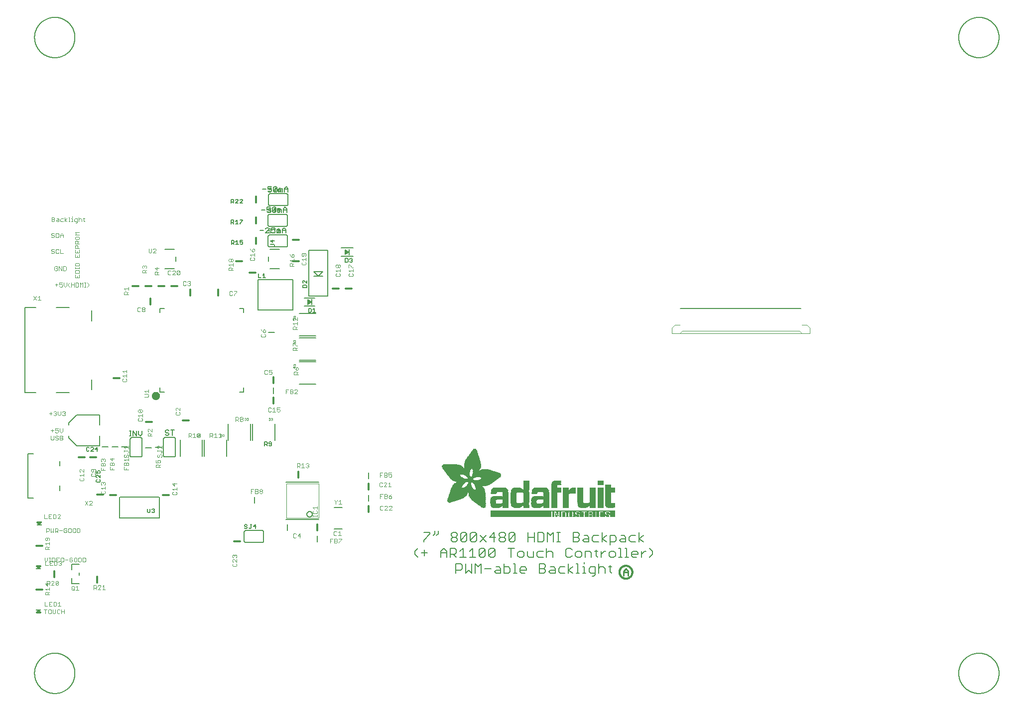
<source format=gbr>
G04 EAGLE Gerber RS-274X export*
G75*
%MOMM*%
%FSLAX34Y34*%
%LPD*%
%INSilkscreen Top*%
%IPPOS*%
%AMOC8*
5,1,8,0,0,1.08239X$1,22.5*%
G01*
%ADD10C,0.101600*%
%ADD11C,0.127000*%
%ADD12C,0.203200*%
%ADD13C,0.635000*%
%ADD14C,0.304800*%
%ADD15C,0.152400*%
%ADD16C,0.050800*%
%ADD17R,0.889000X0.190500*%
%ADD18R,0.200000X1.000000*%
%ADD19R,10.363200X0.025400*%
%ADD20R,0.406400X0.025400*%
%ADD21R,0.381000X0.025400*%
%ADD22R,0.457200X0.025400*%
%ADD23R,0.431800X0.025400*%
%ADD24R,0.635000X0.025400*%
%ADD25R,0.482600X0.025400*%
%ADD26R,0.889000X0.025400*%
%ADD27R,0.863600X0.025400*%
%ADD28R,0.508000X0.025400*%
%ADD29R,0.355600X0.025400*%
%ADD30R,0.025400X0.025400*%
%ADD31R,0.330200X0.025400*%
%ADD32R,0.050800X0.025400*%
%ADD33R,0.304800X0.025400*%
%ADD34R,0.076200X0.025400*%
%ADD35R,1.016000X0.025400*%
%ADD36R,1.524000X0.025400*%
%ADD37R,0.101600X0.025400*%
%ADD38R,0.279400X0.025400*%
%ADD39R,1.498600X0.025400*%
%ADD40R,0.254000X0.025400*%
%ADD41R,0.127000X0.025400*%
%ADD42R,0.965200X0.025400*%
%ADD43R,1.447800X0.025400*%
%ADD44R,0.228600X0.025400*%
%ADD45R,0.152400X0.025400*%
%ADD46R,0.812800X0.025400*%
%ADD47R,1.295400X0.025400*%
%ADD48R,0.533400X0.025400*%
%ADD49R,0.660400X0.025400*%
%ADD50R,0.609600X0.025400*%
%ADD51R,0.558800X0.025400*%
%ADD52R,0.203200X0.025400*%
%ADD53R,0.177800X0.025400*%
%ADD54R,0.914400X0.025400*%
%ADD55R,0.685800X0.025400*%
%ADD56R,0.939800X0.025400*%
%ADD57R,0.736600X0.025400*%
%ADD58R,0.990600X0.025400*%
%ADD59R,1.219200X0.025400*%
%ADD60R,1.117600X0.025400*%
%ADD61R,1.397000X0.025400*%
%ADD62R,1.244600X0.025400*%
%ADD63R,1.473200X0.025400*%
%ADD64R,0.584200X0.025400*%
%ADD65R,1.041400X0.025400*%
%ADD66R,21.209000X0.025400*%
%ADD67R,0.787400X0.025400*%
%ADD68R,1.193800X0.025400*%
%ADD69R,1.168400X0.025400*%
%ADD70R,1.092200X0.025400*%
%ADD71R,1.066800X0.025400*%
%ADD72R,1.143000X0.025400*%
%ADD73R,1.270000X0.025400*%
%ADD74R,1.320800X0.025400*%
%ADD75R,1.422400X0.025400*%
%ADD76R,1.549400X0.025400*%
%ADD77R,0.711200X0.025400*%
%ADD78R,1.625600X0.025400*%
%ADD79R,0.762000X0.025400*%
%ADD80R,1.701800X0.025400*%
%ADD81R,1.600200X0.025400*%
%ADD82R,1.727200X0.025400*%
%ADD83R,1.651000X0.025400*%
%ADD84R,0.838200X0.025400*%
%ADD85R,1.803400X0.025400*%
%ADD86R,1.574800X0.025400*%
%ADD87R,1.854200X0.025400*%
%ADD88R,1.778000X0.025400*%
%ADD89R,1.879600X0.025400*%
%ADD90R,1.930400X0.025400*%
%ADD91R,1.981200X0.025400*%
%ADD92R,1.905000X0.025400*%
%ADD93R,2.006600X0.025400*%
%ADD94R,3.048000X0.025400*%
%ADD95R,2.997200X0.025400*%
%ADD96R,2.057400X0.025400*%
%ADD97R,3.022600X0.025400*%
%ADD98R,2.032000X0.025400*%
%ADD99R,3.073400X0.025400*%
%ADD100R,1.676400X0.025400*%
%ADD101R,1.346200X0.025400*%
%ADD102R,3.098800X0.025400*%
%ADD103R,1.828800X0.025400*%
%ADD104R,2.082800X0.025400*%
%ADD105R,2.108200X0.025400*%
%ADD106R,2.159000X0.025400*%
%ADD107R,2.184400X0.025400*%
%ADD108R,2.235200X0.025400*%
%ADD109R,2.260600X0.025400*%
%ADD110R,2.311400X0.025400*%
%ADD111R,2.362200X0.025400*%
%ADD112R,2.387600X0.025400*%
%ADD113R,2.413000X0.025400*%
%ADD114R,2.438400X0.025400*%
%ADD115R,2.133600X0.025400*%
%ADD116R,2.463800X0.025400*%
%ADD117R,2.286000X0.025400*%
%ADD118R,2.514600X0.025400*%
%ADD119R,2.540000X0.025400*%
%ADD120R,2.565400X0.025400*%
%ADD121R,2.489200X0.025400*%
%ADD122R,2.590800X0.025400*%
%ADD123R,2.971800X0.025400*%
%ADD124R,2.616200X0.025400*%
%ADD125R,2.946400X0.025400*%
%ADD126R,2.641600X0.025400*%
%ADD127R,2.667000X0.025400*%
%ADD128R,2.921000X0.025400*%
%ADD129R,2.895600X0.025400*%
%ADD130R,2.717800X0.025400*%
%ADD131R,2.692400X0.025400*%
%ADD132R,2.870200X0.025400*%
%ADD133R,2.768600X0.025400*%
%ADD134R,2.743200X0.025400*%
%ADD135R,2.844800X0.025400*%
%ADD136R,2.794000X0.025400*%
%ADD137R,2.819400X0.025400*%
%ADD138R,1.371600X0.025400*%
%ADD139R,5.892800X0.025400*%
%ADD140R,5.867400X0.025400*%
%ADD141R,5.842000X0.025400*%
%ADD142R,5.816600X0.025400*%
%ADD143R,5.791200X0.025400*%
%ADD144R,4.114800X0.025400*%
%ADD145R,3.987800X0.025400*%
%ADD146R,1.955800X0.025400*%
%ADD147R,3.962400X0.025400*%
%ADD148R,3.911600X0.025400*%
%ADD149R,3.886200X0.025400*%
%ADD150R,3.835400X0.025400*%
%ADD151R,1.752600X0.025400*%
%ADD152R,3.810000X0.025400*%
%ADD153R,3.784600X0.025400*%
%ADD154R,3.733800X0.025400*%
%ADD155R,3.708400X0.025400*%
%ADD156R,3.683000X0.025400*%
%ADD157R,2.336800X0.025400*%
%ADD158R,3.657600X0.025400*%
%ADD159R,3.632200X0.025400*%
%ADD160R,3.149600X0.025400*%
%ADD161R,3.251200X0.025400*%
%ADD162R,3.276600X0.025400*%
%ADD163R,3.352800X0.025400*%
%ADD164R,3.454400X0.025400*%
%ADD165R,3.530600X0.025400*%
%ADD166R,4.241800X0.025400*%
%ADD167R,4.267200X0.025400*%
%ADD168R,4.318000X0.025400*%
%ADD169R,4.419600X0.025400*%
%ADD170R,6.400800X0.025400*%
%ADD171R,6.502400X0.025400*%
%ADD172R,6.680200X0.025400*%
%ADD173R,6.832600X0.025400*%
%ADD174R,6.858000X0.025400*%
%ADD175R,7.010400X0.025400*%
%ADD176R,7.112000X0.025400*%
%ADD177R,7.162800X0.025400*%
%ADD178R,3.860800X0.025400*%
%ADD179R,3.302000X0.025400*%
%ADD180R,2.209800X0.025400*%
%ADD181R,3.124200X0.025400*%
%ADD182R,3.200400X0.025400*%
%ADD183R,5.029200X0.025400*%
%ADD184R,5.003800X0.025400*%
%ADD185R,4.978400X0.025400*%
%ADD186R,4.953000X0.025400*%
%ADD187R,4.927600X0.025400*%
%ADD188R,4.902200X0.025400*%
%ADD189R,4.876800X0.025400*%
%ADD190R,4.851400X0.025400*%
%ADD191R,4.826000X0.025400*%
%ADD192R,4.800600X0.025400*%
%ADD193R,4.775200X0.025400*%
%ADD194R,4.749800X0.025400*%
%ADD195R,4.724400X0.025400*%
%ADD196R,4.699000X0.025400*%
%ADD197R,3.937000X0.025400*%
%ADD198R,4.648200X0.025400*%
%ADD199R,4.597400X0.025400*%
%ADD200R,4.546600X0.025400*%
%ADD201R,4.470400X0.025400*%
%ADD202R,4.013200X0.025400*%
%ADD203R,4.394200X0.025400*%
%ADD204R,4.038600X0.025400*%
%ADD205R,4.064000X0.025400*%
%ADD206R,4.089400X0.025400*%
%ADD207R,4.140200X0.025400*%
%ADD208R,4.165600X0.025400*%
%ADD209R,4.191000X0.025400*%
%ADD210R,3.759200X0.025400*%
%ADD211R,4.216400X0.025400*%
%ADD212R,3.606800X0.025400*%
%ADD213R,4.292600X0.025400*%
%ADD214R,4.368800X0.025400*%
%ADD215R,4.445000X0.025400*%
%ADD216R,4.495800X0.025400*%
%ADD217R,4.572000X0.025400*%
%ADD218R,4.622800X0.025400*%
%ADD219R,4.673600X0.025400*%
%ADD220R,3.581400X0.025400*%
%ADD221R,3.556000X0.025400*%
%ADD222R,3.479800X0.025400*%
%ADD223R,3.403600X0.025400*%
%ADD224R,3.378200X0.025400*%
%ADD225R,3.225800X0.025400*%
%ADD226C,0.279400*%

G36*
X13571Y291710D02*
X13571Y291710D01*
X13576Y291710D01*
X13692Y291736D01*
X13808Y291761D01*
X13812Y291763D01*
X13816Y291764D01*
X13918Y291825D01*
X14020Y291886D01*
X14023Y291889D01*
X14026Y291891D01*
X14141Y292013D01*
X17951Y297093D01*
X17959Y297109D01*
X17972Y297122D01*
X18016Y297218D01*
X18065Y297311D01*
X18068Y297329D01*
X18075Y297345D01*
X18087Y297450D01*
X18103Y297554D01*
X18100Y297572D01*
X18102Y297589D01*
X18080Y297692D01*
X18062Y297797D01*
X18054Y297812D01*
X18050Y297830D01*
X17996Y297920D01*
X17946Y298014D01*
X17933Y298026D01*
X17924Y298041D01*
X17844Y298110D01*
X17767Y298182D01*
X17750Y298189D01*
X17737Y298201D01*
X17639Y298240D01*
X17543Y298284D01*
X17525Y298286D01*
X17509Y298293D01*
X17342Y298311D01*
X9722Y298311D01*
X9704Y298308D01*
X9687Y298310D01*
X9583Y298289D01*
X9479Y298272D01*
X9464Y298263D01*
X9446Y298260D01*
X9355Y298206D01*
X9262Y298156D01*
X9250Y298144D01*
X9234Y298135D01*
X9165Y298055D01*
X9093Y297978D01*
X9085Y297962D01*
X9073Y297948D01*
X9033Y297851D01*
X8989Y297755D01*
X8987Y297737D01*
X8980Y297721D01*
X8973Y297615D01*
X8962Y297511D01*
X8966Y297493D01*
X8964Y297475D01*
X8992Y297373D01*
X9014Y297270D01*
X9023Y297255D01*
X9028Y297238D01*
X9113Y297093D01*
X12923Y292013D01*
X12926Y292010D01*
X12928Y292007D01*
X13015Y291925D01*
X13100Y291843D01*
X13104Y291841D01*
X13107Y291838D01*
X13216Y291788D01*
X13323Y291738D01*
X13327Y291738D01*
X13331Y291736D01*
X13449Y291723D01*
X13567Y291710D01*
X13571Y291710D01*
G37*
G36*
X12571Y216935D02*
X12571Y216935D01*
X12576Y216935D01*
X12692Y216961D01*
X12808Y216986D01*
X12812Y216988D01*
X12816Y216989D01*
X12918Y217050D01*
X13020Y217111D01*
X13023Y217114D01*
X13026Y217116D01*
X13141Y217238D01*
X16951Y222318D01*
X16959Y222334D01*
X16972Y222347D01*
X17016Y222443D01*
X17065Y222536D01*
X17068Y222554D01*
X17075Y222570D01*
X17087Y222675D01*
X17103Y222779D01*
X17100Y222797D01*
X17102Y222814D01*
X17080Y222917D01*
X17062Y223022D01*
X17054Y223037D01*
X17050Y223055D01*
X16996Y223145D01*
X16946Y223239D01*
X16933Y223251D01*
X16924Y223266D01*
X16844Y223335D01*
X16767Y223407D01*
X16750Y223414D01*
X16737Y223426D01*
X16639Y223465D01*
X16543Y223509D01*
X16525Y223511D01*
X16509Y223518D01*
X16342Y223536D01*
X8722Y223536D01*
X8704Y223533D01*
X8687Y223535D01*
X8583Y223514D01*
X8479Y223497D01*
X8464Y223488D01*
X8446Y223485D01*
X8355Y223431D01*
X8262Y223381D01*
X8250Y223369D01*
X8234Y223360D01*
X8165Y223280D01*
X8093Y223203D01*
X8085Y223187D01*
X8073Y223173D01*
X8033Y223076D01*
X7989Y222980D01*
X7987Y222962D01*
X7980Y222946D01*
X7973Y222840D01*
X7962Y222736D01*
X7966Y222718D01*
X7964Y222700D01*
X7992Y222598D01*
X8014Y222495D01*
X8023Y222480D01*
X8028Y222463D01*
X8113Y222318D01*
X11923Y217238D01*
X11926Y217235D01*
X11928Y217232D01*
X12015Y217150D01*
X12100Y217068D01*
X12104Y217066D01*
X12107Y217063D01*
X12216Y217013D01*
X12323Y216963D01*
X12327Y216963D01*
X12331Y216961D01*
X12449Y216948D01*
X12567Y216935D01*
X12571Y216935D01*
G37*
G36*
X16360Y142162D02*
X16360Y142162D01*
X16377Y142160D01*
X16481Y142181D01*
X16585Y142199D01*
X16600Y142207D01*
X16618Y142211D01*
X16709Y142264D01*
X16802Y142314D01*
X16814Y142326D01*
X16830Y142336D01*
X16899Y142415D01*
X16972Y142492D01*
X16979Y142508D01*
X16991Y142522D01*
X17031Y142619D01*
X17075Y142715D01*
X17077Y142733D01*
X17084Y142749D01*
X17091Y142855D01*
X17102Y142959D01*
X17098Y142977D01*
X17100Y142995D01*
X17072Y143097D01*
X17050Y143200D01*
X17041Y143215D01*
X17036Y143232D01*
X16951Y143377D01*
X13141Y148457D01*
X13138Y148460D01*
X13136Y148464D01*
X13049Y148545D01*
X12964Y148627D01*
X12960Y148629D01*
X12957Y148632D01*
X12848Y148682D01*
X12741Y148732D01*
X12737Y148732D01*
X12733Y148734D01*
X12615Y148747D01*
X12497Y148760D01*
X12493Y148760D01*
X12488Y148760D01*
X12372Y148734D01*
X12256Y148710D01*
X12252Y148707D01*
X12248Y148706D01*
X12146Y148645D01*
X12044Y148585D01*
X12041Y148581D01*
X12038Y148579D01*
X11923Y148457D01*
X8113Y143377D01*
X8105Y143361D01*
X8093Y143348D01*
X8048Y143252D01*
X7999Y143159D01*
X7996Y143141D01*
X7989Y143125D01*
X7977Y143020D01*
X7961Y142916D01*
X7964Y142898D01*
X7962Y142881D01*
X7984Y142778D01*
X8002Y142673D01*
X8010Y142658D01*
X8014Y142640D01*
X8068Y142550D01*
X8118Y142457D01*
X8131Y142444D01*
X8140Y142429D01*
X8220Y142360D01*
X8297Y142288D01*
X8314Y142281D01*
X8327Y142269D01*
X8425Y142230D01*
X8521Y142186D01*
X8539Y142184D01*
X8555Y142177D01*
X8722Y142159D01*
X16342Y142159D01*
X16360Y142162D01*
G37*
G36*
X535247Y753913D02*
X535247Y753913D01*
X535318Y753911D01*
X535388Y753930D01*
X535459Y753938D01*
X535514Y753963D01*
X535593Y753983D01*
X535696Y754044D01*
X535765Y754075D01*
X538765Y756075D01*
X538852Y756152D01*
X538942Y756225D01*
X538957Y756247D01*
X538977Y756265D01*
X539039Y756362D01*
X539106Y756457D01*
X539114Y756483D01*
X539129Y756505D01*
X539161Y756616D01*
X539199Y756726D01*
X539200Y756753D01*
X539207Y756778D01*
X539207Y756894D01*
X539213Y757010D01*
X539207Y757036D01*
X539207Y757063D01*
X539175Y757174D01*
X539149Y757287D01*
X539136Y757310D01*
X539128Y757336D01*
X539066Y757434D01*
X539010Y757535D01*
X538992Y757551D01*
X538977Y757576D01*
X538769Y757761D01*
X538765Y757765D01*
X535765Y759765D01*
X535701Y759796D01*
X535641Y759836D01*
X535573Y759857D01*
X535509Y759888D01*
X535438Y759900D01*
X535370Y759921D01*
X535299Y759923D01*
X535229Y759935D01*
X535157Y759927D01*
X535086Y759929D01*
X535017Y759911D01*
X534946Y759902D01*
X534880Y759875D01*
X534811Y759857D01*
X534750Y759820D01*
X534684Y759793D01*
X534628Y759748D01*
X534566Y759712D01*
X534517Y759660D01*
X534462Y759615D01*
X534421Y759557D01*
X534372Y759504D01*
X534339Y759441D01*
X534298Y759383D01*
X534275Y759315D01*
X534242Y759251D01*
X534232Y759192D01*
X534205Y759114D01*
X534199Y758995D01*
X534187Y758920D01*
X534187Y754920D01*
X534197Y754849D01*
X534197Y754777D01*
X534217Y754709D01*
X534227Y754639D01*
X534256Y754573D01*
X534276Y754504D01*
X534314Y754444D01*
X534343Y754379D01*
X534389Y754324D01*
X534427Y754264D01*
X534481Y754216D01*
X534527Y754162D01*
X534586Y754122D01*
X534640Y754075D01*
X534704Y754044D01*
X534763Y754005D01*
X534832Y753983D01*
X534896Y753952D01*
X534966Y753940D01*
X535034Y753919D01*
X535106Y753917D01*
X535177Y753905D01*
X535247Y753913D01*
G37*
G36*
X471037Y669003D02*
X471037Y669003D01*
X471108Y669001D01*
X471178Y669020D01*
X471249Y669028D01*
X471304Y669053D01*
X471383Y669073D01*
X471486Y669134D01*
X471555Y669165D01*
X474555Y671165D01*
X474642Y671242D01*
X474732Y671315D01*
X474747Y671337D01*
X474767Y671355D01*
X474829Y671452D01*
X474896Y671547D01*
X474904Y671573D01*
X474919Y671595D01*
X474951Y671706D01*
X474989Y671816D01*
X474990Y671843D01*
X474997Y671868D01*
X474997Y671984D01*
X475003Y672100D01*
X474997Y672126D01*
X474997Y672153D01*
X474965Y672264D01*
X474939Y672377D01*
X474926Y672400D01*
X474918Y672426D01*
X474856Y672524D01*
X474800Y672625D01*
X474782Y672641D01*
X474767Y672666D01*
X474559Y672851D01*
X474555Y672855D01*
X471555Y674855D01*
X471491Y674886D01*
X471431Y674926D01*
X471363Y674947D01*
X471299Y674978D01*
X471228Y674990D01*
X471160Y675011D01*
X471089Y675013D01*
X471019Y675025D01*
X470947Y675017D01*
X470876Y675019D01*
X470807Y675001D01*
X470736Y674992D01*
X470670Y674965D01*
X470601Y674947D01*
X470540Y674910D01*
X470474Y674883D01*
X470418Y674838D01*
X470356Y674802D01*
X470307Y674750D01*
X470252Y674705D01*
X470211Y674647D01*
X470162Y674594D01*
X470129Y674531D01*
X470088Y674473D01*
X470065Y674405D01*
X470032Y674341D01*
X470022Y674282D01*
X469995Y674204D01*
X469989Y674085D01*
X469977Y674010D01*
X469977Y670010D01*
X469987Y669939D01*
X469987Y669867D01*
X470007Y669799D01*
X470017Y669729D01*
X470046Y669663D01*
X470066Y669594D01*
X470104Y669534D01*
X470133Y669469D01*
X470179Y669414D01*
X470217Y669354D01*
X470271Y669306D01*
X470317Y669252D01*
X470376Y669212D01*
X470430Y669165D01*
X470494Y669134D01*
X470553Y669095D01*
X470622Y669073D01*
X470686Y669042D01*
X470756Y669030D01*
X470824Y669009D01*
X470896Y669007D01*
X470967Y668995D01*
X471037Y669003D01*
G37*
D10*
X33500Y453109D02*
X38245Y453109D01*
X35873Y455482D02*
X35873Y450736D01*
X40984Y456668D02*
X45730Y456668D01*
X40984Y456668D02*
X40984Y453109D01*
X43357Y454295D01*
X44543Y454295D01*
X45730Y453109D01*
X45730Y450736D01*
X44543Y449550D01*
X42171Y449550D01*
X40984Y450736D01*
X48468Y451923D02*
X48468Y456668D01*
X48468Y451923D02*
X50841Y449550D01*
X53214Y451923D01*
X53214Y456668D01*
X33500Y444476D02*
X33500Y438544D01*
X34686Y437358D01*
X37059Y437358D01*
X38245Y438544D01*
X38245Y444476D01*
X44543Y444476D02*
X45730Y443290D01*
X44543Y444476D02*
X42171Y444476D01*
X40984Y443290D01*
X40984Y442103D01*
X42171Y440917D01*
X44543Y440917D01*
X45730Y439731D01*
X45730Y438544D01*
X44543Y437358D01*
X42171Y437358D01*
X40984Y438544D01*
X48468Y437358D02*
X48468Y444476D01*
X52027Y444476D01*
X53214Y443290D01*
X53214Y442103D01*
X52027Y440917D01*
X53214Y439731D01*
X53214Y438544D01*
X52027Y437358D01*
X48468Y437358D01*
X48468Y440917D02*
X52027Y440917D01*
X35245Y482077D02*
X30500Y482077D01*
X32873Y484450D02*
X32873Y479704D01*
X37984Y484450D02*
X39171Y485636D01*
X41543Y485636D01*
X42730Y484450D01*
X42730Y483263D01*
X41543Y482077D01*
X40357Y482077D01*
X41543Y482077D02*
X42730Y480891D01*
X42730Y479704D01*
X41543Y478518D01*
X39171Y478518D01*
X37984Y479704D01*
X45468Y480891D02*
X45468Y485636D01*
X45468Y480891D02*
X47841Y478518D01*
X50214Y480891D01*
X50214Y485636D01*
X52952Y484450D02*
X54139Y485636D01*
X56512Y485636D01*
X57698Y484450D01*
X57698Y483263D01*
X56512Y482077D01*
X55325Y482077D01*
X56512Y482077D02*
X57698Y480891D01*
X57698Y479704D01*
X56512Y478518D01*
X54139Y478518D01*
X52952Y479704D01*
X34698Y809066D02*
X34698Y816184D01*
X38257Y816184D01*
X39444Y814997D01*
X39444Y813811D01*
X38257Y812625D01*
X39444Y811438D01*
X39444Y810252D01*
X38257Y809066D01*
X34698Y809066D01*
X34698Y812625D02*
X38257Y812625D01*
X43369Y813811D02*
X45741Y813811D01*
X46928Y812625D01*
X46928Y809066D01*
X43369Y809066D01*
X42182Y810252D01*
X43369Y811438D01*
X46928Y811438D01*
X50853Y813811D02*
X54412Y813811D01*
X50853Y813811D02*
X49666Y812625D01*
X49666Y810252D01*
X50853Y809066D01*
X54412Y809066D01*
X57151Y809066D02*
X57151Y816184D01*
X57151Y811438D02*
X60710Y809066D01*
X57151Y811438D02*
X60710Y813811D01*
X63387Y816184D02*
X64574Y816184D01*
X64574Y809066D01*
X65760Y809066D02*
X63387Y809066D01*
X68377Y813811D02*
X69563Y813811D01*
X69563Y809066D01*
X68377Y809066D02*
X70750Y809066D01*
X69563Y816184D02*
X69563Y817370D01*
X75739Y806693D02*
X76925Y806693D01*
X78112Y807879D01*
X78112Y813811D01*
X74553Y813811D01*
X73366Y812625D01*
X73366Y810252D01*
X74553Y809066D01*
X78112Y809066D01*
X80850Y809066D02*
X80850Y816184D01*
X82037Y813811D02*
X80850Y812625D01*
X82037Y813811D02*
X84409Y813811D01*
X85596Y812625D01*
X85596Y809066D01*
X89521Y810252D02*
X89521Y814997D01*
X89521Y810252D02*
X90707Y809066D01*
X90707Y813811D02*
X88335Y813811D01*
X45245Y701077D02*
X40500Y701077D01*
X42873Y703450D02*
X42873Y698704D01*
X47984Y704636D02*
X52730Y704636D01*
X47984Y704636D02*
X47984Y701077D01*
X50357Y702263D01*
X51543Y702263D01*
X52730Y701077D01*
X52730Y698704D01*
X51543Y697518D01*
X49171Y697518D01*
X47984Y698704D01*
X55468Y699891D02*
X55468Y704636D01*
X55468Y699891D02*
X57841Y697518D01*
X60214Y699891D01*
X60214Y704636D01*
X62952Y699891D02*
X65325Y697518D01*
X62952Y699891D02*
X62952Y702263D01*
X65325Y704636D01*
X67942Y704636D02*
X67942Y697518D01*
X67942Y701077D02*
X72687Y701077D01*
X72687Y704636D02*
X72687Y697518D01*
X75426Y697518D02*
X75426Y704636D01*
X75426Y697518D02*
X78985Y697518D01*
X80171Y698704D01*
X80171Y703450D01*
X78985Y704636D01*
X75426Y704636D01*
X82910Y704636D02*
X82910Y697518D01*
X85283Y702263D02*
X82910Y704636D01*
X85283Y702263D02*
X87656Y704636D01*
X87656Y697518D01*
X90394Y697518D02*
X92767Y697518D01*
X91581Y697518D02*
X91581Y704636D01*
X92767Y704636D02*
X90394Y704636D01*
X95384Y697518D02*
X97757Y699891D01*
X97757Y702263D01*
X95384Y704636D01*
X44245Y731450D02*
X43059Y732636D01*
X40686Y732636D01*
X39500Y731450D01*
X39500Y726704D01*
X40686Y725518D01*
X43059Y725518D01*
X44245Y726704D01*
X44245Y729077D01*
X41873Y729077D01*
X46984Y725518D02*
X46984Y732636D01*
X51730Y725518D01*
X51730Y732636D01*
X54468Y732636D02*
X54468Y725518D01*
X58027Y725518D01*
X59214Y726704D01*
X59214Y731450D01*
X58027Y732636D01*
X54468Y732636D01*
X39245Y760450D02*
X38059Y761636D01*
X35686Y761636D01*
X34500Y760450D01*
X34500Y759263D01*
X35686Y758077D01*
X38059Y758077D01*
X39245Y756891D01*
X39245Y755704D01*
X38059Y754518D01*
X35686Y754518D01*
X34500Y755704D01*
X45543Y761636D02*
X46730Y760450D01*
X45543Y761636D02*
X43171Y761636D01*
X41984Y760450D01*
X41984Y755704D01*
X43171Y754518D01*
X45543Y754518D01*
X46730Y755704D01*
X49468Y754518D02*
X49468Y761636D01*
X49468Y754518D02*
X54214Y754518D01*
X39245Y787450D02*
X38059Y788636D01*
X35686Y788636D01*
X34500Y787450D01*
X34500Y786263D01*
X35686Y785077D01*
X38059Y785077D01*
X39245Y783891D01*
X39245Y782704D01*
X38059Y781518D01*
X35686Y781518D01*
X34500Y782704D01*
X41984Y781518D02*
X41984Y788636D01*
X41984Y781518D02*
X45543Y781518D01*
X46730Y782704D01*
X46730Y787450D01*
X45543Y788636D01*
X41984Y788636D01*
X49468Y786263D02*
X49468Y781518D01*
X49468Y786263D02*
X51841Y788636D01*
X54214Y786263D01*
X54214Y781518D01*
X54214Y785077D02*
X49468Y785077D01*
X25580Y286636D02*
X25580Y279518D01*
X25580Y286636D02*
X29139Y286636D01*
X30325Y285450D01*
X30325Y283077D01*
X29139Y281891D01*
X25580Y281891D01*
X33064Y279518D02*
X33064Y286636D01*
X35437Y281891D02*
X33064Y279518D01*
X35437Y281891D02*
X37810Y279518D01*
X37810Y286636D01*
X40548Y286636D02*
X40548Y279518D01*
X40548Y286636D02*
X44107Y286636D01*
X45294Y285450D01*
X45294Y283077D01*
X44107Y281891D01*
X40548Y281891D01*
X42921Y281891D02*
X45294Y279518D01*
X48032Y283077D02*
X52778Y283077D01*
X59076Y286636D02*
X60262Y285450D01*
X59076Y286636D02*
X56703Y286636D01*
X55517Y285450D01*
X55517Y280704D01*
X56703Y279518D01*
X59076Y279518D01*
X60262Y280704D01*
X60262Y283077D01*
X57889Y283077D01*
X64187Y286636D02*
X66560Y286636D01*
X64187Y286636D02*
X63001Y285450D01*
X63001Y280704D01*
X64187Y279518D01*
X66560Y279518D01*
X67746Y280704D01*
X67746Y285450D01*
X66560Y286636D01*
X71671Y286636D02*
X74044Y286636D01*
X71671Y286636D02*
X70485Y285450D01*
X70485Y280704D01*
X71671Y279518D01*
X74044Y279518D01*
X75230Y280704D01*
X75230Y285450D01*
X74044Y286636D01*
X77969Y286636D02*
X77969Y279518D01*
X81528Y279518D01*
X82714Y280704D01*
X82714Y285450D01*
X81528Y286636D01*
X77969Y286636D01*
X22770Y236826D02*
X22770Y232081D01*
X25143Y229708D01*
X27515Y232081D01*
X27515Y236826D01*
X30254Y229708D02*
X32627Y229708D01*
X31441Y229708D02*
X31441Y236826D01*
X32627Y236826D02*
X30254Y236826D01*
X35244Y236826D02*
X35244Y229708D01*
X38803Y229708D01*
X39989Y230894D01*
X39989Y235640D01*
X38803Y236826D01*
X35244Y236826D01*
X42728Y236826D02*
X47473Y236826D01*
X42728Y236826D02*
X42728Y229708D01*
X47473Y229708D01*
X45100Y233267D02*
X42728Y233267D01*
X51398Y236826D02*
X53771Y236826D01*
X51398Y236826D02*
X50212Y235640D01*
X50212Y230894D01*
X51398Y229708D01*
X53771Y229708D01*
X54957Y230894D01*
X54957Y235640D01*
X53771Y236826D01*
X57696Y233267D02*
X62441Y233267D01*
X68739Y236826D02*
X69926Y235640D01*
X68739Y236826D02*
X66367Y236826D01*
X65180Y235640D01*
X65180Y230894D01*
X66367Y229708D01*
X68739Y229708D01*
X69926Y230894D01*
X69926Y233267D01*
X67553Y233267D01*
X73851Y236826D02*
X76223Y236826D01*
X73851Y236826D02*
X72664Y235640D01*
X72664Y230894D01*
X73851Y229708D01*
X76223Y229708D01*
X77410Y230894D01*
X77410Y235640D01*
X76223Y236826D01*
X81335Y236826D02*
X83708Y236826D01*
X81335Y236826D02*
X80149Y235640D01*
X80149Y230894D01*
X81335Y229708D01*
X83708Y229708D01*
X84894Y230894D01*
X84894Y235640D01*
X83708Y236826D01*
X87633Y236826D02*
X87633Y229708D01*
X91192Y229708D01*
X92378Y230894D01*
X92378Y235640D01*
X91192Y236826D01*
X87633Y236826D01*
X23873Y148636D02*
X23873Y141518D01*
X26245Y148636D02*
X21500Y148636D01*
X30171Y148636D02*
X32543Y148636D01*
X30171Y148636D02*
X28984Y147450D01*
X28984Y142704D01*
X30171Y141518D01*
X32543Y141518D01*
X33730Y142704D01*
X33730Y147450D01*
X32543Y148636D01*
X36468Y148636D02*
X36468Y142704D01*
X37655Y141518D01*
X40027Y141518D01*
X41214Y142704D01*
X41214Y148636D01*
X47512Y148636D02*
X48698Y147450D01*
X47512Y148636D02*
X45139Y148636D01*
X43952Y147450D01*
X43952Y142704D01*
X45139Y141518D01*
X47512Y141518D01*
X48698Y142704D01*
X51437Y141518D02*
X51437Y148636D01*
X51437Y145077D02*
X56182Y145077D01*
X56182Y148636D02*
X56182Y141518D01*
D11*
X389247Y793754D02*
X395179Y793754D01*
X398602Y789305D02*
X404534Y789305D01*
X398602Y789305D02*
X404534Y795237D01*
X404534Y796720D01*
X403051Y798203D01*
X400085Y798203D01*
X398602Y796720D01*
X407957Y798203D02*
X413889Y798203D01*
X407957Y798203D02*
X407957Y793754D01*
X410923Y795237D01*
X412406Y795237D01*
X413889Y793754D01*
X413889Y790788D01*
X412406Y789305D01*
X409440Y789305D01*
X407957Y790788D01*
X417313Y789305D02*
X417313Y795237D01*
X418795Y795237D01*
X420278Y793754D01*
X420278Y789305D01*
X420278Y793754D02*
X421761Y795237D01*
X423244Y793754D01*
X423244Y789305D01*
X426668Y789305D02*
X426668Y795237D01*
X429634Y798203D01*
X432599Y795237D01*
X432599Y789305D01*
X432599Y793754D02*
X426668Y793754D01*
X169963Y443865D02*
X166997Y443865D01*
X168480Y443865D02*
X168480Y452763D01*
X166997Y452763D02*
X169963Y452763D01*
X173234Y452763D02*
X173234Y443865D01*
X179166Y443865D02*
X173234Y452763D01*
X179166Y452763D02*
X179166Y443865D01*
X182589Y446831D02*
X182589Y452763D01*
X182589Y446831D02*
X185555Y443865D01*
X188521Y446831D01*
X188521Y452763D01*
X232406Y454033D02*
X233889Y452550D01*
X232406Y454033D02*
X229440Y454033D01*
X227957Y452550D01*
X227957Y451067D01*
X229440Y449584D01*
X232406Y449584D01*
X233889Y448101D01*
X233889Y446618D01*
X232406Y445135D01*
X229440Y445135D01*
X227957Y446618D01*
X240278Y445135D02*
X240278Y454033D01*
X237312Y454033D02*
X243244Y454033D01*
D12*
X667350Y279667D02*
X677858Y279667D01*
X677858Y277041D01*
X667350Y266533D01*
X667350Y263906D01*
X686349Y277041D02*
X686349Y282294D01*
X686349Y277041D02*
X683722Y274414D01*
X691603Y277041D02*
X691603Y282294D01*
X691603Y277041D02*
X688976Y274414D01*
X713736Y277041D02*
X716363Y279667D01*
X721617Y279667D01*
X724244Y277041D01*
X724244Y274414D01*
X721617Y271787D01*
X724244Y269160D01*
X724244Y266533D01*
X721617Y263906D01*
X716363Y263906D01*
X713736Y266533D01*
X713736Y269160D01*
X716363Y271787D01*
X713736Y274414D01*
X713736Y277041D01*
X716363Y271787D02*
X721617Y271787D01*
X730108Y266533D02*
X730108Y277041D01*
X732735Y279667D01*
X737989Y279667D01*
X740616Y277041D01*
X740616Y266533D01*
X737989Y263906D01*
X732735Y263906D01*
X730108Y266533D01*
X740616Y277041D01*
X746480Y277041D02*
X746480Y266533D01*
X746480Y277041D02*
X749107Y279667D01*
X754360Y279667D01*
X756987Y277041D01*
X756987Y266533D01*
X754360Y263906D01*
X749107Y263906D01*
X746480Y266533D01*
X756987Y277041D01*
X762851Y274414D02*
X773359Y263906D01*
X762851Y263906D02*
X773359Y274414D01*
X787103Y279667D02*
X787103Y263906D01*
X779223Y271787D02*
X787103Y279667D01*
X789730Y271787D02*
X779223Y271787D01*
X795594Y277041D02*
X798221Y279667D01*
X803475Y279667D01*
X806102Y277041D01*
X806102Y274414D01*
X803475Y271787D01*
X806102Y269160D01*
X806102Y266533D01*
X803475Y263906D01*
X798221Y263906D01*
X795594Y266533D01*
X795594Y269160D01*
X798221Y271787D01*
X795594Y274414D01*
X795594Y277041D01*
X798221Y271787D02*
X803475Y271787D01*
X811966Y266533D02*
X811966Y277041D01*
X814593Y279667D01*
X819847Y279667D01*
X822473Y277041D01*
X822473Y266533D01*
X819847Y263906D01*
X814593Y263906D01*
X811966Y266533D01*
X822473Y277041D01*
X844709Y279667D02*
X844709Y263906D01*
X844709Y271787D02*
X855217Y271787D01*
X855217Y279667D02*
X855217Y263906D01*
X861081Y263906D02*
X861081Y279667D01*
X861081Y263906D02*
X868961Y263906D01*
X871588Y266533D01*
X871588Y277041D01*
X868961Y279667D01*
X861081Y279667D01*
X877452Y279667D02*
X877452Y263906D01*
X882706Y274414D02*
X877452Y279667D01*
X882706Y274414D02*
X887960Y279667D01*
X887960Y263906D01*
X893824Y263906D02*
X899077Y263906D01*
X896451Y263906D02*
X896451Y279667D01*
X899077Y279667D02*
X893824Y279667D01*
X921110Y279667D02*
X921110Y263906D01*
X921110Y279667D02*
X928990Y279667D01*
X931617Y277041D01*
X931617Y274414D01*
X928990Y271787D01*
X931617Y269160D01*
X931617Y266533D01*
X928990Y263906D01*
X921110Y263906D01*
X921110Y271787D02*
X928990Y271787D01*
X940108Y274414D02*
X945362Y274414D01*
X947989Y271787D01*
X947989Y263906D01*
X940108Y263906D01*
X937481Y266533D01*
X940108Y269160D01*
X947989Y269160D01*
X956480Y274414D02*
X964360Y274414D01*
X956480Y274414D02*
X953853Y271787D01*
X953853Y266533D01*
X956480Y263906D01*
X964360Y263906D01*
X970224Y263906D02*
X970224Y279667D01*
X970224Y269160D02*
X978105Y263906D01*
X970224Y269160D02*
X978105Y274414D01*
X983867Y274414D02*
X983867Y258652D01*
X983867Y274414D02*
X991748Y274414D01*
X994375Y271787D01*
X994375Y266533D01*
X991748Y263906D01*
X983867Y263906D01*
X1002866Y274414D02*
X1008120Y274414D01*
X1010746Y271787D01*
X1010746Y263906D01*
X1002866Y263906D01*
X1000239Y266533D01*
X1002866Y269160D01*
X1010746Y269160D01*
X1019237Y274414D02*
X1027118Y274414D01*
X1019237Y274414D02*
X1016610Y271787D01*
X1016610Y266533D01*
X1019237Y263906D01*
X1027118Y263906D01*
X1032982Y263906D02*
X1032982Y279667D01*
X1032982Y269160D02*
X1040863Y263906D01*
X1032982Y269160D02*
X1040863Y274414D01*
X657597Y237236D02*
X652343Y242490D01*
X652343Y247744D01*
X657597Y252997D01*
X663257Y245117D02*
X673765Y245117D01*
X668511Y250371D02*
X668511Y239863D01*
X696001Y237236D02*
X696001Y247744D01*
X701254Y252997D01*
X706508Y247744D01*
X706508Y237236D01*
X706508Y245117D02*
X696001Y245117D01*
X712372Y252997D02*
X712372Y237236D01*
X712372Y252997D02*
X720253Y252997D01*
X722880Y250371D01*
X722880Y245117D01*
X720253Y242490D01*
X712372Y242490D01*
X717626Y242490D02*
X722880Y237236D01*
X728744Y247744D02*
X733998Y252997D01*
X733998Y237236D01*
X739251Y237236D02*
X728744Y237236D01*
X745115Y247744D02*
X750369Y252997D01*
X750369Y237236D01*
X745115Y237236D02*
X755623Y237236D01*
X761487Y239863D02*
X761487Y250371D01*
X764114Y252997D01*
X769368Y252997D01*
X771994Y250371D01*
X771994Y239863D01*
X769368Y237236D01*
X764114Y237236D01*
X761487Y239863D01*
X771994Y250371D01*
X777858Y250371D02*
X777858Y239863D01*
X777858Y250371D02*
X780485Y252997D01*
X785739Y252997D01*
X788366Y250371D01*
X788366Y239863D01*
X785739Y237236D01*
X780485Y237236D01*
X777858Y239863D01*
X788366Y250371D01*
X815855Y252997D02*
X815855Y237236D01*
X810602Y252997D02*
X821109Y252997D01*
X829600Y237236D02*
X834854Y237236D01*
X837481Y239863D01*
X837481Y245117D01*
X834854Y247744D01*
X829600Y247744D01*
X826973Y245117D01*
X826973Y239863D01*
X829600Y237236D01*
X843345Y239863D02*
X843345Y247744D01*
X843345Y239863D02*
X845972Y237236D01*
X853852Y237236D01*
X853852Y247744D01*
X862343Y247744D02*
X870224Y247744D01*
X862343Y247744D02*
X859716Y245117D01*
X859716Y239863D01*
X862343Y237236D01*
X870224Y237236D01*
X876088Y237236D02*
X876088Y252997D01*
X878715Y247744D02*
X876088Y245117D01*
X878715Y247744D02*
X883969Y247744D01*
X886595Y245117D01*
X886595Y237236D01*
X916712Y252997D02*
X919339Y250371D01*
X916712Y252997D02*
X911458Y252997D01*
X908831Y250371D01*
X908831Y239863D01*
X911458Y237236D01*
X916712Y237236D01*
X919339Y239863D01*
X927829Y237236D02*
X933083Y237236D01*
X935710Y239863D01*
X935710Y245117D01*
X933083Y247744D01*
X927829Y247744D01*
X925202Y245117D01*
X925202Y239863D01*
X927829Y237236D01*
X941574Y237236D02*
X941574Y247744D01*
X949455Y247744D01*
X952082Y245117D01*
X952082Y237236D01*
X960573Y239863D02*
X960573Y250371D01*
X960573Y239863D02*
X963199Y237236D01*
X963199Y247744D02*
X957946Y247744D01*
X968860Y247744D02*
X968860Y237236D01*
X968860Y242490D02*
X974114Y247744D01*
X976741Y247744D01*
X985130Y237236D02*
X990384Y237236D01*
X993011Y239863D01*
X993011Y245117D01*
X990384Y247744D01*
X985130Y247744D01*
X982503Y245117D01*
X982503Y239863D01*
X985130Y237236D01*
X998875Y252997D02*
X1001501Y252997D01*
X1001501Y237236D01*
X998875Y237236D02*
X1004128Y237236D01*
X1009789Y252997D02*
X1012416Y252997D01*
X1012416Y237236D01*
X1009789Y237236D02*
X1015043Y237236D01*
X1023330Y237236D02*
X1028584Y237236D01*
X1023330Y237236D02*
X1020703Y239863D01*
X1020703Y245117D01*
X1023330Y247744D01*
X1028584Y247744D01*
X1031211Y245117D01*
X1031211Y242490D01*
X1020703Y242490D01*
X1037075Y237236D02*
X1037075Y247744D01*
X1037075Y242490D02*
X1042329Y247744D01*
X1044956Y247744D01*
X1050718Y237236D02*
X1055972Y242490D01*
X1055972Y247744D01*
X1050718Y252997D01*
X721922Y226327D02*
X721922Y210566D01*
X721922Y226327D02*
X729803Y226327D01*
X732430Y223701D01*
X732430Y218447D01*
X729803Y215820D01*
X721922Y215820D01*
X738294Y210566D02*
X738294Y226327D01*
X743548Y215820D02*
X738294Y210566D01*
X743548Y215820D02*
X748802Y210566D01*
X748802Y226327D01*
X754665Y226327D02*
X754665Y210566D01*
X759919Y221074D02*
X754665Y226327D01*
X759919Y221074D02*
X765173Y226327D01*
X765173Y210566D01*
X771037Y218447D02*
X781545Y218447D01*
X790036Y221074D02*
X795289Y221074D01*
X797916Y218447D01*
X797916Y210566D01*
X790036Y210566D01*
X787409Y213193D01*
X790036Y215820D01*
X797916Y215820D01*
X803780Y210566D02*
X803780Y226327D01*
X803780Y210566D02*
X811661Y210566D01*
X814288Y213193D01*
X814288Y218447D01*
X811661Y221074D01*
X803780Y221074D01*
X820152Y226327D02*
X822779Y226327D01*
X822779Y210566D01*
X820152Y210566D02*
X825406Y210566D01*
X833693Y210566D02*
X838947Y210566D01*
X833693Y210566D02*
X831066Y213193D01*
X831066Y218447D01*
X833693Y221074D01*
X838947Y221074D01*
X841574Y218447D01*
X841574Y215820D01*
X831066Y215820D01*
X863809Y210566D02*
X863809Y226327D01*
X871690Y226327D01*
X874317Y223701D01*
X874317Y221074D01*
X871690Y218447D01*
X874317Y215820D01*
X874317Y213193D01*
X871690Y210566D01*
X863809Y210566D01*
X863809Y218447D02*
X871690Y218447D01*
X882808Y221074D02*
X888062Y221074D01*
X890688Y218447D01*
X890688Y210566D01*
X882808Y210566D01*
X880181Y213193D01*
X882808Y215820D01*
X890688Y215820D01*
X899179Y221074D02*
X907060Y221074D01*
X899179Y221074D02*
X896552Y218447D01*
X896552Y213193D01*
X899179Y210566D01*
X907060Y210566D01*
X912924Y210566D02*
X912924Y226327D01*
X912924Y215820D02*
X920805Y210566D01*
X912924Y215820D02*
X920805Y221074D01*
X926567Y226327D02*
X929194Y226327D01*
X929194Y210566D01*
X926567Y210566D02*
X931821Y210566D01*
X937481Y221074D02*
X940108Y221074D01*
X940108Y210566D01*
X937481Y210566D02*
X942735Y210566D01*
X940108Y226327D02*
X940108Y228954D01*
X953649Y205312D02*
X956276Y205312D01*
X958903Y207939D01*
X958903Y221074D01*
X951023Y221074D01*
X948396Y218447D01*
X948396Y213193D01*
X951023Y210566D01*
X958903Y210566D01*
X964767Y210566D02*
X964767Y226327D01*
X967394Y221074D02*
X964767Y218447D01*
X967394Y221074D02*
X972648Y221074D01*
X975275Y218447D01*
X975275Y210566D01*
X983766Y213193D02*
X983766Y223701D01*
X983766Y213193D02*
X986393Y210566D01*
X986393Y221074D02*
X981139Y221074D01*
D10*
X74366Y713518D02*
X74366Y718263D01*
X74366Y713518D02*
X81484Y713518D01*
X81484Y718263D01*
X77925Y715891D02*
X77925Y713518D01*
X74366Y721002D02*
X81484Y721002D01*
X81484Y724561D01*
X80298Y725748D01*
X75552Y725748D01*
X74366Y724561D01*
X74366Y721002D01*
X81484Y728486D02*
X81484Y730859D01*
X81484Y729673D02*
X74366Y729673D01*
X74366Y730859D02*
X74366Y728486D01*
X74366Y733476D02*
X81484Y733476D01*
X81484Y737035D01*
X80298Y738221D01*
X75552Y738221D01*
X74366Y737035D01*
X74366Y733476D01*
X74366Y748444D02*
X74366Y753189D01*
X74366Y748444D02*
X81484Y748444D01*
X81484Y753189D01*
X77925Y750817D02*
X77925Y748444D01*
X74366Y755928D02*
X74366Y760674D01*
X74366Y755928D02*
X81484Y755928D01*
X81484Y760674D01*
X77925Y758301D02*
X77925Y755928D01*
X81484Y763412D02*
X74366Y763412D01*
X74366Y766971D01*
X75552Y768158D01*
X77925Y768158D01*
X79111Y766971D01*
X79111Y763412D01*
X81484Y770897D02*
X74366Y770897D01*
X74366Y774456D01*
X75552Y775642D01*
X77925Y775642D01*
X79111Y774456D01*
X79111Y770897D01*
X79111Y773269D02*
X81484Y775642D01*
X74366Y779567D02*
X74366Y781940D01*
X74366Y779567D02*
X75552Y778381D01*
X80298Y778381D01*
X81484Y779567D01*
X81484Y781940D01*
X80298Y783126D01*
X75552Y783126D01*
X74366Y781940D01*
X74366Y785865D02*
X81484Y785865D01*
X76739Y788238D02*
X74366Y785865D01*
X76739Y788238D02*
X74366Y790610D01*
X81484Y790610D01*
D11*
X391247Y828754D02*
X397179Y828754D01*
X400602Y833203D02*
X406534Y833203D01*
X400602Y833203D02*
X400602Y828754D01*
X403568Y830237D01*
X405051Y830237D01*
X406534Y828754D01*
X406534Y825788D01*
X405051Y824305D01*
X402085Y824305D01*
X400602Y825788D01*
X409957Y825788D02*
X409957Y831720D01*
X411440Y833203D01*
X414406Y833203D01*
X415889Y831720D01*
X415889Y825788D01*
X414406Y824305D01*
X411440Y824305D01*
X409957Y825788D01*
X415889Y831720D01*
X419313Y830237D02*
X419313Y824305D01*
X419313Y830237D02*
X420795Y830237D01*
X422278Y828754D01*
X422278Y824305D01*
X422278Y828754D02*
X423761Y830237D01*
X425244Y828754D01*
X425244Y824305D01*
X428668Y824305D02*
X428668Y830237D01*
X431634Y833203D01*
X434599Y830237D01*
X434599Y824305D01*
X434599Y828754D02*
X428668Y828754D01*
X399179Y863754D02*
X393247Y863754D01*
X402602Y868203D02*
X408534Y868203D01*
X402602Y868203D02*
X402602Y863754D01*
X405568Y865237D01*
X407051Y865237D01*
X408534Y863754D01*
X408534Y860788D01*
X407051Y859305D01*
X404085Y859305D01*
X402602Y860788D01*
X411957Y860788D02*
X411957Y866720D01*
X413440Y868203D01*
X416406Y868203D01*
X417889Y866720D01*
X417889Y860788D01*
X416406Y859305D01*
X413440Y859305D01*
X411957Y860788D01*
X417889Y866720D01*
X421313Y865237D02*
X421313Y859305D01*
X421313Y865237D02*
X422795Y865237D01*
X424278Y863754D01*
X424278Y859305D01*
X424278Y863754D02*
X425761Y865237D01*
X427244Y863754D01*
X427244Y859305D01*
X430668Y859305D02*
X430668Y865237D01*
X433634Y868203D01*
X436599Y865237D01*
X436599Y859305D01*
X436599Y863754D02*
X430668Y863754D01*
D12*
X7492Y662510D02*
X-10608Y662510D01*
X42492Y662510D02*
X64992Y662510D01*
X102492Y657510D02*
X102492Y640010D01*
X102492Y540010D02*
X102492Y522510D01*
X-10608Y517510D02*
X-10608Y662510D01*
X-10608Y517510D02*
X7492Y517510D01*
X42492Y517510D02*
X64992Y517510D01*
D10*
X8665Y674958D02*
X3920Y682076D01*
X8665Y682076D02*
X3920Y674958D01*
X11404Y679703D02*
X13777Y682076D01*
X13777Y674958D01*
X11404Y674958D02*
X16150Y674958D01*
D13*
X208797Y511990D02*
X208799Y512102D01*
X208805Y512214D01*
X208815Y512326D01*
X208829Y512437D01*
X208846Y512547D01*
X208868Y512657D01*
X208893Y512767D01*
X208923Y512875D01*
X208956Y512982D01*
X208993Y513088D01*
X209033Y513192D01*
X209078Y513295D01*
X209125Y513396D01*
X209177Y513496D01*
X209232Y513594D01*
X209290Y513689D01*
X209352Y513783D01*
X209417Y513874D01*
X209485Y513963D01*
X209556Y514050D01*
X209630Y514134D01*
X209707Y514215D01*
X209787Y514294D01*
X209870Y514369D01*
X209955Y514442D01*
X210043Y514512D01*
X210133Y514578D01*
X210226Y514642D01*
X210320Y514702D01*
X210417Y514758D01*
X210516Y514811D01*
X210616Y514861D01*
X210718Y514907D01*
X210822Y514949D01*
X210927Y514988D01*
X211034Y515023D01*
X211141Y515054D01*
X211250Y515082D01*
X211359Y515105D01*
X211470Y515125D01*
X211581Y515141D01*
X211692Y515153D01*
X211804Y515161D01*
X211916Y515165D01*
X212028Y515165D01*
X212140Y515161D01*
X212252Y515153D01*
X212363Y515141D01*
X212474Y515125D01*
X212585Y515105D01*
X212694Y515082D01*
X212803Y515054D01*
X212910Y515023D01*
X213017Y514988D01*
X213122Y514949D01*
X213226Y514907D01*
X213328Y514861D01*
X213428Y514811D01*
X213527Y514758D01*
X213624Y514702D01*
X213718Y514642D01*
X213811Y514578D01*
X213901Y514512D01*
X213989Y514442D01*
X214074Y514369D01*
X214157Y514294D01*
X214237Y514215D01*
X214314Y514134D01*
X214388Y514050D01*
X214459Y513963D01*
X214527Y513874D01*
X214592Y513783D01*
X214654Y513689D01*
X214712Y513594D01*
X214767Y513496D01*
X214819Y513396D01*
X214866Y513295D01*
X214911Y513192D01*
X214951Y513088D01*
X214988Y512982D01*
X215021Y512875D01*
X215051Y512767D01*
X215076Y512657D01*
X215098Y512547D01*
X215115Y512437D01*
X215129Y512326D01*
X215139Y512214D01*
X215145Y512102D01*
X215147Y511990D01*
X215145Y511878D01*
X215139Y511766D01*
X215129Y511654D01*
X215115Y511543D01*
X215098Y511433D01*
X215076Y511323D01*
X215051Y511213D01*
X215021Y511105D01*
X214988Y510998D01*
X214951Y510892D01*
X214911Y510788D01*
X214866Y510685D01*
X214819Y510584D01*
X214767Y510484D01*
X214712Y510386D01*
X214654Y510291D01*
X214592Y510197D01*
X214527Y510106D01*
X214459Y510017D01*
X214388Y509930D01*
X214314Y509846D01*
X214237Y509765D01*
X214157Y509686D01*
X214074Y509611D01*
X213989Y509538D01*
X213901Y509468D01*
X213811Y509402D01*
X213718Y509338D01*
X213624Y509278D01*
X213527Y509222D01*
X213428Y509169D01*
X213328Y509119D01*
X213226Y509073D01*
X213122Y509031D01*
X213017Y508992D01*
X212910Y508957D01*
X212803Y508926D01*
X212694Y508898D01*
X212585Y508875D01*
X212474Y508855D01*
X212363Y508839D01*
X212252Y508827D01*
X212140Y508819D01*
X212028Y508815D01*
X211916Y508815D01*
X211804Y508819D01*
X211692Y508827D01*
X211581Y508839D01*
X211470Y508855D01*
X211359Y508875D01*
X211250Y508898D01*
X211141Y508926D01*
X211034Y508957D01*
X210927Y508992D01*
X210822Y509031D01*
X210718Y509073D01*
X210616Y509119D01*
X210516Y509169D01*
X210417Y509222D01*
X210320Y509278D01*
X210226Y509338D01*
X210133Y509402D01*
X210043Y509468D01*
X209955Y509538D01*
X209870Y509611D01*
X209787Y509686D01*
X209707Y509765D01*
X209630Y509846D01*
X209556Y509930D01*
X209485Y510017D01*
X209417Y510106D01*
X209352Y510197D01*
X209290Y510291D01*
X209232Y510386D01*
X209177Y510484D01*
X209125Y510584D01*
X209078Y510685D01*
X209033Y510788D01*
X208993Y510892D01*
X208956Y510998D01*
X208923Y511105D01*
X208893Y511213D01*
X208868Y511323D01*
X208846Y511433D01*
X208829Y511543D01*
X208815Y511654D01*
X208805Y511766D01*
X208799Y511878D01*
X208797Y511990D01*
D11*
X218992Y661010D02*
X225992Y661010D01*
X218992Y661010D02*
X218992Y654010D01*
X353992Y661010D02*
X360992Y661010D01*
X360992Y654010D01*
X218992Y526010D02*
X218992Y519010D01*
X225992Y519010D01*
X353992Y519010D02*
X360992Y519010D01*
X360992Y526010D01*
D10*
X198298Y510518D02*
X192366Y510518D01*
X198298Y510518D02*
X199484Y511704D01*
X199484Y514077D01*
X198298Y515263D01*
X192366Y515263D01*
X194739Y518002D02*
X192366Y520375D01*
X199484Y520375D01*
X199484Y518002D02*
X199484Y522748D01*
D14*
X182072Y699010D02*
X171912Y699010D01*
D10*
X164959Y684643D02*
X157841Y684643D01*
X157841Y688202D01*
X159027Y689388D01*
X161400Y689388D01*
X162586Y688202D01*
X162586Y684643D01*
X162586Y687016D02*
X164959Y689388D01*
X160214Y692127D02*
X157841Y694500D01*
X164959Y694500D01*
X164959Y692127D02*
X164959Y696873D01*
D12*
X163892Y425510D02*
X153732Y425510D01*
D10*
X157839Y386441D02*
X164957Y386441D01*
X157839Y386441D02*
X157839Y391186D01*
X161398Y388813D02*
X161398Y386441D01*
X164957Y393925D02*
X157839Y393925D01*
X157839Y397484D01*
X159025Y398670D01*
X160212Y398670D01*
X161398Y397484D01*
X162584Y398670D01*
X163771Y398670D01*
X164957Y397484D01*
X164957Y393925D01*
X161398Y393925D02*
X161398Y397484D01*
X160212Y401409D02*
X157839Y403782D01*
X164957Y403782D01*
X164957Y406154D02*
X164957Y401409D01*
D12*
X411992Y515660D02*
X411992Y525820D01*
D10*
X432625Y522891D02*
X432625Y515773D01*
X432625Y522891D02*
X437370Y522891D01*
X434998Y519332D02*
X432625Y519332D01*
X440109Y515773D02*
X440109Y522891D01*
X443668Y522891D01*
X444855Y521705D01*
X444855Y520518D01*
X443668Y519332D01*
X444855Y518146D01*
X444855Y516959D01*
X443668Y515773D01*
X440109Y515773D01*
X440109Y519332D02*
X443668Y519332D01*
X447593Y515773D02*
X452339Y515773D01*
X452339Y520518D02*
X447593Y515773D01*
X452339Y520518D02*
X452339Y521705D01*
X451152Y522891D01*
X448780Y522891D01*
X447593Y521705D01*
D12*
X130432Y425510D02*
X120272Y425510D01*
D10*
X118379Y385441D02*
X125497Y385441D01*
X118379Y385441D02*
X118379Y390186D01*
X121938Y387813D02*
X121938Y385441D01*
X125497Y392925D02*
X118379Y392925D01*
X118379Y396484D01*
X119565Y397670D01*
X120752Y397670D01*
X121938Y396484D01*
X123124Y397670D01*
X124311Y397670D01*
X125497Y396484D01*
X125497Y392925D01*
X121938Y392925D02*
X121938Y396484D01*
X119565Y400409D02*
X118379Y401595D01*
X118379Y403968D01*
X119565Y405154D01*
X120752Y405154D01*
X121938Y403968D01*
X121938Y402782D01*
X121938Y403968D02*
X123124Y405154D01*
X124311Y405154D01*
X125497Y403968D01*
X125497Y401595D01*
X124311Y400409D01*
D12*
X137002Y425510D02*
X147162Y425510D01*
D10*
X141227Y386441D02*
X134109Y386441D01*
X134109Y391186D01*
X137668Y388813D02*
X137668Y386441D01*
X141227Y393925D02*
X134109Y393925D01*
X134109Y397484D01*
X135295Y398670D01*
X136482Y398670D01*
X137668Y397484D01*
X138854Y398670D01*
X140041Y398670D01*
X141227Y397484D01*
X141227Y393925D01*
X137668Y393925D02*
X137668Y397484D01*
X141227Y404968D02*
X134109Y404968D01*
X137668Y401409D01*
X137668Y406154D01*
D14*
X257912Y470010D02*
X268072Y470010D01*
D10*
X247027Y484388D02*
X245841Y483202D01*
X245841Y480829D01*
X247027Y479643D01*
X251773Y479643D01*
X252959Y480829D01*
X252959Y483202D01*
X251773Y484388D01*
X252959Y487127D02*
X252959Y491873D01*
X248214Y491873D02*
X252959Y487127D01*
X248214Y491873D02*
X247027Y491873D01*
X245841Y490686D01*
X245841Y488314D01*
X247027Y487127D01*
D14*
X270492Y682930D02*
X270492Y693090D01*
D10*
X262870Y705975D02*
X261684Y707161D01*
X259311Y707161D01*
X258125Y705975D01*
X258125Y701229D01*
X259311Y700043D01*
X261684Y700043D01*
X262870Y701229D01*
X265609Y705975D02*
X266796Y707161D01*
X269168Y707161D01*
X270355Y705975D01*
X270355Y704788D01*
X269168Y703602D01*
X267982Y703602D01*
X269168Y703602D02*
X270355Y702416D01*
X270355Y701229D01*
X269168Y700043D01*
X266796Y700043D01*
X265609Y701229D01*
D14*
X411992Y543820D02*
X411992Y533660D01*
D10*
X401370Y554705D02*
X400184Y555891D01*
X397811Y555891D01*
X396625Y554705D01*
X396625Y549959D01*
X397811Y548773D01*
X400184Y548773D01*
X401370Y549959D01*
X404109Y555891D02*
X408855Y555891D01*
X404109Y555891D02*
X404109Y552332D01*
X406482Y553518D01*
X407668Y553518D01*
X408855Y552332D01*
X408855Y549959D01*
X407668Y548773D01*
X405296Y548773D01*
X404109Y549959D01*
D12*
X402912Y620010D02*
X413072Y620010D01*
D10*
X392027Y617388D02*
X390841Y616202D01*
X390841Y613829D01*
X392027Y612643D01*
X396773Y612643D01*
X397959Y613829D01*
X397959Y616202D01*
X396773Y617388D01*
X392027Y622500D02*
X390841Y624873D01*
X392027Y622500D02*
X394400Y620127D01*
X396773Y620127D01*
X397959Y621314D01*
X397959Y623686D01*
X396773Y624873D01*
X395586Y624873D01*
X394400Y623686D01*
X394400Y620127D01*
D14*
X317492Y682930D02*
X317492Y693090D01*
D10*
X340684Y690161D02*
X341870Y688975D01*
X340684Y690161D02*
X338311Y690161D01*
X337125Y688975D01*
X337125Y684229D01*
X338311Y683043D01*
X340684Y683043D01*
X341870Y684229D01*
X344609Y690161D02*
X349355Y690161D01*
X349355Y688975D01*
X344609Y684229D01*
X344609Y683043D01*
D14*
X202492Y677590D02*
X202492Y667430D01*
D10*
X185652Y661297D02*
X184466Y662483D01*
X182093Y662483D01*
X180907Y661297D01*
X180907Y656551D01*
X182093Y655365D01*
X184466Y655365D01*
X185652Y656551D01*
X188391Y661297D02*
X189577Y662483D01*
X191950Y662483D01*
X193136Y661297D01*
X193136Y660110D01*
X191950Y658924D01*
X193136Y657738D01*
X193136Y656551D01*
X191950Y655365D01*
X189577Y655365D01*
X188391Y656551D01*
X188391Y657738D01*
X189577Y658924D01*
X188391Y660110D01*
X188391Y661297D01*
X189577Y658924D02*
X191950Y658924D01*
D14*
X110162Y407730D02*
X100002Y407730D01*
D10*
X103295Y379890D02*
X102109Y378704D01*
X102109Y376331D01*
X103295Y375145D01*
X108041Y375145D01*
X109227Y376331D01*
X109227Y378704D01*
X108041Y379890D01*
X108041Y382629D02*
X109227Y383815D01*
X109227Y386188D01*
X108041Y387374D01*
X103295Y387374D01*
X102109Y386188D01*
X102109Y383815D01*
X103295Y382629D01*
X104482Y382629D01*
X105668Y383815D01*
X105668Y387374D01*
D14*
X194912Y467510D02*
X205072Y467510D01*
D10*
X183027Y473888D02*
X181841Y472702D01*
X181841Y470329D01*
X183027Y469143D01*
X187773Y469143D01*
X188959Y470329D01*
X188959Y472702D01*
X187773Y473888D01*
X184214Y476627D02*
X181841Y479000D01*
X188959Y479000D01*
X188959Y476627D02*
X188959Y481373D01*
X187773Y484111D02*
X183027Y484111D01*
X181841Y485298D01*
X181841Y487670D01*
X183027Y488857D01*
X187773Y488857D01*
X188959Y487670D01*
X188959Y485298D01*
X187773Y484111D01*
X183027Y488857D01*
D12*
X188532Y438630D02*
X188532Y410690D01*
X168212Y438630D02*
X168214Y438730D01*
X168220Y438829D01*
X168230Y438929D01*
X168243Y439027D01*
X168261Y439126D01*
X168282Y439223D01*
X168307Y439319D01*
X168336Y439415D01*
X168369Y439509D01*
X168405Y439602D01*
X168445Y439693D01*
X168489Y439783D01*
X168536Y439871D01*
X168586Y439957D01*
X168640Y440041D01*
X168697Y440123D01*
X168757Y440202D01*
X168821Y440280D01*
X168887Y440354D01*
X168956Y440426D01*
X169028Y440495D01*
X169102Y440561D01*
X169180Y440625D01*
X169259Y440685D01*
X169341Y440742D01*
X169425Y440796D01*
X169511Y440846D01*
X169599Y440893D01*
X169689Y440937D01*
X169780Y440977D01*
X169873Y441013D01*
X169967Y441046D01*
X170063Y441075D01*
X170159Y441100D01*
X170256Y441121D01*
X170355Y441139D01*
X170453Y441152D01*
X170553Y441162D01*
X170652Y441168D01*
X170752Y441170D01*
X168212Y410690D02*
X168214Y410590D01*
X168220Y410491D01*
X168230Y410391D01*
X168243Y410293D01*
X168261Y410194D01*
X168282Y410097D01*
X168307Y410001D01*
X168336Y409905D01*
X168369Y409811D01*
X168405Y409718D01*
X168445Y409627D01*
X168489Y409537D01*
X168536Y409449D01*
X168586Y409363D01*
X168640Y409279D01*
X168697Y409197D01*
X168757Y409118D01*
X168821Y409040D01*
X168887Y408966D01*
X168956Y408894D01*
X169028Y408825D01*
X169102Y408759D01*
X169180Y408695D01*
X169259Y408635D01*
X169341Y408578D01*
X169425Y408524D01*
X169511Y408474D01*
X169599Y408427D01*
X169689Y408383D01*
X169780Y408343D01*
X169873Y408307D01*
X169967Y408274D01*
X170063Y408245D01*
X170159Y408220D01*
X170256Y408199D01*
X170355Y408181D01*
X170453Y408168D01*
X170553Y408158D01*
X170652Y408152D01*
X170752Y408150D01*
X185992Y408150D02*
X186092Y408152D01*
X186191Y408158D01*
X186291Y408168D01*
X186389Y408181D01*
X186488Y408199D01*
X186585Y408220D01*
X186681Y408245D01*
X186777Y408274D01*
X186871Y408307D01*
X186964Y408343D01*
X187055Y408383D01*
X187145Y408427D01*
X187233Y408474D01*
X187319Y408524D01*
X187403Y408578D01*
X187485Y408635D01*
X187564Y408695D01*
X187642Y408759D01*
X187716Y408825D01*
X187788Y408894D01*
X187857Y408966D01*
X187923Y409040D01*
X187987Y409118D01*
X188047Y409197D01*
X188104Y409279D01*
X188158Y409363D01*
X188208Y409449D01*
X188255Y409537D01*
X188299Y409627D01*
X188339Y409718D01*
X188375Y409811D01*
X188408Y409905D01*
X188437Y410001D01*
X188462Y410097D01*
X188483Y410194D01*
X188501Y410293D01*
X188514Y410391D01*
X188524Y410491D01*
X188530Y410590D01*
X188532Y410690D01*
X188532Y438630D02*
X188530Y438730D01*
X188524Y438829D01*
X188514Y438929D01*
X188501Y439027D01*
X188483Y439126D01*
X188462Y439223D01*
X188437Y439319D01*
X188408Y439415D01*
X188375Y439509D01*
X188339Y439602D01*
X188299Y439693D01*
X188255Y439783D01*
X188208Y439871D01*
X188158Y439957D01*
X188104Y440041D01*
X188047Y440123D01*
X187987Y440202D01*
X187923Y440280D01*
X187857Y440354D01*
X187788Y440426D01*
X187716Y440495D01*
X187642Y440561D01*
X187564Y440625D01*
X187485Y440685D01*
X187403Y440742D01*
X187319Y440796D01*
X187233Y440846D01*
X187145Y440893D01*
X187055Y440937D01*
X186964Y440977D01*
X186871Y441013D01*
X186777Y441046D01*
X186681Y441075D01*
X186585Y441100D01*
X186488Y441121D01*
X186389Y441139D01*
X186291Y441152D01*
X186191Y441162D01*
X186092Y441168D01*
X185992Y441170D01*
X170752Y441170D01*
X170752Y408150D02*
X185992Y408150D01*
X168212Y410690D02*
X168212Y438630D01*
D10*
X159232Y412133D02*
X158046Y410947D01*
X158046Y408574D01*
X159232Y407388D01*
X160419Y407388D01*
X161605Y408574D01*
X161605Y410947D01*
X162791Y412133D01*
X163978Y412133D01*
X165164Y410947D01*
X165164Y408574D01*
X163978Y407388D01*
X163978Y414872D02*
X165164Y416059D01*
X165164Y417245D01*
X163978Y418431D01*
X158046Y418431D01*
X158046Y417245D02*
X158046Y419618D01*
X160419Y422356D02*
X158046Y424729D01*
X165164Y424729D01*
X165164Y422356D02*
X165164Y427102D01*
D12*
X194062Y424120D02*
X204222Y424120D01*
D10*
X205109Y443753D02*
X197991Y443753D01*
X197991Y447312D01*
X199177Y448498D01*
X201550Y448498D01*
X202736Y447312D01*
X202736Y443753D01*
X202736Y446126D02*
X205109Y448498D01*
X205109Y451237D02*
X205109Y455983D01*
X200364Y455983D02*
X205109Y451237D01*
X200364Y455983D02*
X199177Y455983D01*
X197991Y454796D01*
X197991Y452424D01*
X199177Y451237D01*
D12*
X245162Y438940D02*
X245162Y411000D01*
X224842Y438940D02*
X224844Y439040D01*
X224850Y439139D01*
X224860Y439239D01*
X224873Y439337D01*
X224891Y439436D01*
X224912Y439533D01*
X224937Y439629D01*
X224966Y439725D01*
X224999Y439819D01*
X225035Y439912D01*
X225075Y440003D01*
X225119Y440093D01*
X225166Y440181D01*
X225216Y440267D01*
X225270Y440351D01*
X225327Y440433D01*
X225387Y440512D01*
X225451Y440590D01*
X225517Y440664D01*
X225586Y440736D01*
X225658Y440805D01*
X225732Y440871D01*
X225810Y440935D01*
X225889Y440995D01*
X225971Y441052D01*
X226055Y441106D01*
X226141Y441156D01*
X226229Y441203D01*
X226319Y441247D01*
X226410Y441287D01*
X226503Y441323D01*
X226597Y441356D01*
X226693Y441385D01*
X226789Y441410D01*
X226886Y441431D01*
X226985Y441449D01*
X227083Y441462D01*
X227183Y441472D01*
X227282Y441478D01*
X227382Y441480D01*
X224842Y411000D02*
X224844Y410900D01*
X224850Y410801D01*
X224860Y410701D01*
X224873Y410603D01*
X224891Y410504D01*
X224912Y410407D01*
X224937Y410311D01*
X224966Y410215D01*
X224999Y410121D01*
X225035Y410028D01*
X225075Y409937D01*
X225119Y409847D01*
X225166Y409759D01*
X225216Y409673D01*
X225270Y409589D01*
X225327Y409507D01*
X225387Y409428D01*
X225451Y409350D01*
X225517Y409276D01*
X225586Y409204D01*
X225658Y409135D01*
X225732Y409069D01*
X225810Y409005D01*
X225889Y408945D01*
X225971Y408888D01*
X226055Y408834D01*
X226141Y408784D01*
X226229Y408737D01*
X226319Y408693D01*
X226410Y408653D01*
X226503Y408617D01*
X226597Y408584D01*
X226693Y408555D01*
X226789Y408530D01*
X226886Y408509D01*
X226985Y408491D01*
X227083Y408478D01*
X227183Y408468D01*
X227282Y408462D01*
X227382Y408460D01*
X242622Y408460D02*
X242722Y408462D01*
X242821Y408468D01*
X242921Y408478D01*
X243019Y408491D01*
X243118Y408509D01*
X243215Y408530D01*
X243311Y408555D01*
X243407Y408584D01*
X243501Y408617D01*
X243594Y408653D01*
X243685Y408693D01*
X243775Y408737D01*
X243863Y408784D01*
X243949Y408834D01*
X244033Y408888D01*
X244115Y408945D01*
X244194Y409005D01*
X244272Y409069D01*
X244346Y409135D01*
X244418Y409204D01*
X244487Y409276D01*
X244553Y409350D01*
X244617Y409428D01*
X244677Y409507D01*
X244734Y409589D01*
X244788Y409673D01*
X244838Y409759D01*
X244885Y409847D01*
X244929Y409937D01*
X244969Y410028D01*
X245005Y410121D01*
X245038Y410215D01*
X245067Y410311D01*
X245092Y410407D01*
X245113Y410504D01*
X245131Y410603D01*
X245144Y410701D01*
X245154Y410801D01*
X245160Y410900D01*
X245162Y411000D01*
X245162Y438940D02*
X245160Y439040D01*
X245154Y439139D01*
X245144Y439239D01*
X245131Y439337D01*
X245113Y439436D01*
X245092Y439533D01*
X245067Y439629D01*
X245038Y439725D01*
X245005Y439819D01*
X244969Y439912D01*
X244929Y440003D01*
X244885Y440093D01*
X244838Y440181D01*
X244788Y440267D01*
X244734Y440351D01*
X244677Y440433D01*
X244617Y440512D01*
X244553Y440590D01*
X244487Y440664D01*
X244418Y440736D01*
X244346Y440805D01*
X244272Y440871D01*
X244194Y440935D01*
X244115Y440995D01*
X244033Y441052D01*
X243949Y441106D01*
X243863Y441156D01*
X243775Y441203D01*
X243685Y441247D01*
X243594Y441287D01*
X243501Y441323D01*
X243407Y441356D01*
X243311Y441385D01*
X243215Y441410D01*
X243118Y441431D01*
X243019Y441449D01*
X242921Y441462D01*
X242821Y441472D01*
X242722Y441478D01*
X242622Y441480D01*
X227382Y441480D01*
X227382Y408460D02*
X242622Y408460D01*
X224842Y411000D02*
X224842Y438940D01*
D10*
X215862Y412443D02*
X214676Y411257D01*
X214676Y408884D01*
X215862Y407698D01*
X217049Y407698D01*
X218235Y408884D01*
X218235Y411257D01*
X219421Y412443D01*
X220608Y412443D01*
X221794Y411257D01*
X221794Y408884D01*
X220608Y407698D01*
X220608Y415182D02*
X221794Y416369D01*
X221794Y417555D01*
X220608Y418741D01*
X214676Y418741D01*
X214676Y417555D02*
X214676Y419928D01*
X221794Y422666D02*
X221794Y427412D01*
X217049Y427412D02*
X221794Y422666D01*
X217049Y427412D02*
X215862Y427412D01*
X214676Y426225D01*
X214676Y423853D01*
X215862Y422666D01*
D12*
X211102Y424240D02*
X221262Y424240D01*
D10*
X219327Y390655D02*
X212209Y390655D01*
X212209Y394214D01*
X213395Y395400D01*
X215768Y395400D01*
X216954Y394214D01*
X216954Y390655D01*
X216954Y393027D02*
X219327Y395400D01*
X212209Y398139D02*
X212209Y402884D01*
X212209Y398139D02*
X215768Y398139D01*
X214582Y400512D01*
X214582Y401698D01*
X215768Y402884D01*
X218141Y402884D01*
X219327Y401698D01*
X219327Y399325D01*
X218141Y398139D01*
D12*
X5702Y1122010D02*
X5712Y1122852D01*
X5743Y1123693D01*
X5795Y1124533D01*
X5867Y1125371D01*
X5960Y1126207D01*
X6073Y1127041D01*
X6207Y1127872D01*
X6361Y1128700D01*
X6535Y1129523D01*
X6730Y1130342D01*
X6944Y1131156D01*
X7179Y1131964D01*
X7433Y1132766D01*
X7706Y1133562D01*
X8000Y1134351D01*
X8312Y1135132D01*
X8644Y1135906D01*
X8994Y1136671D01*
X9363Y1137427D01*
X9751Y1138174D01*
X10157Y1138911D01*
X10580Y1139639D01*
X11022Y1140355D01*
X11481Y1141061D01*
X11957Y1141754D01*
X12450Y1142437D01*
X12960Y1143106D01*
X13485Y1143763D01*
X14027Y1144407D01*
X14585Y1145038D01*
X15158Y1145654D01*
X15745Y1146257D01*
X16348Y1146844D01*
X16964Y1147417D01*
X17595Y1147975D01*
X18239Y1148517D01*
X18896Y1149042D01*
X19565Y1149552D01*
X20248Y1150045D01*
X20941Y1150521D01*
X21647Y1150980D01*
X22363Y1151422D01*
X23091Y1151845D01*
X23828Y1152251D01*
X24575Y1152639D01*
X25331Y1153008D01*
X26096Y1153358D01*
X26870Y1153690D01*
X27651Y1154002D01*
X28440Y1154296D01*
X29236Y1154569D01*
X30038Y1154823D01*
X30846Y1155058D01*
X31660Y1155272D01*
X32479Y1155467D01*
X33302Y1155641D01*
X34130Y1155795D01*
X34961Y1155929D01*
X35795Y1156042D01*
X36631Y1156135D01*
X37469Y1156207D01*
X38309Y1156259D01*
X39150Y1156290D01*
X39992Y1156300D01*
X40834Y1156290D01*
X41675Y1156259D01*
X42515Y1156207D01*
X43353Y1156135D01*
X44189Y1156042D01*
X45023Y1155929D01*
X45854Y1155795D01*
X46682Y1155641D01*
X47505Y1155467D01*
X48324Y1155272D01*
X49138Y1155058D01*
X49946Y1154823D01*
X50748Y1154569D01*
X51544Y1154296D01*
X52333Y1154002D01*
X53114Y1153690D01*
X53888Y1153358D01*
X54653Y1153008D01*
X55409Y1152639D01*
X56156Y1152251D01*
X56893Y1151845D01*
X57621Y1151422D01*
X58337Y1150980D01*
X59043Y1150521D01*
X59736Y1150045D01*
X60419Y1149552D01*
X61088Y1149042D01*
X61745Y1148517D01*
X62389Y1147975D01*
X63020Y1147417D01*
X63636Y1146844D01*
X64239Y1146257D01*
X64826Y1145654D01*
X65399Y1145038D01*
X65957Y1144407D01*
X66499Y1143763D01*
X67024Y1143106D01*
X67534Y1142437D01*
X68027Y1141754D01*
X68503Y1141061D01*
X68962Y1140355D01*
X69404Y1139639D01*
X69827Y1138911D01*
X70233Y1138174D01*
X70621Y1137427D01*
X70990Y1136671D01*
X71340Y1135906D01*
X71672Y1135132D01*
X71984Y1134351D01*
X72278Y1133562D01*
X72551Y1132766D01*
X72805Y1131964D01*
X73040Y1131156D01*
X73254Y1130342D01*
X73449Y1129523D01*
X73623Y1128700D01*
X73777Y1127872D01*
X73911Y1127041D01*
X74024Y1126207D01*
X74117Y1125371D01*
X74189Y1124533D01*
X74241Y1123693D01*
X74272Y1122852D01*
X74282Y1122010D01*
X74272Y1121168D01*
X74241Y1120327D01*
X74189Y1119487D01*
X74117Y1118649D01*
X74024Y1117813D01*
X73911Y1116979D01*
X73777Y1116148D01*
X73623Y1115320D01*
X73449Y1114497D01*
X73254Y1113678D01*
X73040Y1112864D01*
X72805Y1112056D01*
X72551Y1111254D01*
X72278Y1110458D01*
X71984Y1109669D01*
X71672Y1108888D01*
X71340Y1108114D01*
X70990Y1107349D01*
X70621Y1106593D01*
X70233Y1105846D01*
X69827Y1105109D01*
X69404Y1104381D01*
X68962Y1103665D01*
X68503Y1102959D01*
X68027Y1102266D01*
X67534Y1101583D01*
X67024Y1100914D01*
X66499Y1100257D01*
X65957Y1099613D01*
X65399Y1098982D01*
X64826Y1098366D01*
X64239Y1097763D01*
X63636Y1097176D01*
X63020Y1096603D01*
X62389Y1096045D01*
X61745Y1095503D01*
X61088Y1094978D01*
X60419Y1094468D01*
X59736Y1093975D01*
X59043Y1093499D01*
X58337Y1093040D01*
X57621Y1092598D01*
X56893Y1092175D01*
X56156Y1091769D01*
X55409Y1091381D01*
X54653Y1091012D01*
X53888Y1090662D01*
X53114Y1090330D01*
X52333Y1090018D01*
X51544Y1089724D01*
X50748Y1089451D01*
X49946Y1089197D01*
X49138Y1088962D01*
X48324Y1088748D01*
X47505Y1088553D01*
X46682Y1088379D01*
X45854Y1088225D01*
X45023Y1088091D01*
X44189Y1087978D01*
X43353Y1087885D01*
X42515Y1087813D01*
X41675Y1087761D01*
X40834Y1087730D01*
X39992Y1087720D01*
X39150Y1087730D01*
X38309Y1087761D01*
X37469Y1087813D01*
X36631Y1087885D01*
X35795Y1087978D01*
X34961Y1088091D01*
X34130Y1088225D01*
X33302Y1088379D01*
X32479Y1088553D01*
X31660Y1088748D01*
X30846Y1088962D01*
X30038Y1089197D01*
X29236Y1089451D01*
X28440Y1089724D01*
X27651Y1090018D01*
X26870Y1090330D01*
X26096Y1090662D01*
X25331Y1091012D01*
X24575Y1091381D01*
X23828Y1091769D01*
X23091Y1092175D01*
X22363Y1092598D01*
X21647Y1093040D01*
X20941Y1093499D01*
X20248Y1093975D01*
X19565Y1094468D01*
X18896Y1094978D01*
X18239Y1095503D01*
X17595Y1096045D01*
X16964Y1096603D01*
X16348Y1097176D01*
X15745Y1097763D01*
X15158Y1098366D01*
X14585Y1098982D01*
X14027Y1099613D01*
X13485Y1100257D01*
X12960Y1100914D01*
X12450Y1101583D01*
X11957Y1102266D01*
X11481Y1102959D01*
X11022Y1103665D01*
X10580Y1104381D01*
X10157Y1105109D01*
X9751Y1105846D01*
X9363Y1106593D01*
X8994Y1107349D01*
X8644Y1108114D01*
X8312Y1108888D01*
X8000Y1109669D01*
X7706Y1110458D01*
X7433Y1111254D01*
X7179Y1112056D01*
X6944Y1112864D01*
X6730Y1113678D01*
X6535Y1114497D01*
X6361Y1115320D01*
X6207Y1116148D01*
X6073Y1116979D01*
X5960Y1117813D01*
X5867Y1118649D01*
X5795Y1119487D01*
X5743Y1120327D01*
X5712Y1121168D01*
X5702Y1122010D01*
X1576702Y1122010D02*
X1576712Y1122852D01*
X1576743Y1123693D01*
X1576795Y1124533D01*
X1576867Y1125371D01*
X1576960Y1126207D01*
X1577073Y1127041D01*
X1577207Y1127872D01*
X1577361Y1128700D01*
X1577535Y1129523D01*
X1577730Y1130342D01*
X1577944Y1131156D01*
X1578179Y1131964D01*
X1578433Y1132766D01*
X1578706Y1133562D01*
X1579000Y1134351D01*
X1579312Y1135132D01*
X1579644Y1135906D01*
X1579994Y1136671D01*
X1580363Y1137427D01*
X1580751Y1138174D01*
X1581157Y1138911D01*
X1581580Y1139639D01*
X1582022Y1140355D01*
X1582481Y1141061D01*
X1582957Y1141754D01*
X1583450Y1142437D01*
X1583960Y1143106D01*
X1584485Y1143763D01*
X1585027Y1144407D01*
X1585585Y1145038D01*
X1586158Y1145654D01*
X1586745Y1146257D01*
X1587348Y1146844D01*
X1587964Y1147417D01*
X1588595Y1147975D01*
X1589239Y1148517D01*
X1589896Y1149042D01*
X1590565Y1149552D01*
X1591248Y1150045D01*
X1591941Y1150521D01*
X1592647Y1150980D01*
X1593363Y1151422D01*
X1594091Y1151845D01*
X1594828Y1152251D01*
X1595575Y1152639D01*
X1596331Y1153008D01*
X1597096Y1153358D01*
X1597870Y1153690D01*
X1598651Y1154002D01*
X1599440Y1154296D01*
X1600236Y1154569D01*
X1601038Y1154823D01*
X1601846Y1155058D01*
X1602660Y1155272D01*
X1603479Y1155467D01*
X1604302Y1155641D01*
X1605130Y1155795D01*
X1605961Y1155929D01*
X1606795Y1156042D01*
X1607631Y1156135D01*
X1608469Y1156207D01*
X1609309Y1156259D01*
X1610150Y1156290D01*
X1610992Y1156300D01*
X1611834Y1156290D01*
X1612675Y1156259D01*
X1613515Y1156207D01*
X1614353Y1156135D01*
X1615189Y1156042D01*
X1616023Y1155929D01*
X1616854Y1155795D01*
X1617682Y1155641D01*
X1618505Y1155467D01*
X1619324Y1155272D01*
X1620138Y1155058D01*
X1620946Y1154823D01*
X1621748Y1154569D01*
X1622544Y1154296D01*
X1623333Y1154002D01*
X1624114Y1153690D01*
X1624888Y1153358D01*
X1625653Y1153008D01*
X1626409Y1152639D01*
X1627156Y1152251D01*
X1627893Y1151845D01*
X1628621Y1151422D01*
X1629337Y1150980D01*
X1630043Y1150521D01*
X1630736Y1150045D01*
X1631419Y1149552D01*
X1632088Y1149042D01*
X1632745Y1148517D01*
X1633389Y1147975D01*
X1634020Y1147417D01*
X1634636Y1146844D01*
X1635239Y1146257D01*
X1635826Y1145654D01*
X1636399Y1145038D01*
X1636957Y1144407D01*
X1637499Y1143763D01*
X1638024Y1143106D01*
X1638534Y1142437D01*
X1639027Y1141754D01*
X1639503Y1141061D01*
X1639962Y1140355D01*
X1640404Y1139639D01*
X1640827Y1138911D01*
X1641233Y1138174D01*
X1641621Y1137427D01*
X1641990Y1136671D01*
X1642340Y1135906D01*
X1642672Y1135132D01*
X1642984Y1134351D01*
X1643278Y1133562D01*
X1643551Y1132766D01*
X1643805Y1131964D01*
X1644040Y1131156D01*
X1644254Y1130342D01*
X1644449Y1129523D01*
X1644623Y1128700D01*
X1644777Y1127872D01*
X1644911Y1127041D01*
X1645024Y1126207D01*
X1645117Y1125371D01*
X1645189Y1124533D01*
X1645241Y1123693D01*
X1645272Y1122852D01*
X1645282Y1122010D01*
X1645272Y1121168D01*
X1645241Y1120327D01*
X1645189Y1119487D01*
X1645117Y1118649D01*
X1645024Y1117813D01*
X1644911Y1116979D01*
X1644777Y1116148D01*
X1644623Y1115320D01*
X1644449Y1114497D01*
X1644254Y1113678D01*
X1644040Y1112864D01*
X1643805Y1112056D01*
X1643551Y1111254D01*
X1643278Y1110458D01*
X1642984Y1109669D01*
X1642672Y1108888D01*
X1642340Y1108114D01*
X1641990Y1107349D01*
X1641621Y1106593D01*
X1641233Y1105846D01*
X1640827Y1105109D01*
X1640404Y1104381D01*
X1639962Y1103665D01*
X1639503Y1102959D01*
X1639027Y1102266D01*
X1638534Y1101583D01*
X1638024Y1100914D01*
X1637499Y1100257D01*
X1636957Y1099613D01*
X1636399Y1098982D01*
X1635826Y1098366D01*
X1635239Y1097763D01*
X1634636Y1097176D01*
X1634020Y1096603D01*
X1633389Y1096045D01*
X1632745Y1095503D01*
X1632088Y1094978D01*
X1631419Y1094468D01*
X1630736Y1093975D01*
X1630043Y1093499D01*
X1629337Y1093040D01*
X1628621Y1092598D01*
X1627893Y1092175D01*
X1627156Y1091769D01*
X1626409Y1091381D01*
X1625653Y1091012D01*
X1624888Y1090662D01*
X1624114Y1090330D01*
X1623333Y1090018D01*
X1622544Y1089724D01*
X1621748Y1089451D01*
X1620946Y1089197D01*
X1620138Y1088962D01*
X1619324Y1088748D01*
X1618505Y1088553D01*
X1617682Y1088379D01*
X1616854Y1088225D01*
X1616023Y1088091D01*
X1615189Y1087978D01*
X1614353Y1087885D01*
X1613515Y1087813D01*
X1612675Y1087761D01*
X1611834Y1087730D01*
X1610992Y1087720D01*
X1610150Y1087730D01*
X1609309Y1087761D01*
X1608469Y1087813D01*
X1607631Y1087885D01*
X1606795Y1087978D01*
X1605961Y1088091D01*
X1605130Y1088225D01*
X1604302Y1088379D01*
X1603479Y1088553D01*
X1602660Y1088748D01*
X1601846Y1088962D01*
X1601038Y1089197D01*
X1600236Y1089451D01*
X1599440Y1089724D01*
X1598651Y1090018D01*
X1597870Y1090330D01*
X1597096Y1090662D01*
X1596331Y1091012D01*
X1595575Y1091381D01*
X1594828Y1091769D01*
X1594091Y1092175D01*
X1593363Y1092598D01*
X1592647Y1093040D01*
X1591941Y1093499D01*
X1591248Y1093975D01*
X1590565Y1094468D01*
X1589896Y1094978D01*
X1589239Y1095503D01*
X1588595Y1096045D01*
X1587964Y1096603D01*
X1587348Y1097176D01*
X1586745Y1097763D01*
X1586158Y1098366D01*
X1585585Y1098982D01*
X1585027Y1099613D01*
X1584485Y1100257D01*
X1583960Y1100914D01*
X1583450Y1101583D01*
X1582957Y1102266D01*
X1582481Y1102959D01*
X1582022Y1103665D01*
X1581580Y1104381D01*
X1581157Y1105109D01*
X1580751Y1105846D01*
X1580363Y1106593D01*
X1579994Y1107349D01*
X1579644Y1108114D01*
X1579312Y1108888D01*
X1579000Y1109669D01*
X1578706Y1110458D01*
X1578433Y1111254D01*
X1578179Y1112056D01*
X1577944Y1112864D01*
X1577730Y1113678D01*
X1577535Y1114497D01*
X1577361Y1115320D01*
X1577207Y1116148D01*
X1577073Y1116979D01*
X1576960Y1117813D01*
X1576867Y1118649D01*
X1576795Y1119487D01*
X1576743Y1120327D01*
X1576712Y1121168D01*
X1576702Y1122010D01*
X1576702Y40010D02*
X1576712Y40852D01*
X1576743Y41693D01*
X1576795Y42533D01*
X1576867Y43371D01*
X1576960Y44207D01*
X1577073Y45041D01*
X1577207Y45872D01*
X1577361Y46700D01*
X1577535Y47523D01*
X1577730Y48342D01*
X1577944Y49156D01*
X1578179Y49964D01*
X1578433Y50766D01*
X1578706Y51562D01*
X1579000Y52351D01*
X1579312Y53132D01*
X1579644Y53906D01*
X1579994Y54671D01*
X1580363Y55427D01*
X1580751Y56174D01*
X1581157Y56911D01*
X1581580Y57639D01*
X1582022Y58355D01*
X1582481Y59061D01*
X1582957Y59754D01*
X1583450Y60437D01*
X1583960Y61106D01*
X1584485Y61763D01*
X1585027Y62407D01*
X1585585Y63038D01*
X1586158Y63654D01*
X1586745Y64257D01*
X1587348Y64844D01*
X1587964Y65417D01*
X1588595Y65975D01*
X1589239Y66517D01*
X1589896Y67042D01*
X1590565Y67552D01*
X1591248Y68045D01*
X1591941Y68521D01*
X1592647Y68980D01*
X1593363Y69422D01*
X1594091Y69845D01*
X1594828Y70251D01*
X1595575Y70639D01*
X1596331Y71008D01*
X1597096Y71358D01*
X1597870Y71690D01*
X1598651Y72002D01*
X1599440Y72296D01*
X1600236Y72569D01*
X1601038Y72823D01*
X1601846Y73058D01*
X1602660Y73272D01*
X1603479Y73467D01*
X1604302Y73641D01*
X1605130Y73795D01*
X1605961Y73929D01*
X1606795Y74042D01*
X1607631Y74135D01*
X1608469Y74207D01*
X1609309Y74259D01*
X1610150Y74290D01*
X1610992Y74300D01*
X1611834Y74290D01*
X1612675Y74259D01*
X1613515Y74207D01*
X1614353Y74135D01*
X1615189Y74042D01*
X1616023Y73929D01*
X1616854Y73795D01*
X1617682Y73641D01*
X1618505Y73467D01*
X1619324Y73272D01*
X1620138Y73058D01*
X1620946Y72823D01*
X1621748Y72569D01*
X1622544Y72296D01*
X1623333Y72002D01*
X1624114Y71690D01*
X1624888Y71358D01*
X1625653Y71008D01*
X1626409Y70639D01*
X1627156Y70251D01*
X1627893Y69845D01*
X1628621Y69422D01*
X1629337Y68980D01*
X1630043Y68521D01*
X1630736Y68045D01*
X1631419Y67552D01*
X1632088Y67042D01*
X1632745Y66517D01*
X1633389Y65975D01*
X1634020Y65417D01*
X1634636Y64844D01*
X1635239Y64257D01*
X1635826Y63654D01*
X1636399Y63038D01*
X1636957Y62407D01*
X1637499Y61763D01*
X1638024Y61106D01*
X1638534Y60437D01*
X1639027Y59754D01*
X1639503Y59061D01*
X1639962Y58355D01*
X1640404Y57639D01*
X1640827Y56911D01*
X1641233Y56174D01*
X1641621Y55427D01*
X1641990Y54671D01*
X1642340Y53906D01*
X1642672Y53132D01*
X1642984Y52351D01*
X1643278Y51562D01*
X1643551Y50766D01*
X1643805Y49964D01*
X1644040Y49156D01*
X1644254Y48342D01*
X1644449Y47523D01*
X1644623Y46700D01*
X1644777Y45872D01*
X1644911Y45041D01*
X1645024Y44207D01*
X1645117Y43371D01*
X1645189Y42533D01*
X1645241Y41693D01*
X1645272Y40852D01*
X1645282Y40010D01*
X1645272Y39168D01*
X1645241Y38327D01*
X1645189Y37487D01*
X1645117Y36649D01*
X1645024Y35813D01*
X1644911Y34979D01*
X1644777Y34148D01*
X1644623Y33320D01*
X1644449Y32497D01*
X1644254Y31678D01*
X1644040Y30864D01*
X1643805Y30056D01*
X1643551Y29254D01*
X1643278Y28458D01*
X1642984Y27669D01*
X1642672Y26888D01*
X1642340Y26114D01*
X1641990Y25349D01*
X1641621Y24593D01*
X1641233Y23846D01*
X1640827Y23109D01*
X1640404Y22381D01*
X1639962Y21665D01*
X1639503Y20959D01*
X1639027Y20266D01*
X1638534Y19583D01*
X1638024Y18914D01*
X1637499Y18257D01*
X1636957Y17613D01*
X1636399Y16982D01*
X1635826Y16366D01*
X1635239Y15763D01*
X1634636Y15176D01*
X1634020Y14603D01*
X1633389Y14045D01*
X1632745Y13503D01*
X1632088Y12978D01*
X1631419Y12468D01*
X1630736Y11975D01*
X1630043Y11499D01*
X1629337Y11040D01*
X1628621Y10598D01*
X1627893Y10175D01*
X1627156Y9769D01*
X1626409Y9381D01*
X1625653Y9012D01*
X1624888Y8662D01*
X1624114Y8330D01*
X1623333Y8018D01*
X1622544Y7724D01*
X1621748Y7451D01*
X1620946Y7197D01*
X1620138Y6962D01*
X1619324Y6748D01*
X1618505Y6553D01*
X1617682Y6379D01*
X1616854Y6225D01*
X1616023Y6091D01*
X1615189Y5978D01*
X1614353Y5885D01*
X1613515Y5813D01*
X1612675Y5761D01*
X1611834Y5730D01*
X1610992Y5720D01*
X1610150Y5730D01*
X1609309Y5761D01*
X1608469Y5813D01*
X1607631Y5885D01*
X1606795Y5978D01*
X1605961Y6091D01*
X1605130Y6225D01*
X1604302Y6379D01*
X1603479Y6553D01*
X1602660Y6748D01*
X1601846Y6962D01*
X1601038Y7197D01*
X1600236Y7451D01*
X1599440Y7724D01*
X1598651Y8018D01*
X1597870Y8330D01*
X1597096Y8662D01*
X1596331Y9012D01*
X1595575Y9381D01*
X1594828Y9769D01*
X1594091Y10175D01*
X1593363Y10598D01*
X1592647Y11040D01*
X1591941Y11499D01*
X1591248Y11975D01*
X1590565Y12468D01*
X1589896Y12978D01*
X1589239Y13503D01*
X1588595Y14045D01*
X1587964Y14603D01*
X1587348Y15176D01*
X1586745Y15763D01*
X1586158Y16366D01*
X1585585Y16982D01*
X1585027Y17613D01*
X1584485Y18257D01*
X1583960Y18914D01*
X1583450Y19583D01*
X1582957Y20266D01*
X1582481Y20959D01*
X1582022Y21665D01*
X1581580Y22381D01*
X1581157Y23109D01*
X1580751Y23846D01*
X1580363Y24593D01*
X1579994Y25349D01*
X1579644Y26114D01*
X1579312Y26888D01*
X1579000Y27669D01*
X1578706Y28458D01*
X1578433Y29254D01*
X1578179Y30056D01*
X1577944Y30864D01*
X1577730Y31678D01*
X1577535Y32497D01*
X1577361Y33320D01*
X1577207Y34148D01*
X1577073Y34979D01*
X1576960Y35813D01*
X1576867Y36649D01*
X1576795Y37487D01*
X1576743Y38327D01*
X1576712Y39168D01*
X1576702Y40010D01*
X5702Y40010D02*
X5712Y40852D01*
X5743Y41693D01*
X5795Y42533D01*
X5867Y43371D01*
X5960Y44207D01*
X6073Y45041D01*
X6207Y45872D01*
X6361Y46700D01*
X6535Y47523D01*
X6730Y48342D01*
X6944Y49156D01*
X7179Y49964D01*
X7433Y50766D01*
X7706Y51562D01*
X8000Y52351D01*
X8312Y53132D01*
X8644Y53906D01*
X8994Y54671D01*
X9363Y55427D01*
X9751Y56174D01*
X10157Y56911D01*
X10580Y57639D01*
X11022Y58355D01*
X11481Y59061D01*
X11957Y59754D01*
X12450Y60437D01*
X12960Y61106D01*
X13485Y61763D01*
X14027Y62407D01*
X14585Y63038D01*
X15158Y63654D01*
X15745Y64257D01*
X16348Y64844D01*
X16964Y65417D01*
X17595Y65975D01*
X18239Y66517D01*
X18896Y67042D01*
X19565Y67552D01*
X20248Y68045D01*
X20941Y68521D01*
X21647Y68980D01*
X22363Y69422D01*
X23091Y69845D01*
X23828Y70251D01*
X24575Y70639D01*
X25331Y71008D01*
X26096Y71358D01*
X26870Y71690D01*
X27651Y72002D01*
X28440Y72296D01*
X29236Y72569D01*
X30038Y72823D01*
X30846Y73058D01*
X31660Y73272D01*
X32479Y73467D01*
X33302Y73641D01*
X34130Y73795D01*
X34961Y73929D01*
X35795Y74042D01*
X36631Y74135D01*
X37469Y74207D01*
X38309Y74259D01*
X39150Y74290D01*
X39992Y74300D01*
X40834Y74290D01*
X41675Y74259D01*
X42515Y74207D01*
X43353Y74135D01*
X44189Y74042D01*
X45023Y73929D01*
X45854Y73795D01*
X46682Y73641D01*
X47505Y73467D01*
X48324Y73272D01*
X49138Y73058D01*
X49946Y72823D01*
X50748Y72569D01*
X51544Y72296D01*
X52333Y72002D01*
X53114Y71690D01*
X53888Y71358D01*
X54653Y71008D01*
X55409Y70639D01*
X56156Y70251D01*
X56893Y69845D01*
X57621Y69422D01*
X58337Y68980D01*
X59043Y68521D01*
X59736Y68045D01*
X60419Y67552D01*
X61088Y67042D01*
X61745Y66517D01*
X62389Y65975D01*
X63020Y65417D01*
X63636Y64844D01*
X64239Y64257D01*
X64826Y63654D01*
X65399Y63038D01*
X65957Y62407D01*
X66499Y61763D01*
X67024Y61106D01*
X67534Y60437D01*
X68027Y59754D01*
X68503Y59061D01*
X68962Y58355D01*
X69404Y57639D01*
X69827Y56911D01*
X70233Y56174D01*
X70621Y55427D01*
X70990Y54671D01*
X71340Y53906D01*
X71672Y53132D01*
X71984Y52351D01*
X72278Y51562D01*
X72551Y50766D01*
X72805Y49964D01*
X73040Y49156D01*
X73254Y48342D01*
X73449Y47523D01*
X73623Y46700D01*
X73777Y45872D01*
X73911Y45041D01*
X74024Y44207D01*
X74117Y43371D01*
X74189Y42533D01*
X74241Y41693D01*
X74272Y40852D01*
X74282Y40010D01*
X74272Y39168D01*
X74241Y38327D01*
X74189Y37487D01*
X74117Y36649D01*
X74024Y35813D01*
X73911Y34979D01*
X73777Y34148D01*
X73623Y33320D01*
X73449Y32497D01*
X73254Y31678D01*
X73040Y30864D01*
X72805Y30056D01*
X72551Y29254D01*
X72278Y28458D01*
X71984Y27669D01*
X71672Y26888D01*
X71340Y26114D01*
X70990Y25349D01*
X70621Y24593D01*
X70233Y23846D01*
X69827Y23109D01*
X69404Y22381D01*
X68962Y21665D01*
X68503Y20959D01*
X68027Y20266D01*
X67534Y19583D01*
X67024Y18914D01*
X66499Y18257D01*
X65957Y17613D01*
X65399Y16982D01*
X64826Y16366D01*
X64239Y15763D01*
X63636Y15176D01*
X63020Y14603D01*
X62389Y14045D01*
X61745Y13503D01*
X61088Y12978D01*
X60419Y12468D01*
X59736Y11975D01*
X59043Y11499D01*
X58337Y11040D01*
X57621Y10598D01*
X56893Y10175D01*
X56156Y9769D01*
X55409Y9381D01*
X54653Y9012D01*
X53888Y8662D01*
X53114Y8330D01*
X52333Y8018D01*
X51544Y7724D01*
X50748Y7451D01*
X49946Y7197D01*
X49138Y6962D01*
X48324Y6748D01*
X47505Y6553D01*
X46682Y6379D01*
X45854Y6225D01*
X45023Y6091D01*
X44189Y5978D01*
X43353Y5885D01*
X42515Y5813D01*
X41675Y5761D01*
X40834Y5730D01*
X39992Y5720D01*
X39150Y5730D01*
X38309Y5761D01*
X37469Y5813D01*
X36631Y5885D01*
X35795Y5978D01*
X34961Y6091D01*
X34130Y6225D01*
X33302Y6379D01*
X32479Y6553D01*
X31660Y6748D01*
X30846Y6962D01*
X30038Y7197D01*
X29236Y7451D01*
X28440Y7724D01*
X27651Y8018D01*
X26870Y8330D01*
X26096Y8662D01*
X25331Y9012D01*
X24575Y9381D01*
X23828Y9769D01*
X23091Y10175D01*
X22363Y10598D01*
X21647Y11040D01*
X20941Y11499D01*
X20248Y11975D01*
X19565Y12468D01*
X18896Y12978D01*
X18239Y13503D01*
X17595Y14045D01*
X16964Y14603D01*
X16348Y15176D01*
X15745Y15763D01*
X15158Y16366D01*
X14585Y16982D01*
X14027Y17613D01*
X13485Y18257D01*
X12960Y18914D01*
X12450Y19583D01*
X11957Y20266D01*
X11481Y20959D01*
X11022Y21665D01*
X10580Y22381D01*
X10157Y23109D01*
X9751Y23846D01*
X9363Y24593D01*
X8994Y25349D01*
X8644Y26114D01*
X8312Y26888D01*
X8000Y27669D01*
X7706Y28458D01*
X7433Y29254D01*
X7179Y30056D01*
X6944Y30864D01*
X6730Y31678D01*
X6535Y32497D01*
X6361Y33320D01*
X6207Y34148D01*
X6073Y34979D01*
X5960Y35813D01*
X5867Y36649D01*
X5795Y37487D01*
X5743Y38327D01*
X5712Y39168D01*
X5702Y40010D01*
D14*
X139912Y542510D02*
X150072Y542510D01*
D10*
X155019Y540000D02*
X156205Y541186D01*
X155019Y540000D02*
X155019Y537627D01*
X156205Y536441D01*
X160951Y536441D01*
X162137Y537627D01*
X162137Y540000D01*
X160951Y541186D01*
X157392Y543925D02*
X155019Y546297D01*
X162137Y546297D01*
X162137Y543925D02*
X162137Y548670D01*
X157392Y551409D02*
X155019Y553782D01*
X162137Y553782D01*
X162137Y556154D02*
X162137Y551409D01*
D12*
X226992Y761510D02*
X242992Y761510D01*
X242992Y728510D02*
X226992Y728510D01*
X245492Y741010D02*
X245492Y749010D01*
D10*
X199752Y756576D02*
X199752Y762508D01*
X199752Y756576D02*
X200938Y755390D01*
X203311Y755390D01*
X204497Y756576D01*
X204497Y762508D01*
X207236Y755390D02*
X211981Y755390D01*
X207236Y755390D02*
X211981Y760135D01*
X211981Y761322D01*
X210795Y762508D01*
X208422Y762508D01*
X207236Y761322D01*
D14*
X204072Y699010D02*
X193912Y699010D01*
D10*
X195959Y721643D02*
X188841Y721643D01*
X188841Y725202D01*
X190027Y726388D01*
X192400Y726388D01*
X193586Y725202D01*
X193586Y721643D01*
X193586Y724016D02*
X195959Y726388D01*
X190027Y729127D02*
X188841Y730314D01*
X188841Y732686D01*
X190027Y733873D01*
X191214Y733873D01*
X192400Y732686D01*
X192400Y731500D01*
X192400Y732686D02*
X193586Y733873D01*
X194773Y733873D01*
X195959Y732686D01*
X195959Y730314D01*
X194773Y729127D01*
D14*
X215912Y699010D02*
X226072Y699010D01*
D10*
X216959Y718643D02*
X209841Y718643D01*
X209841Y722202D01*
X211027Y723388D01*
X213400Y723388D01*
X214586Y722202D01*
X214586Y718643D01*
X214586Y721016D02*
X216959Y723388D01*
X216959Y729686D02*
X209841Y729686D01*
X213400Y726127D01*
X213400Y730873D01*
D12*
X217492Y340010D02*
X217492Y304010D01*
X150492Y304010D02*
X150492Y340010D01*
X150492Y304010D02*
X217492Y304010D01*
X216772Y340010D02*
X176752Y340010D01*
X175992Y340010D02*
X151212Y340010D01*
D15*
X197726Y319984D02*
X197726Y314476D01*
X198827Y313374D01*
X201031Y313374D01*
X202132Y314476D01*
X202132Y319984D01*
X205210Y318882D02*
X206311Y319984D01*
X208515Y319984D01*
X209616Y318882D01*
X209616Y317780D01*
X208515Y316679D01*
X207413Y316679D01*
X208515Y316679D02*
X209616Y315577D01*
X209616Y314476D01*
X208515Y313374D01*
X206311Y313374D01*
X205210Y314476D01*
D11*
X48492Y393010D02*
X48492Y401010D01*
X48492Y359010D02*
X48492Y351010D01*
X3492Y414010D02*
X-5508Y414010D01*
X-5508Y338010D01*
X3492Y338010D01*
D10*
X91400Y333146D02*
X96145Y326028D01*
X91400Y326028D02*
X96145Y333146D01*
X98884Y326028D02*
X103630Y326028D01*
X103630Y330773D02*
X98884Y326028D01*
X103630Y330773D02*
X103630Y331960D01*
X102443Y333146D01*
X100071Y333146D01*
X98884Y331960D01*
D14*
X91162Y407730D02*
X81002Y407730D01*
D10*
X83295Y372406D02*
X82109Y371220D01*
X82109Y368847D01*
X83295Y367661D01*
X88041Y367661D01*
X89227Y368847D01*
X89227Y371220D01*
X88041Y372406D01*
X84482Y375145D02*
X82109Y377517D01*
X89227Y377517D01*
X89227Y375145D02*
X89227Y379890D01*
X89227Y382629D02*
X89227Y387374D01*
X89227Y382629D02*
X84482Y387374D01*
X83295Y387374D01*
X82109Y386188D01*
X82109Y383815D01*
X83295Y382629D01*
D14*
X133912Y343010D02*
X144072Y343010D01*
D10*
X120027Y350388D02*
X118841Y349202D01*
X118841Y346829D01*
X120027Y345643D01*
X124773Y345643D01*
X125959Y346829D01*
X125959Y349202D01*
X124773Y350388D01*
X121214Y353127D02*
X118841Y355500D01*
X125959Y355500D01*
X125959Y353127D02*
X125959Y357873D01*
X120027Y360611D02*
X118841Y361798D01*
X118841Y364170D01*
X120027Y365357D01*
X121214Y365357D01*
X122400Y364170D01*
X122400Y362984D01*
X122400Y364170D02*
X123586Y365357D01*
X124773Y365357D01*
X125959Y364170D01*
X125959Y361798D01*
X124773Y360611D01*
D14*
X223912Y343010D02*
X234072Y343010D01*
D10*
X240019Y347500D02*
X241205Y348686D01*
X240019Y347500D02*
X240019Y345127D01*
X241205Y343941D01*
X245951Y343941D01*
X247137Y345127D01*
X247137Y347500D01*
X245951Y348686D01*
X242392Y351425D02*
X240019Y353797D01*
X247137Y353797D01*
X247137Y351425D02*
X247137Y356170D01*
X247137Y362468D02*
X240019Y362468D01*
X243578Y358909D01*
X243578Y363654D01*
D14*
X411992Y498930D02*
X411992Y509090D01*
D10*
X406482Y491983D02*
X407668Y490797D01*
X406482Y491983D02*
X404109Y491983D01*
X402923Y490797D01*
X402923Y486051D01*
X404109Y484865D01*
X406482Y484865D01*
X407668Y486051D01*
X410407Y489610D02*
X412779Y491983D01*
X412779Y484865D01*
X410407Y484865D02*
X415152Y484865D01*
X417891Y491983D02*
X422636Y491983D01*
X417891Y491983D02*
X417891Y488424D01*
X420264Y489610D01*
X421450Y489610D01*
X422636Y488424D01*
X422636Y486051D01*
X421450Y484865D01*
X419077Y484865D01*
X417891Y486051D01*
D15*
X433174Y365316D02*
X488830Y365316D01*
X488830Y302024D02*
X433174Y302024D01*
D16*
X488544Y304310D02*
X488544Y363030D01*
X433460Y363030D01*
X433460Y304310D01*
X488544Y304310D01*
D15*
X468622Y310914D02*
X468624Y311049D01*
X468630Y311184D01*
X468640Y311318D01*
X468654Y311452D01*
X468672Y311586D01*
X468693Y311719D01*
X468719Y311851D01*
X468749Y311983D01*
X468782Y312114D01*
X468819Y312243D01*
X468861Y312372D01*
X468905Y312499D01*
X468954Y312625D01*
X469006Y312749D01*
X469062Y312872D01*
X469122Y312993D01*
X469185Y313112D01*
X469251Y313229D01*
X469321Y313344D01*
X469395Y313458D01*
X469472Y313569D01*
X469551Y313677D01*
X469635Y313783D01*
X469721Y313887D01*
X469810Y313988D01*
X469902Y314087D01*
X469997Y314182D01*
X470095Y314275D01*
X470195Y314365D01*
X470298Y314452D01*
X470404Y314536D01*
X470512Y314617D01*
X470622Y314694D01*
X470735Y314768D01*
X470850Y314839D01*
X470967Y314907D01*
X471085Y314971D01*
X471206Y315031D01*
X471328Y315088D01*
X471452Y315141D01*
X471578Y315191D01*
X471704Y315237D01*
X471833Y315279D01*
X471962Y315317D01*
X472092Y315351D01*
X472224Y315382D01*
X472356Y315409D01*
X472489Y315431D01*
X472622Y315450D01*
X472756Y315465D01*
X472891Y315476D01*
X473025Y315483D01*
X473160Y315486D01*
X473295Y315485D01*
X473430Y315480D01*
X473564Y315471D01*
X473699Y315458D01*
X473833Y315441D01*
X473966Y315420D01*
X474098Y315396D01*
X474230Y315367D01*
X474361Y315335D01*
X474491Y315298D01*
X474620Y315258D01*
X474747Y315214D01*
X474873Y315166D01*
X474998Y315115D01*
X475121Y315060D01*
X475243Y315001D01*
X475362Y314939D01*
X475480Y314873D01*
X475596Y314804D01*
X475709Y314732D01*
X475821Y314656D01*
X475930Y314577D01*
X476037Y314495D01*
X476141Y314409D01*
X476243Y314321D01*
X476342Y314229D01*
X476439Y314135D01*
X476532Y314038D01*
X476623Y313938D01*
X476711Y313836D01*
X476795Y313731D01*
X476877Y313623D01*
X476955Y313513D01*
X477030Y313401D01*
X477102Y313287D01*
X477170Y313171D01*
X477235Y313052D01*
X477296Y312932D01*
X477354Y312810D01*
X477408Y312687D01*
X477459Y312562D01*
X477505Y312435D01*
X477548Y312308D01*
X477588Y312179D01*
X477623Y312048D01*
X477655Y311917D01*
X477682Y311785D01*
X477706Y311653D01*
X477726Y311519D01*
X477742Y311385D01*
X477754Y311251D01*
X477762Y311116D01*
X477766Y310981D01*
X477766Y310847D01*
X477762Y310712D01*
X477754Y310577D01*
X477742Y310443D01*
X477726Y310309D01*
X477706Y310175D01*
X477682Y310043D01*
X477655Y309911D01*
X477623Y309780D01*
X477588Y309649D01*
X477548Y309520D01*
X477505Y309393D01*
X477459Y309266D01*
X477408Y309141D01*
X477354Y309018D01*
X477296Y308896D01*
X477235Y308776D01*
X477170Y308657D01*
X477102Y308541D01*
X477030Y308427D01*
X476955Y308315D01*
X476877Y308205D01*
X476795Y308097D01*
X476711Y307992D01*
X476623Y307890D01*
X476532Y307790D01*
X476439Y307693D01*
X476342Y307599D01*
X476243Y307507D01*
X476141Y307419D01*
X476037Y307333D01*
X475930Y307251D01*
X475821Y307172D01*
X475709Y307096D01*
X475596Y307024D01*
X475480Y306955D01*
X475362Y306889D01*
X475243Y306827D01*
X475121Y306768D01*
X474998Y306713D01*
X474873Y306662D01*
X474747Y306614D01*
X474620Y306570D01*
X474491Y306530D01*
X474361Y306493D01*
X474230Y306461D01*
X474098Y306432D01*
X473966Y306408D01*
X473833Y306387D01*
X473699Y306370D01*
X473564Y306357D01*
X473430Y306348D01*
X473295Y306343D01*
X473160Y306342D01*
X473025Y306345D01*
X472891Y306352D01*
X472756Y306363D01*
X472622Y306378D01*
X472489Y306397D01*
X472356Y306419D01*
X472224Y306446D01*
X472092Y306477D01*
X471962Y306511D01*
X471833Y306549D01*
X471704Y306591D01*
X471578Y306637D01*
X471452Y306687D01*
X471328Y306740D01*
X471206Y306797D01*
X471085Y306857D01*
X470967Y306921D01*
X470850Y306989D01*
X470735Y307060D01*
X470622Y307134D01*
X470512Y307211D01*
X470404Y307292D01*
X470298Y307376D01*
X470195Y307463D01*
X470095Y307553D01*
X469997Y307646D01*
X469902Y307741D01*
X469810Y307840D01*
X469721Y307941D01*
X469635Y308045D01*
X469551Y308151D01*
X469472Y308259D01*
X469395Y308370D01*
X469321Y308484D01*
X469251Y308599D01*
X469185Y308716D01*
X469122Y308835D01*
X469062Y308956D01*
X469006Y309079D01*
X468954Y309203D01*
X468905Y309329D01*
X468861Y309456D01*
X468819Y309585D01*
X468782Y309714D01*
X468749Y309845D01*
X468719Y309977D01*
X468693Y310109D01*
X468672Y310242D01*
X468654Y310376D01*
X468640Y310510D01*
X468630Y310644D01*
X468624Y310779D01*
X468622Y310914D01*
D10*
X485998Y309373D02*
X485998Y307000D01*
X485998Y308186D02*
X478880Y308186D01*
X478880Y307000D02*
X478880Y309373D01*
X478880Y315548D02*
X480066Y316735D01*
X478880Y315548D02*
X478880Y313176D01*
X480066Y311989D01*
X484812Y311989D01*
X485998Y313176D01*
X485998Y315548D01*
X484812Y316735D01*
X481253Y319474D02*
X478880Y321846D01*
X485998Y321846D01*
X485998Y319474D02*
X485998Y324219D01*
D12*
X515352Y322090D02*
X528352Y322090D01*
X528352Y286090D02*
X515352Y286090D01*
D10*
X515502Y333802D02*
X515502Y334988D01*
X515502Y333802D02*
X517874Y331429D01*
X520247Y333802D01*
X520247Y334988D01*
X517874Y331429D02*
X517874Y327870D01*
X522986Y332615D02*
X525359Y334988D01*
X525359Y327870D01*
X527731Y327870D02*
X522986Y327870D01*
D14*
X486402Y293300D02*
X486402Y283140D01*
D10*
X518024Y281831D02*
X519210Y280645D01*
X518024Y281831D02*
X515651Y281831D01*
X514465Y280645D01*
X514465Y275899D01*
X515651Y274713D01*
X518024Y274713D01*
X519210Y275899D01*
X521949Y279458D02*
X524322Y281831D01*
X524322Y274713D01*
X521949Y274713D02*
X526695Y274713D01*
D12*
X435602Y283140D02*
X435602Y293300D01*
D10*
X449174Y277861D02*
X450360Y276675D01*
X449174Y277861D02*
X446801Y277861D01*
X445615Y276675D01*
X445615Y271929D01*
X446801Y270743D01*
X449174Y270743D01*
X450360Y271929D01*
X456658Y270743D02*
X456658Y277861D01*
X453099Y274302D01*
X457845Y274302D01*
D12*
X455492Y532010D02*
X483492Y532010D01*
X483492Y570010D02*
X455492Y570010D01*
D10*
X453984Y548518D02*
X446866Y548518D01*
X446866Y552077D01*
X448052Y553263D01*
X450425Y553263D01*
X451611Y552077D01*
X451611Y548518D01*
X451611Y550891D02*
X453984Y553263D01*
X448052Y558375D02*
X446866Y560748D01*
X448052Y558375D02*
X450425Y556002D01*
X452798Y556002D01*
X453984Y557189D01*
X453984Y559561D01*
X452798Y560748D01*
X451611Y560748D01*
X450425Y559561D01*
X450425Y556002D01*
D16*
X446336Y559780D02*
X445743Y560373D01*
X445743Y561559D01*
X446336Y562153D01*
X446929Y562153D01*
X447523Y561559D01*
X447523Y560966D01*
X447523Y561559D02*
X448116Y562153D01*
X448709Y562153D01*
X449302Y561559D01*
X449302Y560373D01*
X448709Y559780D01*
X446336Y563522D02*
X445743Y564115D01*
X445743Y565301D01*
X446336Y565895D01*
X446929Y565895D01*
X447523Y565301D01*
X447523Y564708D01*
X447523Y565301D02*
X448116Y565895D01*
X448709Y565895D01*
X449302Y565301D01*
X449302Y564115D01*
X448709Y563522D01*
D12*
X455492Y573010D02*
X483492Y573010D01*
X483492Y611010D02*
X455492Y611010D01*
D10*
X451984Y589518D02*
X444866Y589518D01*
X444866Y593077D01*
X446052Y594263D01*
X448425Y594263D01*
X449611Y593077D01*
X449611Y589518D01*
X449611Y591891D02*
X451984Y594263D01*
X444866Y597002D02*
X444866Y601748D01*
X446052Y601748D01*
X450798Y597002D01*
X451984Y597002D01*
D16*
X446336Y600780D02*
X445743Y601373D01*
X445743Y602559D01*
X446336Y603153D01*
X446929Y603153D01*
X447523Y602559D01*
X447523Y601966D01*
X447523Y602559D02*
X448116Y603153D01*
X448709Y603153D01*
X449302Y602559D01*
X449302Y601373D01*
X448709Y600780D01*
X446336Y604522D02*
X445743Y605115D01*
X445743Y606301D01*
X446336Y606895D01*
X446929Y606895D01*
X447523Y606301D01*
X447523Y605708D01*
X447523Y606301D02*
X448116Y606895D01*
X448709Y606895D01*
X449302Y606301D01*
X449302Y605115D01*
X448709Y604522D01*
D12*
X334992Y464510D02*
X334992Y436510D01*
X372992Y436510D02*
X372992Y464510D01*
D10*
X347500Y469018D02*
X347500Y476136D01*
X351059Y476136D01*
X352245Y474950D01*
X352245Y472577D01*
X351059Y471391D01*
X347500Y471391D01*
X349873Y471391D02*
X352245Y469018D01*
X354984Y474950D02*
X356171Y476136D01*
X358543Y476136D01*
X359730Y474950D01*
X359730Y473763D01*
X358543Y472577D01*
X359730Y471391D01*
X359730Y470204D01*
X358543Y469018D01*
X356171Y469018D01*
X354984Y470204D01*
X354984Y471391D01*
X356171Y472577D01*
X354984Y473763D01*
X354984Y474950D01*
X356171Y472577D02*
X358543Y472577D01*
D16*
X362762Y473666D02*
X363355Y474259D01*
X364541Y474259D01*
X365135Y473666D01*
X365135Y473073D01*
X364541Y472480D01*
X363948Y472480D01*
X364541Y472480D02*
X365135Y471886D01*
X365135Y471293D01*
X364541Y470700D01*
X363355Y470700D01*
X362762Y471293D01*
X366504Y473666D02*
X367097Y474259D01*
X368283Y474259D01*
X368877Y473666D01*
X368877Y473073D01*
X368283Y472480D01*
X367690Y472480D01*
X368283Y472480D02*
X368877Y471886D01*
X368877Y471293D01*
X368283Y470700D01*
X367097Y470700D01*
X366504Y471293D01*
D12*
X375992Y464510D02*
X375992Y436510D01*
X413992Y436510D02*
X413992Y464510D01*
D15*
X396786Y433754D02*
X396786Y427144D01*
X396786Y433754D02*
X400091Y433754D01*
X401192Y432652D01*
X401192Y430449D01*
X400091Y429347D01*
X396786Y429347D01*
X398989Y429347D02*
X401192Y427144D01*
X404270Y428246D02*
X405371Y427144D01*
X407575Y427144D01*
X408676Y428246D01*
X408676Y432652D01*
X407575Y433754D01*
X405371Y433754D01*
X404270Y432652D01*
X404270Y431550D01*
X405371Y430449D01*
X408676Y430449D01*
D16*
X403762Y473666D02*
X404355Y474259D01*
X405541Y474259D01*
X406135Y473666D01*
X406135Y473073D01*
X405541Y472480D01*
X404948Y472480D01*
X405541Y472480D02*
X406135Y471886D01*
X406135Y471293D01*
X405541Y470700D01*
X404355Y470700D01*
X403762Y471293D01*
X407504Y473666D02*
X408097Y474259D01*
X409283Y474259D01*
X409877Y473666D01*
X409877Y473073D01*
X409283Y472480D01*
X408690Y472480D01*
X409283Y472480D02*
X409877Y471886D01*
X409877Y471293D01*
X409283Y470700D01*
X408097Y470700D01*
X407504Y471293D01*
D12*
X252992Y437010D02*
X252992Y409010D01*
X290992Y409010D02*
X290992Y437010D01*
D10*
X267500Y441518D02*
X267500Y448636D01*
X271059Y448636D01*
X272245Y447450D01*
X272245Y445077D01*
X271059Y443891D01*
X267500Y443891D01*
X269873Y443891D02*
X272245Y441518D01*
X274984Y446263D02*
X277357Y448636D01*
X277357Y441518D01*
X274984Y441518D02*
X279730Y441518D01*
X282468Y442704D02*
X282468Y447450D01*
X283655Y448636D01*
X286027Y448636D01*
X287214Y447450D01*
X287214Y442704D01*
X286027Y441518D01*
X283655Y441518D01*
X282468Y442704D01*
X287214Y447450D01*
D16*
X281355Y446759D02*
X280762Y446166D01*
X281355Y446759D02*
X282541Y446759D01*
X283135Y446166D01*
X283135Y445573D01*
X282541Y444980D01*
X281948Y444980D01*
X282541Y444980D02*
X283135Y444386D01*
X283135Y443793D01*
X282541Y443200D01*
X281355Y443200D01*
X280762Y443793D01*
X284504Y446166D02*
X285097Y446759D01*
X286283Y446759D01*
X286877Y446166D01*
X286877Y445573D01*
X286283Y444980D01*
X285690Y444980D01*
X286283Y444980D02*
X286877Y444386D01*
X286877Y443793D01*
X286283Y443200D01*
X285097Y443200D01*
X284504Y443793D01*
D12*
X293992Y437010D02*
X293992Y409010D01*
X331992Y409010D02*
X331992Y437010D01*
D10*
X303500Y441518D02*
X303500Y448636D01*
X307059Y448636D01*
X308245Y447450D01*
X308245Y445077D01*
X307059Y443891D01*
X303500Y443891D01*
X305873Y443891D02*
X308245Y441518D01*
X310984Y446263D02*
X313357Y448636D01*
X313357Y441518D01*
X310984Y441518D02*
X315730Y441518D01*
X318468Y446263D02*
X320841Y448636D01*
X320841Y441518D01*
X318468Y441518D02*
X323214Y441518D01*
D16*
X321762Y446166D02*
X322355Y446759D01*
X323541Y446759D01*
X324135Y446166D01*
X324135Y445573D01*
X323541Y444980D01*
X322948Y444980D01*
X323541Y444980D02*
X324135Y444386D01*
X324135Y443793D01*
X323541Y443200D01*
X322355Y443200D01*
X321762Y443793D01*
X325504Y446166D02*
X326097Y446759D01*
X327283Y446759D01*
X327877Y446166D01*
X327877Y445573D01*
X327283Y444980D01*
X326690Y444980D01*
X327283Y444980D02*
X327877Y444386D01*
X327877Y443793D01*
X327283Y443200D01*
X326097Y443200D01*
X325504Y443793D01*
D12*
X455492Y614010D02*
X483492Y614010D01*
X483492Y652010D02*
X455492Y652010D01*
D10*
X451984Y625518D02*
X444866Y625518D01*
X444866Y629077D01*
X446052Y630263D01*
X448425Y630263D01*
X449611Y629077D01*
X449611Y625518D01*
X449611Y627891D02*
X451984Y630263D01*
X447239Y633002D02*
X444866Y635375D01*
X451984Y635375D01*
X451984Y633002D02*
X451984Y637748D01*
X451984Y640486D02*
X451984Y645232D01*
X447239Y645232D02*
X451984Y640486D01*
X447239Y645232D02*
X446052Y645232D01*
X444866Y644045D01*
X444866Y641673D01*
X446052Y640486D01*
D16*
X446336Y641780D02*
X445743Y642373D01*
X445743Y643559D01*
X446336Y644153D01*
X446929Y644153D01*
X447523Y643559D01*
X447523Y642966D01*
X447523Y643559D02*
X448116Y644153D01*
X448709Y644153D01*
X449302Y643559D01*
X449302Y642373D01*
X448709Y641780D01*
X446336Y645522D02*
X445743Y646115D01*
X445743Y647301D01*
X446336Y647895D01*
X446929Y647895D01*
X447523Y647301D01*
X447523Y646708D01*
X447523Y647301D02*
X448116Y647895D01*
X448709Y647895D01*
X449302Y647301D01*
X449302Y646115D01*
X448709Y645522D01*
D14*
X454402Y383200D02*
X454402Y373040D01*
D10*
X452035Y390153D02*
X452035Y397271D01*
X455594Y397271D01*
X456780Y396085D01*
X456780Y393712D01*
X455594Y392526D01*
X452035Y392526D01*
X454408Y392526D02*
X456780Y390153D01*
X459519Y394898D02*
X461892Y397271D01*
X461892Y390153D01*
X459519Y390153D02*
X464265Y390153D01*
X467003Y396085D02*
X468190Y397271D01*
X470562Y397271D01*
X471749Y396085D01*
X471749Y394898D01*
X470562Y393712D01*
X469376Y393712D01*
X470562Y393712D02*
X471749Y392526D01*
X471749Y391339D01*
X470562Y390153D01*
X468190Y390153D01*
X467003Y391339D01*
D14*
X18572Y182830D02*
X8412Y182830D01*
D10*
X23799Y173821D02*
X30917Y173821D01*
X23799Y173821D02*
X23799Y177380D01*
X24985Y178566D01*
X27358Y178566D01*
X28544Y177380D01*
X28544Y173821D01*
X28544Y176193D02*
X30917Y178566D01*
X26172Y181305D02*
X23799Y183677D01*
X30917Y183677D01*
X30917Y181305D02*
X30917Y186050D01*
X30917Y192348D02*
X23799Y192348D01*
X27358Y188789D01*
X27358Y193534D01*
D17*
X12532Y147818D03*
D10*
X22980Y154268D02*
X22980Y161386D01*
X22980Y154268D02*
X27725Y154268D01*
X30464Y161386D02*
X35210Y161386D01*
X30464Y161386D02*
X30464Y154268D01*
X35210Y154268D01*
X32837Y157827D02*
X30464Y157827D01*
X37948Y161386D02*
X37948Y154268D01*
X41507Y154268D01*
X42694Y155454D01*
X42694Y160200D01*
X41507Y161386D01*
X37948Y161386D01*
X45432Y159013D02*
X47805Y161386D01*
X47805Y154268D01*
X45432Y154268D02*
X50178Y154268D01*
D12*
X405992Y728510D02*
X421992Y728510D01*
X421992Y761510D02*
X405992Y761510D01*
X403492Y749010D02*
X403492Y741010D01*
D15*
X406620Y765552D02*
X412128Y765552D01*
X413230Y766654D01*
X413230Y768857D01*
X412128Y769958D01*
X406620Y769958D01*
X406620Y776341D02*
X413230Y776341D01*
X409925Y773036D02*
X406620Y776341D01*
X409925Y777443D02*
X409925Y773036D01*
D12*
X385612Y710010D02*
X444372Y710010D01*
X444372Y658010D01*
X385612Y658010D01*
X385612Y710010D01*
D15*
X386294Y713232D02*
X386294Y719842D01*
X386294Y713232D02*
X390700Y713232D01*
X393778Y717638D02*
X395981Y719842D01*
X395981Y713232D01*
X393778Y713232D02*
X398185Y713232D01*
D12*
X464262Y665010D02*
X481722Y665010D01*
X481722Y679010D02*
X464262Y679010D01*
X469992Y668010D02*
X475992Y672010D01*
X469992Y668010D02*
X469992Y676010D01*
X475992Y672010D01*
D18*
X476992Y672010D03*
D15*
X471486Y661094D02*
X471486Y654484D01*
X474791Y654484D01*
X475892Y655586D01*
X475892Y659992D01*
X474791Y661094D01*
X471486Y661094D01*
X478970Y658890D02*
X481173Y661094D01*
X481173Y654484D01*
X478970Y654484D02*
X483376Y654484D01*
D14*
X381572Y722010D02*
X371412Y722010D01*
D10*
X372341Y746202D02*
X373527Y747388D01*
X372341Y746202D02*
X372341Y743829D01*
X373527Y742643D01*
X378273Y742643D01*
X379459Y743829D01*
X379459Y746202D01*
X378273Y747388D01*
X374714Y750127D02*
X372341Y752500D01*
X379459Y752500D01*
X379459Y750127D02*
X379459Y754873D01*
X373527Y759984D02*
X372341Y762357D01*
X373527Y759984D02*
X375900Y757611D01*
X378273Y757611D01*
X379459Y758798D01*
X379459Y761170D01*
X378273Y762357D01*
X377086Y762357D01*
X375900Y761170D01*
X375900Y757611D01*
D14*
X534912Y695010D02*
X545072Y695010D01*
D10*
X539841Y719202D02*
X541027Y720388D01*
X539841Y719202D02*
X539841Y716829D01*
X541027Y715643D01*
X545773Y715643D01*
X546959Y716829D01*
X546959Y719202D01*
X545773Y720388D01*
X542214Y723127D02*
X539841Y725500D01*
X546959Y725500D01*
X546959Y723127D02*
X546959Y727873D01*
X539841Y730611D02*
X539841Y735357D01*
X541027Y735357D01*
X545773Y730611D01*
X546959Y730611D01*
D14*
X523072Y695010D02*
X512912Y695010D01*
D10*
X517841Y719202D02*
X519027Y720388D01*
X517841Y719202D02*
X517841Y716829D01*
X519027Y715643D01*
X523773Y715643D01*
X524959Y716829D01*
X524959Y719202D01*
X523773Y720388D01*
X520214Y723127D02*
X517841Y725500D01*
X524959Y725500D01*
X524959Y723127D02*
X524959Y727873D01*
X519027Y730611D02*
X517841Y731798D01*
X517841Y734170D01*
X519027Y735357D01*
X520214Y735357D01*
X521400Y734170D01*
X522586Y735357D01*
X523773Y735357D01*
X524959Y734170D01*
X524959Y731798D01*
X523773Y730611D01*
X522586Y730611D01*
X521400Y731798D01*
X520214Y730611D01*
X519027Y730611D01*
X521400Y731798D02*
X521400Y734170D01*
D14*
X455072Y741010D02*
X444912Y741010D01*
D10*
X460019Y738500D02*
X461205Y739686D01*
X460019Y738500D02*
X460019Y736127D01*
X461205Y734941D01*
X465951Y734941D01*
X467137Y736127D01*
X467137Y738500D01*
X465951Y739686D01*
X462392Y742425D02*
X460019Y744797D01*
X467137Y744797D01*
X467137Y742425D02*
X467137Y747170D01*
X465951Y749909D02*
X467137Y751095D01*
X467137Y753468D01*
X465951Y754654D01*
X461205Y754654D01*
X460019Y753468D01*
X460019Y751095D01*
X461205Y749909D01*
X462392Y749909D01*
X463578Y751095D01*
X463578Y754654D01*
D14*
X454612Y777290D02*
X444452Y777290D01*
D10*
X446677Y733221D02*
X439559Y733221D01*
X439559Y736780D01*
X440745Y737966D01*
X443118Y737966D01*
X444304Y736780D01*
X444304Y733221D01*
X444304Y735593D02*
X446677Y737966D01*
X441932Y740705D02*
X439559Y743077D01*
X446677Y743077D01*
X446677Y740705D02*
X446677Y745450D01*
X440745Y750562D02*
X439559Y752934D01*
X440745Y750562D02*
X443118Y748189D01*
X445491Y748189D01*
X446677Y749375D01*
X446677Y751748D01*
X445491Y752934D01*
X444304Y752934D01*
X443118Y751748D01*
X443118Y748189D01*
D12*
X471992Y682120D02*
X499452Y682120D01*
X471992Y682120D02*
X471992Y760170D01*
X474052Y760170D01*
X503992Y760170D01*
X503992Y682120D01*
X499452Y682120D01*
X495612Y723550D02*
X480372Y723550D01*
X487992Y715930D02*
X495612Y723550D01*
X487992Y715930D02*
X480372Y723550D01*
X480372Y715930D02*
X487992Y715930D01*
X495612Y715930D01*
D15*
X468180Y696372D02*
X461570Y696372D01*
X468180Y696372D02*
X468180Y699677D01*
X467078Y700778D01*
X462672Y700778D01*
X461570Y699677D01*
X461570Y696372D01*
X468180Y703856D02*
X468180Y708263D01*
X463774Y708263D02*
X468180Y703856D01*
X463774Y708263D02*
X462672Y708263D01*
X461570Y707161D01*
X461570Y704958D01*
X462672Y703856D01*
D14*
X358072Y741010D02*
X347912Y741010D01*
D10*
X342959Y725643D02*
X335841Y725643D01*
X335841Y729202D01*
X337027Y730388D01*
X339400Y730388D01*
X340586Y729202D01*
X340586Y725643D01*
X340586Y728016D02*
X342959Y730388D01*
X338214Y733127D02*
X335841Y735500D01*
X342959Y735500D01*
X342959Y733127D02*
X342959Y737873D01*
X337027Y740611D02*
X335841Y741798D01*
X335841Y744170D01*
X337027Y745357D01*
X338214Y745357D01*
X339400Y744170D01*
X340586Y745357D01*
X341773Y745357D01*
X342959Y744170D01*
X342959Y741798D01*
X341773Y740611D01*
X340586Y740611D01*
X339400Y741798D01*
X338214Y740611D01*
X337027Y740611D01*
X339400Y741798D02*
X339400Y744170D01*
D14*
X248072Y699010D02*
X237912Y699010D01*
D10*
X237370Y723975D02*
X236184Y725161D01*
X233811Y725161D01*
X232625Y723975D01*
X232625Y719229D01*
X233811Y718043D01*
X236184Y718043D01*
X237370Y719229D01*
X240109Y718043D02*
X244855Y718043D01*
X244855Y722788D02*
X240109Y718043D01*
X244855Y722788D02*
X244855Y723975D01*
X243668Y725161D01*
X241296Y725161D01*
X240109Y723975D01*
X247593Y723975D02*
X247593Y719229D01*
X247593Y723975D02*
X248780Y725161D01*
X251152Y725161D01*
X252339Y723975D01*
X252339Y719229D01*
X251152Y718043D01*
X248780Y718043D01*
X247593Y719229D01*
X252339Y723975D01*
D17*
X13532Y292653D03*
D10*
X22310Y303458D02*
X22310Y310576D01*
X22310Y303458D02*
X27055Y303458D01*
X29794Y310576D02*
X34540Y310576D01*
X29794Y310576D02*
X29794Y303458D01*
X34540Y303458D01*
X32167Y307017D02*
X29794Y307017D01*
X37278Y310576D02*
X37278Y303458D01*
X40837Y303458D01*
X42024Y304644D01*
X42024Y309390D01*
X40837Y310576D01*
X37278Y310576D01*
X44762Y303458D02*
X49508Y303458D01*
X49508Y308203D02*
X44762Y303458D01*
X49508Y308203D02*
X49508Y309390D01*
X48322Y310576D01*
X45949Y310576D01*
X44762Y309390D01*
D14*
X18612Y257010D02*
X8452Y257010D01*
D10*
X23559Y250941D02*
X30677Y250941D01*
X23559Y250941D02*
X23559Y254500D01*
X24745Y255686D01*
X27118Y255686D01*
X28304Y254500D01*
X28304Y250941D01*
X28304Y253313D02*
X30677Y255686D01*
X25932Y258425D02*
X23559Y260797D01*
X30677Y260797D01*
X30677Y258425D02*
X30677Y263170D01*
X29491Y265909D02*
X30677Y267095D01*
X30677Y269468D01*
X29491Y270654D01*
X24745Y270654D01*
X23559Y269468D01*
X23559Y267095D01*
X24745Y265909D01*
X25932Y265909D01*
X27118Y267095D01*
X27118Y270654D01*
D17*
X12532Y217878D03*
D10*
X24035Y223598D02*
X24035Y230716D01*
X24035Y223598D02*
X28780Y223598D01*
X31519Y230716D02*
X36265Y230716D01*
X31519Y230716D02*
X31519Y223598D01*
X36265Y223598D01*
X33892Y227157D02*
X31519Y227157D01*
X39003Y230716D02*
X39003Y223598D01*
X42562Y223598D01*
X43749Y224784D01*
X43749Y229530D01*
X42562Y230716D01*
X39003Y230716D01*
X46487Y229530D02*
X47674Y230716D01*
X50047Y230716D01*
X51233Y229530D01*
X51233Y228343D01*
X50047Y227157D01*
X48860Y227157D01*
X50047Y227157D02*
X51233Y225971D01*
X51233Y224784D01*
X50047Y223598D01*
X47674Y223598D01*
X46487Y224784D01*
D14*
X39307Y214070D02*
X39307Y203910D01*
D10*
X26448Y197183D02*
X26448Y190065D01*
X26448Y197183D02*
X30007Y197183D01*
X31193Y195997D01*
X31193Y193624D01*
X30007Y192438D01*
X26448Y192438D01*
X28820Y192438D02*
X31193Y190065D01*
X33932Y190065D02*
X38677Y190065D01*
X33932Y190065D02*
X38677Y194810D01*
X38677Y195997D01*
X37491Y197183D01*
X35118Y197183D01*
X33932Y195997D01*
X41416Y195997D02*
X41416Y191251D01*
X41416Y195997D02*
X42602Y197183D01*
X44975Y197183D01*
X46161Y195997D01*
X46161Y191251D01*
X44975Y190065D01*
X42602Y190065D01*
X41416Y191251D01*
X46161Y195997D01*
D12*
X68608Y192266D02*
X81736Y192266D01*
X68608Y192266D02*
X68608Y201854D01*
X68608Y225714D02*
X81736Y225714D01*
X68608Y225714D02*
X68608Y216126D01*
X81816Y211214D02*
X81816Y206626D01*
D10*
X68542Y187572D02*
X68542Y182826D01*
X68542Y187572D02*
X69728Y188758D01*
X72101Y188758D01*
X73287Y187572D01*
X73287Y182826D01*
X72101Y181640D01*
X69728Y181640D01*
X68542Y182826D01*
X70914Y184013D02*
X73287Y181640D01*
X76026Y186385D02*
X78399Y188758D01*
X78399Y181640D01*
X80771Y181640D02*
X76026Y181640D01*
D14*
X112102Y194640D02*
X112102Y204800D01*
D10*
X106033Y189693D02*
X106033Y182575D01*
X106033Y189693D02*
X109592Y189693D01*
X110778Y188507D01*
X110778Y186134D01*
X109592Y184948D01*
X106033Y184948D01*
X108405Y184948D02*
X110778Y182575D01*
X113517Y182575D02*
X118262Y182575D01*
X113517Y182575D02*
X118262Y187320D01*
X118262Y188507D01*
X117076Y189693D01*
X114703Y189693D01*
X113517Y188507D01*
X121001Y187320D02*
X123374Y189693D01*
X123374Y182575D01*
X125746Y182575D02*
X121001Y182575D01*
D12*
X573142Y371330D02*
X573142Y381490D01*
D10*
X592765Y381061D02*
X592765Y373943D01*
X592765Y381061D02*
X597510Y381061D01*
X595138Y377502D02*
X592765Y377502D01*
X600249Y373943D02*
X600249Y381061D01*
X603808Y381061D01*
X604995Y379875D01*
X604995Y378688D01*
X603808Y377502D01*
X604995Y376316D01*
X604995Y375129D01*
X603808Y373943D01*
X600249Y373943D01*
X600249Y377502D02*
X603808Y377502D01*
X607733Y381061D02*
X612479Y381061D01*
X607733Y381061D02*
X607733Y377502D01*
X610106Y378688D01*
X611292Y378688D01*
X612479Y377502D01*
X612479Y375129D01*
X611292Y373943D01*
X608920Y373943D01*
X607733Y375129D01*
D12*
X573142Y343390D02*
X573142Y333230D01*
D10*
X593035Y337693D02*
X593035Y344811D01*
X597780Y344811D01*
X595408Y341252D02*
X593035Y341252D01*
X600519Y337693D02*
X600519Y344811D01*
X604078Y344811D01*
X605265Y343625D01*
X605265Y342438D01*
X604078Y341252D01*
X605265Y340066D01*
X605265Y338879D01*
X604078Y337693D01*
X600519Y337693D01*
X600519Y341252D02*
X604078Y341252D01*
X610376Y343625D02*
X612749Y344811D01*
X610376Y343625D02*
X608003Y341252D01*
X608003Y338879D01*
X609190Y337693D01*
X611562Y337693D01*
X612749Y338879D01*
X612749Y340066D01*
X611562Y341252D01*
X608003Y341252D01*
D14*
X573142Y352280D02*
X573142Y362440D01*
D10*
X595594Y364841D02*
X596780Y363655D01*
X595594Y364841D02*
X593221Y364841D01*
X592035Y363655D01*
X592035Y358909D01*
X593221Y357723D01*
X595594Y357723D01*
X596780Y358909D01*
X599519Y357723D02*
X604265Y357723D01*
X604265Y362468D02*
X599519Y357723D01*
X604265Y362468D02*
X604265Y363655D01*
X603078Y364841D01*
X600706Y364841D01*
X599519Y363655D01*
X607003Y362468D02*
X609376Y364841D01*
X609376Y357723D01*
X607003Y357723D02*
X611749Y357723D01*
D14*
X573142Y324340D02*
X573142Y314180D01*
D10*
X596894Y324981D02*
X598080Y323795D01*
X596894Y324981D02*
X594521Y324981D01*
X593335Y323795D01*
X593335Y319049D01*
X594521Y317863D01*
X596894Y317863D01*
X598080Y319049D01*
X600819Y317863D02*
X605565Y317863D01*
X605565Y322608D02*
X600819Y317863D01*
X605565Y322608D02*
X605565Y323795D01*
X604378Y324981D01*
X602006Y324981D01*
X600819Y323795D01*
X608303Y317863D02*
X613049Y317863D01*
X613049Y322608D02*
X608303Y317863D01*
X613049Y322608D02*
X613049Y323795D01*
X611862Y324981D01*
X609490Y324981D01*
X608303Y323795D01*
D12*
X486402Y273520D02*
X486402Y263360D01*
D10*
X507865Y261963D02*
X507865Y269081D01*
X512610Y269081D01*
X510238Y265522D02*
X507865Y265522D01*
X515349Y261963D02*
X515349Y269081D01*
X518908Y269081D01*
X520095Y267895D01*
X520095Y266708D01*
X518908Y265522D01*
X520095Y264336D01*
X520095Y263149D01*
X518908Y261963D01*
X515349Y261963D01*
X515349Y265522D02*
X518908Y265522D01*
X522833Y269081D02*
X527579Y269081D01*
X527579Y267895D01*
X522833Y263149D01*
X522833Y261963D01*
D12*
X379722Y329860D02*
X379722Y340020D01*
D10*
X373245Y346243D02*
X373245Y353361D01*
X377990Y353361D01*
X375618Y349802D02*
X373245Y349802D01*
X380729Y346243D02*
X380729Y353361D01*
X384288Y353361D01*
X385475Y352175D01*
X385475Y350988D01*
X384288Y349802D01*
X385475Y348616D01*
X385475Y347429D01*
X384288Y346243D01*
X380729Y346243D01*
X380729Y349802D02*
X384288Y349802D01*
X388213Y352175D02*
X389400Y353361D01*
X391772Y353361D01*
X392959Y352175D01*
X392959Y350988D01*
X391772Y349802D01*
X392959Y348616D01*
X392959Y347429D01*
X391772Y346243D01*
X389400Y346243D01*
X388213Y347429D01*
X388213Y348616D01*
X389400Y349802D01*
X388213Y350988D01*
X388213Y352175D01*
X389400Y349802D02*
X391772Y349802D01*
D14*
X354902Y264740D02*
X344742Y264740D01*
D10*
X343255Y226586D02*
X342069Y225400D01*
X342069Y223027D01*
X343255Y221841D01*
X348001Y221841D01*
X349187Y223027D01*
X349187Y225400D01*
X348001Y226586D01*
X349187Y229325D02*
X349187Y234070D01*
X349187Y229325D02*
X344442Y234070D01*
X343255Y234070D01*
X342069Y232884D01*
X342069Y230511D01*
X343255Y229325D01*
X343255Y236809D02*
X342069Y237995D01*
X342069Y240368D01*
X343255Y241554D01*
X344442Y241554D01*
X345628Y240368D01*
X345628Y239182D01*
X345628Y240368D02*
X346814Y241554D01*
X348001Y241554D01*
X349187Y240368D01*
X349187Y237995D01*
X348001Y236809D01*
D11*
X1103692Y660610D02*
X1308692Y660610D01*
D10*
X1309692Y632510D02*
X1318192Y632510D01*
X1323192Y627510D01*
X1323192Y619010D01*
X1323192Y618510D02*
X1309692Y618510D01*
X1305692Y622510D01*
X1106692Y622510D01*
X1102692Y618510D01*
X1089192Y618510D01*
X1094192Y632510D02*
X1102692Y632510D01*
X1094192Y632510D02*
X1089192Y627510D01*
X1089192Y619010D01*
X1102692Y618510D02*
X1309692Y618510D01*
D14*
X382262Y770890D02*
X382262Y781050D01*
D15*
X340252Y776484D02*
X340252Y769874D01*
X340252Y776484D02*
X343556Y776484D01*
X344658Y775382D01*
X344658Y773179D01*
X343556Y772077D01*
X340252Y772077D01*
X342455Y772077D02*
X344658Y769874D01*
X347736Y774280D02*
X349939Y776484D01*
X349939Y769874D01*
X347736Y769874D02*
X352142Y769874D01*
X355220Y776484D02*
X359626Y776484D01*
X355220Y776484D02*
X355220Y773179D01*
X357423Y774280D01*
X358525Y774280D01*
X359626Y773179D01*
X359626Y770976D01*
X358525Y769874D01*
X356321Y769874D01*
X355220Y770976D01*
D12*
X405122Y765810D02*
X433062Y765810D01*
X435602Y783590D02*
X435600Y783690D01*
X435594Y783789D01*
X435584Y783889D01*
X435571Y783987D01*
X435553Y784086D01*
X435532Y784183D01*
X435507Y784279D01*
X435478Y784375D01*
X435445Y784469D01*
X435409Y784562D01*
X435369Y784653D01*
X435325Y784743D01*
X435278Y784831D01*
X435228Y784917D01*
X435174Y785001D01*
X435117Y785083D01*
X435057Y785162D01*
X434993Y785240D01*
X434927Y785314D01*
X434858Y785386D01*
X434786Y785455D01*
X434712Y785521D01*
X434634Y785585D01*
X434555Y785645D01*
X434473Y785702D01*
X434389Y785756D01*
X434303Y785806D01*
X434215Y785853D01*
X434125Y785897D01*
X434034Y785937D01*
X433941Y785973D01*
X433847Y786006D01*
X433751Y786035D01*
X433655Y786060D01*
X433558Y786081D01*
X433459Y786099D01*
X433361Y786112D01*
X433261Y786122D01*
X433162Y786128D01*
X433062Y786130D01*
X405122Y786130D02*
X405022Y786128D01*
X404923Y786122D01*
X404823Y786112D01*
X404725Y786099D01*
X404626Y786081D01*
X404529Y786060D01*
X404433Y786035D01*
X404337Y786006D01*
X404243Y785973D01*
X404150Y785937D01*
X404059Y785897D01*
X403969Y785853D01*
X403881Y785806D01*
X403795Y785756D01*
X403711Y785702D01*
X403629Y785645D01*
X403550Y785585D01*
X403472Y785521D01*
X403398Y785455D01*
X403326Y785386D01*
X403257Y785314D01*
X403191Y785240D01*
X403127Y785162D01*
X403067Y785083D01*
X403010Y785001D01*
X402956Y784917D01*
X402906Y784831D01*
X402859Y784743D01*
X402815Y784653D01*
X402775Y784562D01*
X402739Y784469D01*
X402706Y784375D01*
X402677Y784279D01*
X402652Y784183D01*
X402631Y784086D01*
X402613Y783987D01*
X402600Y783889D01*
X402590Y783789D01*
X402584Y783690D01*
X402582Y783590D01*
X402582Y768350D02*
X402584Y768250D01*
X402590Y768151D01*
X402600Y768051D01*
X402613Y767953D01*
X402631Y767854D01*
X402652Y767757D01*
X402677Y767661D01*
X402706Y767565D01*
X402739Y767471D01*
X402775Y767378D01*
X402815Y767287D01*
X402859Y767197D01*
X402906Y767109D01*
X402956Y767023D01*
X403010Y766939D01*
X403067Y766857D01*
X403127Y766778D01*
X403191Y766700D01*
X403257Y766626D01*
X403326Y766554D01*
X403398Y766485D01*
X403472Y766419D01*
X403550Y766355D01*
X403629Y766295D01*
X403711Y766238D01*
X403795Y766184D01*
X403881Y766134D01*
X403969Y766087D01*
X404059Y766043D01*
X404150Y766003D01*
X404243Y765967D01*
X404337Y765934D01*
X404433Y765905D01*
X404529Y765880D01*
X404626Y765859D01*
X404725Y765841D01*
X404823Y765828D01*
X404923Y765818D01*
X405022Y765812D01*
X405122Y765810D01*
X433062Y765810D02*
X433162Y765812D01*
X433261Y765818D01*
X433361Y765828D01*
X433459Y765841D01*
X433558Y765859D01*
X433655Y765880D01*
X433751Y765905D01*
X433847Y765934D01*
X433941Y765967D01*
X434034Y766003D01*
X434125Y766043D01*
X434215Y766087D01*
X434303Y766134D01*
X434389Y766184D01*
X434473Y766238D01*
X434555Y766295D01*
X434634Y766355D01*
X434712Y766419D01*
X434786Y766485D01*
X434858Y766554D01*
X434927Y766626D01*
X434993Y766700D01*
X435057Y766778D01*
X435117Y766857D01*
X435174Y766939D01*
X435228Y767023D01*
X435278Y767109D01*
X435325Y767197D01*
X435369Y767287D01*
X435409Y767378D01*
X435445Y767471D01*
X435478Y767565D01*
X435507Y767661D01*
X435532Y767757D01*
X435553Y767854D01*
X435571Y767953D01*
X435584Y768051D01*
X435594Y768151D01*
X435600Y768250D01*
X435602Y768350D01*
X435602Y783590D01*
X402582Y783590D02*
X402582Y768350D01*
X405122Y786130D02*
X433062Y786130D01*
D15*
X407750Y794940D02*
X406649Y796042D01*
X404446Y796042D01*
X403344Y794940D01*
X403344Y793838D01*
X404446Y792737D01*
X406649Y792737D01*
X407750Y791635D01*
X407750Y790534D01*
X406649Y789432D01*
X404446Y789432D01*
X403344Y790534D01*
X410828Y790534D02*
X411930Y789432D01*
X413031Y789432D01*
X414133Y790534D01*
X414133Y796042D01*
X413031Y796042D02*
X415235Y796042D01*
X418312Y794940D02*
X419414Y796042D01*
X421617Y796042D01*
X422719Y794940D01*
X422719Y793838D01*
X421617Y792737D01*
X420516Y792737D01*
X421617Y792737D02*
X422719Y791635D01*
X422719Y790534D01*
X421617Y789432D01*
X419414Y789432D01*
X418312Y790534D01*
D12*
X527202Y749920D02*
X547202Y749920D01*
X547202Y763920D02*
X527202Y763920D01*
X533702Y752920D02*
X539702Y756920D01*
X533702Y752920D02*
X533702Y760920D01*
X539702Y756920D01*
D18*
X540702Y756920D03*
D15*
X533996Y746164D02*
X533996Y739554D01*
X537301Y739554D01*
X538402Y740656D01*
X538402Y745062D01*
X537301Y746164D01*
X533996Y746164D01*
X541480Y745062D02*
X542581Y746164D01*
X544785Y746164D01*
X545886Y745062D01*
X545886Y743960D01*
X544785Y742859D01*
X543683Y742859D01*
X544785Y742859D02*
X545886Y741757D01*
X545886Y740656D01*
X544785Y739554D01*
X542581Y739554D01*
X541480Y740656D01*
D12*
X392422Y262890D02*
X364482Y262890D01*
X392422Y283210D02*
X392522Y283208D01*
X392621Y283202D01*
X392721Y283192D01*
X392819Y283179D01*
X392918Y283161D01*
X393015Y283140D01*
X393111Y283115D01*
X393207Y283086D01*
X393301Y283053D01*
X393394Y283017D01*
X393485Y282977D01*
X393575Y282933D01*
X393663Y282886D01*
X393749Y282836D01*
X393833Y282782D01*
X393915Y282725D01*
X393994Y282665D01*
X394072Y282601D01*
X394146Y282535D01*
X394218Y282466D01*
X394287Y282394D01*
X394353Y282320D01*
X394417Y282242D01*
X394477Y282163D01*
X394534Y282081D01*
X394588Y281997D01*
X394638Y281911D01*
X394685Y281823D01*
X394729Y281733D01*
X394769Y281642D01*
X394805Y281549D01*
X394838Y281455D01*
X394867Y281359D01*
X394892Y281263D01*
X394913Y281166D01*
X394931Y281067D01*
X394944Y280969D01*
X394954Y280869D01*
X394960Y280770D01*
X394962Y280670D01*
X364482Y283210D02*
X364382Y283208D01*
X364283Y283202D01*
X364183Y283192D01*
X364085Y283179D01*
X363986Y283161D01*
X363889Y283140D01*
X363793Y283115D01*
X363697Y283086D01*
X363603Y283053D01*
X363510Y283017D01*
X363419Y282977D01*
X363329Y282933D01*
X363241Y282886D01*
X363155Y282836D01*
X363071Y282782D01*
X362989Y282725D01*
X362910Y282665D01*
X362832Y282601D01*
X362758Y282535D01*
X362686Y282466D01*
X362617Y282394D01*
X362551Y282320D01*
X362487Y282242D01*
X362427Y282163D01*
X362370Y282081D01*
X362316Y281997D01*
X362266Y281911D01*
X362219Y281823D01*
X362175Y281733D01*
X362135Y281642D01*
X362099Y281549D01*
X362066Y281455D01*
X362037Y281359D01*
X362012Y281263D01*
X361991Y281166D01*
X361973Y281067D01*
X361960Y280969D01*
X361950Y280869D01*
X361944Y280770D01*
X361942Y280670D01*
X361942Y265430D02*
X361944Y265330D01*
X361950Y265231D01*
X361960Y265131D01*
X361973Y265033D01*
X361991Y264934D01*
X362012Y264837D01*
X362037Y264741D01*
X362066Y264645D01*
X362099Y264551D01*
X362135Y264458D01*
X362175Y264367D01*
X362219Y264277D01*
X362266Y264189D01*
X362316Y264103D01*
X362370Y264019D01*
X362427Y263937D01*
X362487Y263858D01*
X362551Y263780D01*
X362617Y263706D01*
X362686Y263634D01*
X362758Y263565D01*
X362832Y263499D01*
X362910Y263435D01*
X362989Y263375D01*
X363071Y263318D01*
X363155Y263264D01*
X363241Y263214D01*
X363329Y263167D01*
X363419Y263123D01*
X363510Y263083D01*
X363603Y263047D01*
X363697Y263014D01*
X363793Y262985D01*
X363889Y262960D01*
X363986Y262939D01*
X364085Y262921D01*
X364183Y262908D01*
X364283Y262898D01*
X364382Y262892D01*
X364482Y262890D01*
X392422Y262890D02*
X392522Y262892D01*
X392621Y262898D01*
X392721Y262908D01*
X392819Y262921D01*
X392918Y262939D01*
X393015Y262960D01*
X393111Y262985D01*
X393207Y263014D01*
X393301Y263047D01*
X393394Y263083D01*
X393485Y263123D01*
X393575Y263167D01*
X393663Y263214D01*
X393749Y263264D01*
X393833Y263318D01*
X393915Y263375D01*
X393994Y263435D01*
X394072Y263499D01*
X394146Y263565D01*
X394218Y263634D01*
X394287Y263706D01*
X394353Y263780D01*
X394417Y263858D01*
X394477Y263937D01*
X394534Y264019D01*
X394588Y264103D01*
X394638Y264189D01*
X394685Y264277D01*
X394729Y264367D01*
X394769Y264458D01*
X394805Y264551D01*
X394838Y264645D01*
X394867Y264741D01*
X394892Y264837D01*
X394913Y264934D01*
X394931Y265033D01*
X394944Y265131D01*
X394954Y265231D01*
X394960Y265330D01*
X394962Y265430D01*
X394962Y280670D01*
X361942Y280670D02*
X361942Y265430D01*
X364482Y283210D02*
X392422Y283210D01*
D15*
X367110Y292020D02*
X366009Y293122D01*
X363806Y293122D01*
X362704Y292020D01*
X362704Y290918D01*
X363806Y289817D01*
X366009Y289817D01*
X367110Y288715D01*
X367110Y287614D01*
X366009Y286512D01*
X363806Y286512D01*
X362704Y287614D01*
X370188Y287614D02*
X371290Y286512D01*
X372391Y286512D01*
X373493Y287614D01*
X373493Y293122D01*
X372391Y293122D02*
X374595Y293122D01*
X380977Y293122D02*
X380977Y286512D01*
X377672Y289817D02*
X380977Y293122D01*
X382079Y289817D02*
X377672Y289817D01*
D12*
X116162Y427390D02*
X116162Y443890D01*
X116162Y427390D02*
X77662Y427390D01*
X64162Y440890D01*
X64162Y443890D01*
X64162Y462890D02*
X64162Y465890D01*
X77662Y479390D01*
X116162Y479390D01*
X116162Y462890D01*
D15*
X97176Y424694D02*
X98278Y423592D01*
X97176Y424694D02*
X94973Y424694D01*
X93872Y423592D01*
X93872Y419186D01*
X94973Y418084D01*
X97176Y418084D01*
X98278Y419186D01*
X101356Y418084D02*
X105762Y418084D01*
X101356Y418084D02*
X105762Y422490D01*
X105762Y423592D01*
X104661Y424694D01*
X102457Y424694D01*
X101356Y423592D01*
X112145Y424694D02*
X112145Y418084D01*
X108840Y421389D02*
X112145Y424694D01*
X113246Y421389D02*
X108840Y421389D01*
D14*
X111752Y344170D02*
X121912Y344170D01*
D15*
X110730Y368557D02*
X111832Y369658D01*
X110730Y368557D02*
X110730Y366354D01*
X111832Y365252D01*
X116238Y365252D01*
X117340Y366354D01*
X117340Y368557D01*
X116238Y369658D01*
X117340Y372736D02*
X117340Y377143D01*
X112934Y377143D02*
X117340Y372736D01*
X112934Y377143D02*
X111832Y377143D01*
X110730Y376041D01*
X110730Y373838D01*
X111832Y372736D01*
X110730Y380220D02*
X110730Y384627D01*
X110730Y380220D02*
X114035Y380220D01*
X112934Y382424D01*
X112934Y383525D01*
X114035Y384627D01*
X116238Y384627D01*
X117340Y383525D01*
X117340Y381322D01*
X116238Y380220D01*
D19*
X832223Y306070D03*
D20*
X887595Y306070D03*
X892929Y306070D03*
D21*
X899660Y306070D03*
D20*
X905121Y306070D03*
D22*
X911217Y306070D03*
D21*
X917440Y306070D03*
D23*
X923282Y306070D03*
D22*
X929251Y306070D03*
D24*
X936236Y306070D03*
X944110Y306070D03*
D25*
X951222Y306070D03*
D23*
X957318Y306070D03*
X963160Y306070D03*
D26*
X971542Y306070D03*
D22*
X979797Y306070D03*
D26*
X988052Y306070D03*
D19*
X832223Y306324D03*
D20*
X887595Y306324D03*
D21*
X892802Y306324D03*
X899660Y306324D03*
D22*
X905375Y306324D03*
D23*
X911344Y306324D03*
D22*
X917313Y306324D03*
D23*
X923282Y306324D03*
D22*
X929251Y306324D03*
D24*
X936236Y306324D03*
X944110Y306324D03*
D25*
X951222Y306324D03*
D23*
X957318Y306324D03*
X963160Y306324D03*
D26*
X971542Y306324D03*
D25*
X979670Y306324D03*
D26*
X988052Y306324D03*
D19*
X832223Y306578D03*
D20*
X887595Y306578D03*
D21*
X892802Y306578D03*
X899660Y306578D03*
D25*
X905502Y306578D03*
D20*
X911471Y306578D03*
D25*
X917440Y306578D03*
D23*
X923282Y306578D03*
D25*
X929124Y306578D03*
D24*
X936236Y306578D03*
X944110Y306578D03*
D25*
X951222Y306578D03*
D23*
X957318Y306578D03*
X963160Y306578D03*
D27*
X971415Y306578D03*
D28*
X979797Y306578D03*
D26*
X988052Y306578D03*
D19*
X832223Y306832D03*
D20*
X887595Y306832D03*
D29*
X892675Y306832D03*
D21*
X899660Y306832D03*
D25*
X905502Y306832D03*
D20*
X911471Y306832D03*
D25*
X917440Y306832D03*
D21*
X923282Y306832D03*
D25*
X929124Y306832D03*
D24*
X936236Y306832D03*
X944110Y306832D03*
D25*
X951222Y306832D03*
D23*
X957318Y306832D03*
X963160Y306832D03*
D27*
X971415Y306832D03*
D28*
X979797Y306832D03*
D26*
X988052Y306832D03*
D19*
X832223Y307086D03*
D20*
X887595Y307086D03*
D29*
X892675Y307086D03*
D30*
X896104Y307086D03*
D21*
X899660Y307086D03*
D25*
X905502Y307086D03*
D20*
X911471Y307086D03*
D25*
X917440Y307086D03*
D21*
X923282Y307086D03*
D25*
X929124Y307086D03*
D24*
X936236Y307086D03*
X944110Y307086D03*
D25*
X951222Y307086D03*
D23*
X957318Y307086D03*
X963160Y307086D03*
D27*
X971415Y307086D03*
D28*
X979797Y307086D03*
D26*
X988052Y307086D03*
D19*
X832223Y307340D03*
D20*
X887595Y307340D03*
D31*
X892548Y307340D03*
D32*
X895977Y307340D03*
D21*
X899660Y307340D03*
D25*
X905502Y307340D03*
D20*
X911471Y307340D03*
D25*
X917440Y307340D03*
D21*
X923282Y307340D03*
D25*
X929124Y307340D03*
D24*
X936236Y307340D03*
X944110Y307340D03*
D22*
X951095Y307340D03*
D23*
X957318Y307340D03*
X963160Y307340D03*
D27*
X971415Y307340D03*
D28*
X979797Y307340D03*
D27*
X988179Y307340D03*
D19*
X832223Y307594D03*
D20*
X887595Y307594D03*
D31*
X892548Y307594D03*
D32*
X895977Y307594D03*
D21*
X899660Y307594D03*
D25*
X905502Y307594D03*
D20*
X911471Y307594D03*
D25*
X917440Y307594D03*
D21*
X923282Y307594D03*
D25*
X929124Y307594D03*
D24*
X936236Y307594D03*
X944110Y307594D03*
D22*
X951095Y307594D03*
D23*
X957318Y307594D03*
X963160Y307594D03*
D27*
X971415Y307594D03*
D28*
X979797Y307594D03*
D27*
X988179Y307594D03*
D19*
X832223Y307848D03*
D20*
X887595Y307848D03*
D33*
X892421Y307848D03*
D34*
X895850Y307848D03*
D21*
X899660Y307848D03*
D25*
X905502Y307848D03*
D20*
X911471Y307848D03*
D25*
X917440Y307848D03*
D35*
X926457Y307848D03*
D24*
X936236Y307848D03*
X944110Y307848D03*
D22*
X951095Y307848D03*
X957191Y307848D03*
D23*
X963160Y307848D03*
D36*
X974717Y307848D03*
D27*
X988179Y307848D03*
D19*
X832223Y308102D03*
D20*
X887595Y308102D03*
D33*
X892421Y308102D03*
D37*
X895723Y308102D03*
D21*
X899660Y308102D03*
D25*
X905502Y308102D03*
D21*
X911598Y308102D03*
D25*
X917440Y308102D03*
D35*
X926457Y308102D03*
D24*
X936236Y308102D03*
X944110Y308102D03*
D22*
X951095Y308102D03*
X957191Y308102D03*
D23*
X963160Y308102D03*
D36*
X974717Y308102D03*
D26*
X988052Y308102D03*
D19*
X832223Y308356D03*
D20*
X887595Y308356D03*
D38*
X892294Y308356D03*
D37*
X895723Y308356D03*
D21*
X899660Y308356D03*
D28*
X905629Y308356D03*
D21*
X911598Y308356D03*
D25*
X917440Y308356D03*
D35*
X926457Y308356D03*
D24*
X936236Y308356D03*
X944110Y308356D03*
D22*
X951095Y308356D03*
X957191Y308356D03*
D23*
X963160Y308356D03*
D39*
X974590Y308356D03*
D26*
X988052Y308356D03*
D19*
X832223Y308610D03*
D20*
X887595Y308610D03*
D38*
X892294Y308610D03*
D37*
X895723Y308610D03*
D21*
X899660Y308610D03*
D28*
X905629Y308610D03*
D21*
X911598Y308610D03*
D25*
X917440Y308610D03*
D35*
X926457Y308610D03*
D24*
X936236Y308610D03*
X944110Y308610D03*
D23*
X950968Y308610D03*
D25*
X957064Y308610D03*
D23*
X963160Y308610D03*
D39*
X974590Y308610D03*
D26*
X988052Y308610D03*
D19*
X832223Y308864D03*
D20*
X887595Y308864D03*
D40*
X892167Y308864D03*
D41*
X895596Y308864D03*
D21*
X899660Y308864D03*
D28*
X905629Y308864D03*
D21*
X911598Y308864D03*
D25*
X917440Y308864D03*
D42*
X926203Y308864D03*
D24*
X936236Y308864D03*
X944110Y308864D03*
D25*
X957064Y308864D03*
D23*
X963160Y308864D03*
D43*
X974336Y308864D03*
D26*
X988052Y308864D03*
D19*
X832223Y309118D03*
D20*
X887595Y309118D03*
D44*
X892040Y309118D03*
D45*
X895469Y309118D03*
D21*
X899660Y309118D03*
D28*
X905629Y309118D03*
D21*
X911598Y309118D03*
D25*
X917440Y309118D03*
D46*
X925441Y309118D03*
D24*
X936236Y309118D03*
X944110Y309118D03*
D28*
X956937Y309118D03*
D23*
X963160Y309118D03*
D47*
X973574Y309118D03*
D26*
X988052Y309118D03*
D19*
X832223Y309372D03*
D20*
X887595Y309372D03*
D44*
X892040Y309372D03*
D45*
X895469Y309372D03*
D21*
X899660Y309372D03*
D28*
X905629Y309372D03*
D21*
X911598Y309372D03*
D25*
X917440Y309372D03*
D48*
X924044Y309372D03*
D49*
X936109Y309372D03*
D24*
X944110Y309372D03*
D50*
X956429Y309372D03*
D23*
X963160Y309372D03*
D51*
X974463Y309372D03*
D26*
X988052Y309372D03*
D19*
X832223Y309626D03*
D20*
X887595Y309626D03*
D52*
X891913Y309626D03*
D53*
X895342Y309626D03*
D21*
X899660Y309626D03*
D28*
X905629Y309626D03*
D21*
X911598Y309626D03*
D25*
X917440Y309626D03*
D22*
X923663Y309626D03*
D49*
X936109Y309626D03*
D24*
X944110Y309626D03*
D51*
X956683Y309626D03*
D23*
X963160Y309626D03*
D25*
X974082Y309626D03*
D54*
X987925Y309626D03*
D19*
X832223Y309880D03*
D20*
X887595Y309880D03*
D52*
X891913Y309880D03*
D53*
X895342Y309880D03*
D21*
X899660Y309880D03*
D28*
X905629Y309880D03*
D21*
X911598Y309880D03*
D25*
X917440Y309880D03*
D22*
X923663Y309880D03*
D55*
X935982Y309880D03*
D24*
X944110Y309880D03*
D28*
X956937Y309880D03*
D23*
X963160Y309880D03*
D25*
X974082Y309880D03*
D56*
X987798Y309880D03*
D19*
X832223Y310134D03*
D20*
X887595Y310134D03*
D53*
X891786Y310134D03*
X895342Y310134D03*
D21*
X899660Y310134D03*
D28*
X905629Y310134D03*
D21*
X911598Y310134D03*
D25*
X917440Y310134D03*
D23*
X923536Y310134D03*
D57*
X935728Y310134D03*
D24*
X944110Y310134D03*
D20*
X950841Y310134D03*
D25*
X957064Y310134D03*
D23*
X963160Y310134D03*
D22*
X973955Y310134D03*
D58*
X987544Y310134D03*
D19*
X832223Y310388D03*
D20*
X887595Y310388D03*
D53*
X891786Y310388D03*
D52*
X895215Y310388D03*
D21*
X899660Y310388D03*
D28*
X905629Y310388D03*
D21*
X911598Y310388D03*
D25*
X917440Y310388D03*
D20*
X923409Y310388D03*
D42*
X934585Y310388D03*
D24*
X944110Y310388D03*
D22*
X951095Y310388D03*
X957191Y310388D03*
D23*
X963160Y310388D03*
D22*
X973955Y310388D03*
D59*
X986401Y310388D03*
D19*
X832223Y310642D03*
D20*
X887595Y310642D03*
D45*
X891659Y310642D03*
D44*
X895088Y310642D03*
D21*
X899660Y310642D03*
D28*
X905629Y310642D03*
D21*
X911598Y310642D03*
D25*
X917440Y310642D03*
D20*
X923409Y310642D03*
D60*
X933823Y310642D03*
D24*
X944110Y310642D03*
D22*
X951095Y310642D03*
X957191Y310642D03*
D23*
X963160Y310642D03*
D54*
X971669Y310642D03*
D61*
X985512Y310642D03*
D19*
X832223Y310896D03*
D20*
X887595Y310896D03*
D45*
X891659Y310896D03*
D44*
X895088Y310896D03*
D21*
X899660Y310896D03*
D28*
X905629Y310896D03*
D21*
X911598Y310896D03*
D25*
X917440Y310896D03*
D20*
X923409Y310896D03*
D62*
X933188Y310896D03*
D24*
X944110Y310896D03*
D25*
X951222Y310896D03*
D23*
X957318Y310896D03*
X963160Y310896D03*
D26*
X971542Y310896D03*
D63*
X985131Y310896D03*
D19*
X832223Y311150D03*
D20*
X887595Y311150D03*
D41*
X891532Y311150D03*
D40*
X894961Y311150D03*
D21*
X899660Y311150D03*
D25*
X905502Y311150D03*
D21*
X911598Y311150D03*
D25*
X917440Y311150D03*
D20*
X923409Y311150D03*
D62*
X933188Y311150D03*
D24*
X944110Y311150D03*
D25*
X951222Y311150D03*
D23*
X957318Y311150D03*
X963160Y311150D03*
D26*
X971542Y311150D03*
D39*
X985004Y311150D03*
D19*
X832223Y311404D03*
D20*
X887595Y311404D03*
D41*
X891532Y311404D03*
D40*
X894961Y311404D03*
D21*
X899660Y311404D03*
D25*
X905502Y311404D03*
D21*
X911598Y311404D03*
D25*
X917440Y311404D03*
D20*
X923409Y311404D03*
D62*
X933188Y311404D03*
D24*
X944110Y311404D03*
D25*
X951222Y311404D03*
D23*
X957318Y311404D03*
X963160Y311404D03*
D26*
X971542Y311404D03*
D39*
X985004Y311404D03*
D19*
X832223Y311658D03*
D20*
X887595Y311658D03*
D37*
X891405Y311658D03*
D38*
X894834Y311658D03*
D21*
X899660Y311658D03*
D25*
X905502Y311658D03*
D20*
X911471Y311658D03*
D25*
X917440Y311658D03*
D20*
X923409Y311658D03*
D62*
X933188Y311658D03*
D24*
X944110Y311658D03*
D25*
X951222Y311658D03*
D23*
X957318Y311658D03*
X963160Y311658D03*
D26*
X971542Y311658D03*
D39*
X985004Y311658D03*
D19*
X832223Y311912D03*
D20*
X887595Y311912D03*
D37*
X891405Y311912D03*
D38*
X894834Y311912D03*
D21*
X899660Y311912D03*
D25*
X905502Y311912D03*
D20*
X911471Y311912D03*
D25*
X917440Y311912D03*
D20*
X923409Y311912D03*
D62*
X933188Y311912D03*
D24*
X944110Y311912D03*
D25*
X951222Y311912D03*
D23*
X957318Y311912D03*
X963160Y311912D03*
D26*
X971542Y311912D03*
D39*
X985004Y311912D03*
D19*
X832223Y312166D03*
D20*
X887595Y312166D03*
D34*
X891278Y312166D03*
D33*
X894707Y312166D03*
D21*
X899660Y312166D03*
D25*
X905502Y312166D03*
D20*
X911471Y312166D03*
D25*
X917440Y312166D03*
D20*
X923409Y312166D03*
D22*
X929251Y312166D03*
D49*
X936109Y312166D03*
D24*
X944110Y312166D03*
D25*
X951222Y312166D03*
D23*
X957318Y312166D03*
X963160Y312166D03*
D26*
X971542Y312166D03*
D22*
X979797Y312166D03*
D26*
X988052Y312166D03*
D19*
X832223Y312420D03*
D20*
X887595Y312420D03*
D34*
X891278Y312420D03*
D33*
X894707Y312420D03*
D21*
X899660Y312420D03*
D25*
X905502Y312420D03*
D20*
X911471Y312420D03*
D25*
X917440Y312420D03*
D20*
X923409Y312420D03*
D23*
X929124Y312420D03*
D49*
X936109Y312420D03*
D24*
X944110Y312420D03*
D25*
X951222Y312420D03*
D23*
X957318Y312420D03*
X963160Y312420D03*
D26*
X971542Y312420D03*
D22*
X979797Y312420D03*
D26*
X988052Y312420D03*
D19*
X832223Y312674D03*
D20*
X887595Y312674D03*
D34*
X891278Y312674D03*
D31*
X894580Y312674D03*
D21*
X899660Y312674D03*
D25*
X905502Y312674D03*
D20*
X911471Y312674D03*
D25*
X917440Y312674D03*
D20*
X923409Y312674D03*
D23*
X929124Y312674D03*
D49*
X936109Y312674D03*
D24*
X944110Y312674D03*
D25*
X951222Y312674D03*
D23*
X957318Y312674D03*
X963160Y312674D03*
D26*
X971542Y312674D03*
D22*
X979797Y312674D03*
D26*
X988052Y312674D03*
D19*
X832223Y312928D03*
D20*
X887595Y312928D03*
D29*
X894453Y312928D03*
D21*
X899660Y312928D03*
D25*
X905502Y312928D03*
D20*
X911471Y312928D03*
D25*
X917440Y312928D03*
D20*
X923409Y312928D03*
D23*
X929124Y312928D03*
D49*
X936109Y312928D03*
D24*
X944110Y312928D03*
D25*
X951222Y312928D03*
D23*
X957318Y312928D03*
X963160Y312928D03*
D26*
X971542Y312928D03*
D22*
X979797Y312928D03*
D26*
X988052Y312928D03*
D19*
X832223Y313182D03*
D20*
X887595Y313182D03*
D29*
X894453Y313182D03*
D21*
X899660Y313182D03*
D22*
X905375Y313182D03*
D23*
X911344Y313182D03*
D25*
X917440Y313182D03*
D20*
X923409Y313182D03*
D23*
X929124Y313182D03*
D49*
X936109Y313182D03*
D24*
X944110Y313182D03*
D22*
X951095Y313182D03*
D23*
X957318Y313182D03*
X963160Y313182D03*
D26*
X971542Y313182D03*
D22*
X979797Y313182D03*
D26*
X988052Y313182D03*
D19*
X832223Y313436D03*
D20*
X887595Y313436D03*
D29*
X894453Y313436D03*
D21*
X899660Y313436D03*
D23*
X905248Y313436D03*
X911344Y313436D03*
D25*
X917440Y313436D03*
D20*
X923409Y313436D03*
D23*
X929124Y313436D03*
D49*
X936109Y313436D03*
D24*
X944110Y313436D03*
D22*
X951095Y313436D03*
D23*
X957318Y313436D03*
X963160Y313436D03*
D54*
X971669Y313436D03*
D22*
X979797Y313436D03*
D26*
X988052Y313436D03*
D19*
X832223Y313690D03*
D20*
X887595Y313690D03*
D21*
X894326Y313690D03*
X899660Y313690D03*
D22*
X911217Y313690D03*
D25*
X917440Y313690D03*
D20*
X923409Y313690D03*
D33*
X934331Y313690D03*
X945761Y313690D03*
D22*
X957191Y313690D03*
D23*
X963160Y313690D03*
D21*
X974336Y313690D03*
D54*
X987925Y313690D03*
D19*
X832223Y313944D03*
D20*
X887595Y313944D03*
X894199Y313944D03*
D21*
X899660Y313944D03*
D22*
X911217Y313944D03*
D25*
X917440Y313944D03*
D23*
X923536Y313944D03*
D33*
X934331Y313944D03*
X945761Y313944D03*
D25*
X957064Y313944D03*
D23*
X963160Y313944D03*
D21*
X974336Y313944D03*
D54*
X987925Y313944D03*
D19*
X832223Y314198D03*
D20*
X887595Y314198D03*
X894199Y314198D03*
D21*
X899660Y314198D03*
D25*
X911090Y314198D03*
X917440Y314198D03*
D23*
X923536Y314198D03*
D31*
X934204Y314198D03*
D33*
X945761Y314198D03*
D25*
X957064Y314198D03*
D23*
X963160Y314198D03*
D21*
X974336Y314198D03*
D56*
X987798Y314198D03*
D19*
X832223Y314452D03*
D20*
X887595Y314452D03*
D23*
X894072Y314452D03*
D21*
X899660Y314452D03*
D48*
X910836Y314452D03*
D25*
X917440Y314452D03*
D22*
X923663Y314452D03*
D29*
X934077Y314452D03*
D33*
X945761Y314452D03*
D28*
X956937Y314452D03*
D23*
X963160Y314452D03*
D20*
X974463Y314452D03*
D56*
X987798Y314452D03*
D19*
X832223Y314706D03*
D20*
X887595Y314706D03*
D23*
X894072Y314706D03*
D21*
X899660Y314706D03*
D64*
X910582Y314706D03*
D25*
X917440Y314706D03*
D28*
X923917Y314706D03*
D21*
X933950Y314706D03*
D33*
X945761Y314706D03*
D48*
X956810Y314706D03*
D23*
X963160Y314706D03*
D22*
X974717Y314706D03*
D58*
X987544Y314706D03*
D19*
X832223Y314960D03*
D20*
X887595Y314960D03*
D22*
X893945Y314960D03*
D21*
X899660Y314960D03*
D49*
X910201Y314960D03*
D25*
X917440Y314960D03*
D51*
X924171Y314960D03*
D23*
X933696Y314960D03*
D33*
X945761Y314960D03*
D64*
X956556Y314960D03*
D23*
X963160Y314960D03*
D28*
X974971Y314960D03*
D65*
X987290Y314960D03*
D66*
X886452Y315214D03*
X886452Y315468D03*
X886452Y315722D03*
X886452Y315976D03*
X886452Y316230D03*
X886452Y316484D03*
D34*
X768596Y321056D03*
D33*
X983607Y321056D03*
X768723Y321310D03*
D26*
X790440Y321310D03*
D42*
X806569Y321310D03*
D57*
X826000Y321310D03*
D56*
X841494Y321310D03*
D26*
X859782Y321310D03*
D42*
X875657Y321310D03*
X888865Y321310D03*
X908677Y321310D03*
D67*
X938776Y321310D03*
D42*
X954651Y321310D03*
X967605Y321310D03*
D46*
X984115Y321310D03*
D20*
X768723Y321564D03*
D68*
X790440Y321564D03*
D42*
X806569Y321564D03*
D65*
X825746Y321564D03*
D56*
X841494Y321564D03*
D69*
X859655Y321564D03*
D42*
X875657Y321564D03*
X888865Y321564D03*
X908677Y321564D03*
D70*
X938776Y321564D03*
D42*
X954651Y321564D03*
X967605Y321564D03*
D71*
X984623Y321564D03*
D22*
X768723Y321818D03*
D62*
X790440Y321818D03*
D42*
X806569Y321818D03*
D72*
X825746Y321818D03*
D56*
X841494Y321818D03*
D62*
X859782Y321818D03*
D42*
X875657Y321818D03*
X888865Y321818D03*
X908677Y321818D03*
D69*
X938649Y321818D03*
D42*
X954651Y321818D03*
X967605Y321818D03*
D69*
X984623Y321818D03*
D48*
X768596Y322072D03*
D61*
X790440Y322072D03*
D42*
X806569Y322072D03*
D73*
X825619Y322072D03*
D56*
X841494Y322072D03*
D61*
X859782Y322072D03*
D42*
X875657Y322072D03*
X888865Y322072D03*
X908677Y322072D03*
D74*
X938649Y322072D03*
D42*
X954651Y322072D03*
X967605Y322072D03*
D74*
X984877Y322072D03*
D50*
X768723Y322326D03*
D39*
X790440Y322326D03*
D42*
X806569Y322326D03*
D61*
X825492Y322326D03*
D56*
X841494Y322326D03*
D39*
X859782Y322326D03*
D42*
X875657Y322326D03*
X888865Y322326D03*
X908677Y322326D03*
D75*
X938649Y322326D03*
D42*
X954651Y322326D03*
X967605Y322326D03*
D63*
X985131Y322326D03*
D49*
X768469Y322580D03*
D36*
X790567Y322580D03*
D42*
X806569Y322580D03*
D75*
X825619Y322580D03*
D56*
X841494Y322580D03*
D76*
X859782Y322580D03*
D42*
X875657Y322580D03*
X888865Y322580D03*
X908677Y322580D03*
D63*
X938649Y322580D03*
D42*
X954651Y322580D03*
X967605Y322580D03*
D63*
X985131Y322580D03*
D77*
X768469Y322834D03*
D78*
X790567Y322834D03*
D42*
X806569Y322834D03*
D36*
X825619Y322834D03*
D56*
X841494Y322834D03*
D78*
X859909Y322834D03*
D42*
X875657Y322834D03*
X888865Y322834D03*
X908677Y322834D03*
D76*
X938776Y322834D03*
D42*
X954651Y322834D03*
X967605Y322834D03*
D36*
X984877Y322834D03*
D79*
X768215Y323088D03*
D80*
X790694Y323088D03*
D42*
X806569Y323088D03*
D81*
X825746Y323088D03*
D56*
X841494Y323088D03*
D80*
X860036Y323088D03*
D42*
X875657Y323088D03*
X888865Y323088D03*
X908677Y323088D03*
D81*
X938776Y323088D03*
D42*
X954651Y323088D03*
X967605Y323088D03*
D76*
X984750Y323088D03*
D46*
X768215Y323342D03*
D82*
X790821Y323342D03*
D42*
X806569Y323342D03*
D83*
X825746Y323342D03*
D56*
X841494Y323342D03*
D82*
X859909Y323342D03*
D42*
X875657Y323342D03*
X888865Y323342D03*
X908677Y323342D03*
D83*
X938776Y323342D03*
D42*
X954651Y323342D03*
X967605Y323342D03*
D76*
X984750Y323342D03*
D84*
X768088Y323596D03*
D85*
X790694Y323596D03*
D42*
X806569Y323596D03*
D80*
X825746Y323596D03*
D56*
X841494Y323596D03*
D85*
X860036Y323596D03*
D42*
X875657Y323596D03*
X888865Y323596D03*
X908677Y323596D03*
D80*
X938776Y323596D03*
D42*
X954651Y323596D03*
X967605Y323596D03*
D86*
X984623Y323596D03*
D54*
X767961Y323850D03*
D87*
X790948Y323850D03*
D42*
X806569Y323850D03*
D88*
X825873Y323850D03*
D56*
X841494Y323850D03*
D87*
X860290Y323850D03*
D42*
X875657Y323850D03*
X888865Y323850D03*
X908677Y323850D03*
D88*
X938903Y323850D03*
D42*
X954651Y323850D03*
X967605Y323850D03*
D81*
X984496Y323850D03*
D54*
X767961Y324104D03*
D89*
X791075Y324104D03*
D42*
X806569Y324104D03*
D88*
X825873Y324104D03*
D56*
X841494Y324104D03*
D89*
X860417Y324104D03*
D42*
X875657Y324104D03*
X888865Y324104D03*
X908677Y324104D03*
D85*
X939030Y324104D03*
D42*
X954651Y324104D03*
X967605Y324104D03*
D81*
X984496Y324104D03*
D42*
X767707Y324358D03*
D90*
X791075Y324358D03*
D42*
X806569Y324358D03*
D87*
X826000Y324358D03*
D56*
X841494Y324358D03*
D90*
X860417Y324358D03*
D42*
X875657Y324358D03*
X888865Y324358D03*
X908677Y324358D03*
D87*
X939030Y324358D03*
D42*
X954651Y324358D03*
X967605Y324358D03*
D78*
X984369Y324358D03*
D35*
X767453Y324612D03*
D91*
X791329Y324612D03*
D42*
X806569Y324612D03*
D92*
X826000Y324612D03*
D56*
X841494Y324612D03*
D93*
X860544Y324612D03*
D42*
X875657Y324612D03*
X888865Y324612D03*
X908677Y324612D03*
D92*
X939284Y324612D03*
D42*
X954651Y324612D03*
X967605Y324612D03*
D78*
X984369Y324612D03*
D65*
X767326Y324866D03*
D93*
X791202Y324866D03*
D42*
X806569Y324866D03*
D91*
X826127Y324866D03*
D56*
X841494Y324866D03*
D93*
X860544Y324866D03*
D42*
X875657Y324866D03*
X888865Y324866D03*
X908677Y324866D03*
D90*
X939157Y324866D03*
D42*
X954651Y324866D03*
X967605Y324866D03*
D78*
X984369Y324866D03*
D70*
X767072Y325120D03*
D94*
X796155Y325120D03*
D93*
X826254Y325120D03*
D56*
X841494Y325120D03*
D95*
X865497Y325120D03*
D42*
X888865Y325120D03*
X908677Y325120D03*
D91*
X939411Y325120D03*
D42*
X954651Y325120D03*
X967605Y325120D03*
D78*
X984369Y325120D03*
D60*
X766945Y325374D03*
D94*
X796155Y325374D03*
D96*
X826254Y325374D03*
D56*
X841494Y325374D03*
D97*
X865370Y325374D03*
D42*
X888865Y325374D03*
X908677Y325374D03*
D98*
X939411Y325374D03*
D42*
X954651Y325374D03*
X967605Y325374D03*
D83*
X984242Y325374D03*
D72*
X766818Y325628D03*
D94*
X796155Y325628D03*
D97*
X831080Y325628D03*
X865370Y325628D03*
D42*
X888865Y325628D03*
X908677Y325628D03*
D97*
X944364Y325628D03*
D42*
X967605Y325628D03*
D83*
X984242Y325628D03*
D68*
X766564Y325882D03*
D94*
X796155Y325882D03*
D97*
X831080Y325882D03*
X865370Y325882D03*
D42*
X888865Y325882D03*
X908677Y325882D03*
D97*
X944364Y325882D03*
D42*
X967605Y325882D03*
D83*
X984242Y325882D03*
D68*
X766564Y326136D03*
D94*
X796155Y326136D03*
D97*
X831080Y326136D03*
X865370Y326136D03*
D42*
X888865Y326136D03*
X908677Y326136D03*
D97*
X944364Y326136D03*
D42*
X967605Y326136D03*
D83*
X984242Y326136D03*
D62*
X766310Y326390D03*
D99*
X796028Y326390D03*
D94*
X830953Y326390D03*
X865243Y326390D03*
D42*
X888865Y326390D03*
X908677Y326390D03*
D94*
X944237Y326390D03*
D42*
X967605Y326390D03*
D83*
X984242Y326390D03*
D47*
X766056Y326644D03*
D99*
X796028Y326644D03*
X830826Y326644D03*
D94*
X865243Y326644D03*
D42*
X888865Y326644D03*
X908677Y326644D03*
D94*
X944237Y326644D03*
D42*
X967605Y326644D03*
D100*
X984115Y326644D03*
D74*
X765929Y326898D03*
D99*
X796028Y326898D03*
X830826Y326898D03*
D94*
X865243Y326898D03*
D42*
X888865Y326898D03*
X908677Y326898D03*
D94*
X944237Y326898D03*
D42*
X967605Y326898D03*
D100*
X984115Y326898D03*
D101*
X765802Y327152D03*
D99*
X796028Y327152D03*
X830826Y327152D03*
D94*
X865243Y327152D03*
D42*
X888865Y327152D03*
X908677Y327152D03*
D94*
X944237Y327152D03*
D42*
X967605Y327152D03*
D100*
X984115Y327152D03*
D61*
X765548Y327406D03*
D99*
X796028Y327406D03*
X830826Y327406D03*
X865116Y327406D03*
D42*
X888865Y327406D03*
X908677Y327406D03*
D94*
X944237Y327406D03*
D42*
X967605Y327406D03*
D100*
X984115Y327406D03*
D75*
X765421Y327660D03*
D99*
X796028Y327660D03*
X830826Y327660D03*
X865116Y327660D03*
D42*
X888865Y327660D03*
X908677Y327660D03*
D94*
X944237Y327660D03*
D42*
X967605Y327660D03*
D100*
X984115Y327660D03*
D43*
X765294Y327914D03*
D99*
X796028Y327914D03*
D102*
X830699Y327914D03*
D99*
X865116Y327914D03*
D42*
X888865Y327914D03*
X908677Y327914D03*
D94*
X944237Y327914D03*
D42*
X967605Y327914D03*
D100*
X984115Y327914D03*
D39*
X765040Y328168D03*
D71*
X785995Y328168D03*
D43*
X804156Y328168D03*
D102*
X830699Y328168D03*
D71*
X855083Y328168D03*
D75*
X873371Y328168D03*
D42*
X888865Y328168D03*
X908677Y328168D03*
D94*
X944237Y328168D03*
D42*
X967605Y328168D03*
D100*
X984115Y328168D03*
D36*
X764913Y328422D03*
D35*
X785741Y328422D03*
D101*
X804664Y328422D03*
D102*
X830699Y328422D03*
D65*
X854956Y328422D03*
D101*
X873752Y328422D03*
D42*
X888865Y328422D03*
X908677Y328422D03*
D94*
X944237Y328422D03*
D42*
X967605Y328422D03*
D100*
X984115Y328422D03*
D76*
X764786Y328676D03*
D58*
X785360Y328676D03*
D62*
X805172Y328676D03*
D102*
X830699Y328676D03*
D58*
X854702Y328676D03*
D59*
X874387Y328676D03*
D42*
X888865Y328676D03*
X908677Y328676D03*
D99*
X944110Y328676D03*
D42*
X967605Y328676D03*
D100*
X984115Y328676D03*
D81*
X764532Y328930D03*
D42*
X785233Y328930D03*
D69*
X805553Y328930D03*
D102*
X830699Y328930D03*
D42*
X854575Y328930D03*
D72*
X874768Y328930D03*
D42*
X888865Y328930D03*
X908677Y328930D03*
D99*
X944110Y328930D03*
D42*
X967605Y328930D03*
D60*
X981321Y328930D03*
D78*
X764405Y329184D03*
D42*
X785233Y329184D03*
D72*
X805680Y329184D03*
X820920Y329184D03*
D74*
X839589Y329184D03*
D42*
X854575Y329184D03*
D60*
X874895Y329184D03*
D42*
X888865Y329184D03*
X908677Y329184D03*
D72*
X934458Y329184D03*
D74*
X952873Y329184D03*
D42*
X967605Y329184D03*
D65*
X980940Y329184D03*
D83*
X764278Y329438D03*
D56*
X785106Y329438D03*
D71*
X806061Y329438D03*
D65*
X820412Y329438D03*
D68*
X840224Y329438D03*
D56*
X854448Y329438D03*
D65*
X875276Y329438D03*
D42*
X888865Y329438D03*
X908677Y329438D03*
D71*
X934077Y329438D03*
D59*
X953381Y329438D03*
D42*
X967605Y329438D03*
D35*
X980813Y329438D03*
D80*
X764024Y329692D03*
D56*
X785106Y329692D03*
D35*
X806315Y329692D03*
X820285Y329692D03*
D70*
X840732Y329692D03*
D56*
X854448Y329692D03*
D58*
X875530Y329692D03*
D42*
X888865Y329692D03*
X908677Y329692D03*
D65*
X933950Y329692D03*
D60*
X953889Y329692D03*
D42*
X967605Y329692D03*
D58*
X980686Y329692D03*
D82*
X763897Y329946D03*
D56*
X785106Y329946D03*
D42*
X806569Y329946D03*
D35*
X820031Y329946D03*
D71*
X840859Y329946D03*
D56*
X854448Y329946D03*
D42*
X875657Y329946D03*
X888865Y329946D03*
X908677Y329946D03*
D35*
X933823Y329946D03*
D71*
X954143Y329946D03*
D42*
X967605Y329946D03*
D58*
X980686Y329946D03*
D53*
X711192Y330200D03*
D88*
X763643Y330200D03*
D56*
X785106Y330200D03*
D42*
X806569Y330200D03*
D35*
X820031Y330200D03*
D58*
X841240Y330200D03*
D54*
X854321Y330200D03*
D42*
X875657Y330200D03*
X888865Y330200D03*
X908677Y330200D03*
D35*
X933823Y330200D03*
D58*
X954524Y330200D03*
D42*
X967605Y330200D03*
D58*
X980686Y330200D03*
D21*
X711446Y330454D03*
D85*
X763516Y330454D03*
D56*
X785106Y330454D03*
D42*
X806569Y330454D03*
D58*
X819904Y330454D03*
D56*
X841494Y330454D03*
D54*
X854321Y330454D03*
D42*
X875657Y330454D03*
X888865Y330454D03*
X908677Y330454D03*
D58*
X933696Y330454D03*
D42*
X954651Y330454D03*
X967605Y330454D03*
X980559Y330454D03*
D22*
X711319Y330708D03*
D103*
X763389Y330708D03*
D56*
X785106Y330708D03*
D42*
X806569Y330708D03*
D58*
X819904Y330708D03*
D56*
X841494Y330708D03*
D54*
X854321Y330708D03*
D42*
X875657Y330708D03*
X888865Y330708D03*
X908677Y330708D03*
D58*
X933696Y330708D03*
D42*
X954651Y330708D03*
X967605Y330708D03*
X980559Y330708D03*
D64*
X711700Y330962D03*
D89*
X763135Y330962D03*
D56*
X785106Y330962D03*
D42*
X806569Y330962D03*
D58*
X819904Y330962D03*
D56*
X841494Y330962D03*
D54*
X854321Y330962D03*
D42*
X875657Y330962D03*
X888865Y330962D03*
X908677Y330962D03*
D58*
X933696Y330962D03*
D42*
X954651Y330962D03*
X967605Y330962D03*
X980559Y330962D03*
D77*
X712081Y331216D03*
D90*
X762881Y331216D03*
D56*
X785106Y331216D03*
D42*
X806569Y331216D03*
X819777Y331216D03*
D56*
X841494Y331216D03*
D54*
X854321Y331216D03*
D42*
X875657Y331216D03*
X888865Y331216D03*
X908677Y331216D03*
D58*
X933696Y331216D03*
D42*
X954651Y331216D03*
X967605Y331216D03*
X980559Y331216D03*
D67*
X712208Y331470D03*
D90*
X762881Y331470D03*
D56*
X785106Y331470D03*
D42*
X806569Y331470D03*
X819777Y331470D03*
D56*
X841494Y331470D03*
D54*
X854321Y331470D03*
D42*
X875657Y331470D03*
X888865Y331470D03*
X908677Y331470D03*
D58*
X933696Y331470D03*
D42*
X954651Y331470D03*
X967605Y331470D03*
X980559Y331470D03*
D54*
X712589Y331724D03*
D91*
X762627Y331724D03*
D56*
X785106Y331724D03*
D42*
X806569Y331724D03*
X819523Y331724D03*
D56*
X841494Y331724D03*
D54*
X854321Y331724D03*
D42*
X875657Y331724D03*
X888865Y331724D03*
X908677Y331724D03*
X933569Y331724D03*
X954651Y331724D03*
X967605Y331724D03*
X980559Y331724D03*
D58*
X712970Y331978D03*
D93*
X762500Y331978D03*
D56*
X785106Y331978D03*
D42*
X806569Y331978D03*
X819523Y331978D03*
D56*
X841494Y331978D03*
D54*
X854321Y331978D03*
D42*
X875657Y331978D03*
X888865Y331978D03*
X908677Y331978D03*
X933569Y331978D03*
X954651Y331978D03*
X967605Y331978D03*
X980559Y331978D03*
D71*
X713097Y332232D03*
D98*
X762373Y332232D03*
D56*
X785106Y332232D03*
D42*
X806569Y332232D03*
X819523Y332232D03*
D56*
X841494Y332232D03*
D54*
X854321Y332232D03*
D42*
X875657Y332232D03*
X888865Y332232D03*
X908677Y332232D03*
X933569Y332232D03*
X954651Y332232D03*
X967605Y332232D03*
X980559Y332232D03*
D69*
X713605Y332486D03*
D104*
X762119Y332486D03*
D56*
X785106Y332486D03*
D42*
X806569Y332486D03*
X819523Y332486D03*
D56*
X841494Y332486D03*
D54*
X854321Y332486D03*
D42*
X875657Y332486D03*
X888865Y332486D03*
X908677Y332486D03*
X933569Y332486D03*
X954651Y332486D03*
X967605Y332486D03*
X980559Y332486D03*
D73*
X713859Y332740D03*
D105*
X761992Y332740D03*
D54*
X785233Y332740D03*
D42*
X806569Y332740D03*
X819523Y332740D03*
D56*
X841494Y332740D03*
D54*
X854321Y332740D03*
D42*
X875657Y332740D03*
X888865Y332740D03*
X908677Y332740D03*
X933569Y332740D03*
X954651Y332740D03*
X967605Y332740D03*
X980559Y332740D03*
D74*
X714113Y332994D03*
D106*
X761738Y332994D03*
D54*
X785233Y332994D03*
D42*
X806569Y332994D03*
X819523Y332994D03*
D56*
X841494Y332994D03*
D54*
X854321Y332994D03*
D42*
X875657Y332994D03*
X888865Y332994D03*
X908677Y332994D03*
X933569Y332994D03*
X954651Y332994D03*
X967605Y332994D03*
X980559Y332994D03*
D75*
X714621Y333248D03*
D107*
X761611Y333248D03*
D54*
X785233Y333248D03*
D42*
X806569Y333248D03*
X819523Y333248D03*
D56*
X841494Y333248D03*
X854448Y333248D03*
D42*
X875657Y333248D03*
X888865Y333248D03*
X908677Y333248D03*
X933569Y333248D03*
X954651Y333248D03*
X967605Y333248D03*
X980559Y333248D03*
D39*
X715002Y333502D03*
D108*
X761357Y333502D03*
D54*
X785233Y333502D03*
D42*
X806569Y333502D03*
X819523Y333502D03*
D56*
X841494Y333502D03*
X854448Y333502D03*
D42*
X875657Y333502D03*
X888865Y333502D03*
X908677Y333502D03*
X933569Y333502D03*
X954651Y333502D03*
X967605Y333502D03*
X980559Y333502D03*
D76*
X715256Y333756D03*
D108*
X761357Y333756D03*
D54*
X785233Y333756D03*
D42*
X806569Y333756D03*
X819523Y333756D03*
D56*
X841494Y333756D03*
X854448Y333756D03*
D42*
X875657Y333756D03*
X888865Y333756D03*
X908677Y333756D03*
X933569Y333756D03*
X954651Y333756D03*
X967605Y333756D03*
X980559Y333756D03*
D83*
X715764Y334010D03*
D109*
X761230Y334010D03*
D56*
X785360Y334010D03*
D42*
X806569Y334010D03*
X819523Y334010D03*
D56*
X841494Y334010D03*
D42*
X854575Y334010D03*
X875657Y334010D03*
X888865Y334010D03*
X908677Y334010D03*
X933569Y334010D03*
X954651Y334010D03*
X967605Y334010D03*
X980559Y334010D03*
D82*
X716145Y334264D03*
D110*
X760976Y334264D03*
D56*
X785360Y334264D03*
D42*
X806569Y334264D03*
X819523Y334264D03*
D56*
X841494Y334264D03*
D42*
X854575Y334264D03*
X875657Y334264D03*
X888865Y334264D03*
X908677Y334264D03*
X933569Y334264D03*
X954651Y334264D03*
X967605Y334264D03*
X980559Y334264D03*
D88*
X716399Y334518D03*
D110*
X760976Y334518D03*
D42*
X785487Y334518D03*
X806569Y334518D03*
X819523Y334518D03*
D56*
X841494Y334518D03*
D42*
X854829Y334518D03*
X875657Y334518D03*
X888865Y334518D03*
X908677Y334518D03*
X933569Y334518D03*
X954651Y334518D03*
X967605Y334518D03*
X980559Y334518D03*
D89*
X716907Y334772D03*
D111*
X760722Y334772D03*
D58*
X785614Y334772D03*
D42*
X806569Y334772D03*
X819523Y334772D03*
D56*
X841494Y334772D03*
D58*
X854956Y334772D03*
D42*
X875657Y334772D03*
X888865Y334772D03*
X908677Y334772D03*
X933569Y334772D03*
X954651Y334772D03*
X967605Y334772D03*
X980559Y334772D03*
D90*
X717415Y335026D03*
D112*
X760595Y335026D03*
D71*
X785995Y335026D03*
D42*
X806569Y335026D03*
X819523Y335026D03*
D56*
X841494Y335026D03*
D65*
X855210Y335026D03*
D42*
X875657Y335026D03*
X888865Y335026D03*
X908677Y335026D03*
X933569Y335026D03*
X954651Y335026D03*
X967605Y335026D03*
X980559Y335026D03*
D91*
X717669Y335280D03*
D113*
X760468Y335280D03*
D60*
X786249Y335280D03*
D42*
X806569Y335280D03*
X819523Y335280D03*
D56*
X841494Y335280D03*
D60*
X855591Y335280D03*
D42*
X875657Y335280D03*
X888865Y335280D03*
X908677Y335280D03*
X933569Y335280D03*
X954651Y335280D03*
X967605Y335280D03*
X980559Y335280D03*
D104*
X718177Y335534D03*
D114*
X760341Y335534D03*
D94*
X796155Y335534D03*
D42*
X819523Y335534D03*
D56*
X841494Y335534D03*
D97*
X865370Y335534D03*
D42*
X888865Y335534D03*
X908677Y335534D03*
X933569Y335534D03*
X954651Y335534D03*
X967605Y335534D03*
X980559Y335534D03*
D115*
X718685Y335788D03*
D116*
X760214Y335788D03*
D94*
X796155Y335788D03*
D42*
X819523Y335788D03*
D56*
X841494Y335788D03*
D97*
X865370Y335788D03*
D42*
X888865Y335788D03*
X908677Y335788D03*
X933569Y335788D03*
X954651Y335788D03*
X967605Y335788D03*
X980559Y335788D03*
D107*
X718939Y336042D03*
D116*
X760214Y336042D03*
D94*
X796155Y336042D03*
D42*
X819523Y336042D03*
D56*
X841494Y336042D03*
D97*
X865370Y336042D03*
D42*
X888865Y336042D03*
X908677Y336042D03*
X933569Y336042D03*
X954651Y336042D03*
X967605Y336042D03*
X980559Y336042D03*
D117*
X719447Y336296D03*
D118*
X759960Y336296D03*
D94*
X796155Y336296D03*
D42*
X819523Y336296D03*
D56*
X841494Y336296D03*
D97*
X865370Y336296D03*
D42*
X888865Y336296D03*
X908677Y336296D03*
X933569Y336296D03*
X954651Y336296D03*
X967605Y336296D03*
X980559Y336296D03*
D111*
X719828Y336550D03*
D119*
X759833Y336550D03*
D97*
X796282Y336550D03*
D42*
X819523Y336550D03*
D56*
X841494Y336550D03*
D95*
X865497Y336550D03*
D42*
X888865Y336550D03*
X908677Y336550D03*
X933569Y336550D03*
X954651Y336550D03*
X967605Y336550D03*
X980559Y336550D03*
D112*
X720209Y336804D03*
D119*
X759833Y336804D03*
D97*
X796282Y336804D03*
D42*
X819523Y336804D03*
D56*
X841494Y336804D03*
D95*
X865497Y336804D03*
D42*
X888865Y336804D03*
X908677Y336804D03*
X933569Y336804D03*
X954651Y336804D03*
X967605Y336804D03*
X980559Y336804D03*
D114*
X720463Y337058D03*
D120*
X759706Y337058D03*
D95*
X796409Y337058D03*
D42*
X819523Y337058D03*
D56*
X841494Y337058D03*
D95*
X865497Y337058D03*
D42*
X888865Y337058D03*
X908677Y337058D03*
X933569Y337058D03*
X954651Y337058D03*
X967605Y337058D03*
X980559Y337058D03*
D121*
X720717Y337312D03*
D122*
X759579Y337312D03*
D95*
X796409Y337312D03*
D42*
X819523Y337312D03*
D56*
X841494Y337312D03*
D123*
X865624Y337312D03*
D42*
X888865Y337312D03*
X908677Y337312D03*
X933569Y337312D03*
X954651Y337312D03*
X967605Y337312D03*
X980559Y337312D03*
D119*
X720971Y337566D03*
D124*
X759452Y337566D03*
D95*
X796409Y337566D03*
D42*
X819523Y337566D03*
D56*
X841494Y337566D03*
D123*
X865624Y337566D03*
D42*
X888865Y337566D03*
X908677Y337566D03*
X933569Y337566D03*
X954651Y337566D03*
X967605Y337566D03*
X980559Y337566D03*
D120*
X721352Y337820D03*
D124*
X759452Y337820D03*
D123*
X796536Y337820D03*
D42*
X819523Y337820D03*
D56*
X841494Y337820D03*
D125*
X865751Y337820D03*
D42*
X888865Y337820D03*
X908677Y337820D03*
X933569Y337820D03*
X954651Y337820D03*
X967605Y337820D03*
X980559Y337820D03*
D124*
X721860Y338074D03*
D126*
X759325Y338074D03*
D123*
X796536Y338074D03*
D42*
X819523Y338074D03*
D56*
X841494Y338074D03*
D125*
X865751Y338074D03*
D42*
X888865Y338074D03*
X908677Y338074D03*
X933569Y338074D03*
X954651Y338074D03*
X967605Y338074D03*
X980559Y338074D03*
D124*
X721860Y338328D03*
D127*
X759198Y338328D03*
D125*
X796663Y338328D03*
D42*
X819523Y338328D03*
D56*
X841494Y338328D03*
D128*
X865878Y338328D03*
D42*
X888865Y338328D03*
X908677Y338328D03*
X933569Y338328D03*
X954651Y338328D03*
X967605Y338328D03*
X980559Y338328D03*
D127*
X722114Y338582D03*
X759198Y338582D03*
D128*
X796790Y338582D03*
D42*
X819523Y338582D03*
D56*
X841494Y338582D03*
D129*
X866005Y338582D03*
D42*
X888865Y338582D03*
X908677Y338582D03*
X933569Y338582D03*
X954651Y338582D03*
X967605Y338582D03*
X980559Y338582D03*
D130*
X722368Y338836D03*
D131*
X759071Y338836D03*
D129*
X796917Y338836D03*
D42*
X819523Y338836D03*
D56*
X841494Y338836D03*
D132*
X866132Y338836D03*
D42*
X888865Y338836D03*
X908677Y338836D03*
X933569Y338836D03*
X954651Y338836D03*
X967605Y338836D03*
X980559Y338836D03*
D130*
X722622Y339090D03*
D131*
X759071Y339090D03*
D129*
X796917Y339090D03*
D42*
X819523Y339090D03*
D56*
X841494Y339090D03*
D132*
X866132Y339090D03*
D42*
X888865Y339090D03*
X908677Y339090D03*
X933569Y339090D03*
X954651Y339090D03*
X967605Y339090D03*
X980559Y339090D03*
D133*
X722876Y339344D03*
D134*
X758817Y339344D03*
D135*
X797171Y339344D03*
D42*
X819523Y339344D03*
D56*
X841494Y339344D03*
D135*
X866259Y339344D03*
D42*
X888865Y339344D03*
X908677Y339344D03*
X933569Y339344D03*
X954651Y339344D03*
X967605Y339344D03*
X980559Y339344D03*
D136*
X723003Y339598D03*
D134*
X758817Y339598D03*
D137*
X797298Y339598D03*
D42*
X819523Y339598D03*
D56*
X841494Y339598D03*
D136*
X866513Y339598D03*
D42*
X888865Y339598D03*
X908677Y339598D03*
X933569Y339598D03*
X954651Y339598D03*
X967605Y339598D03*
X980559Y339598D03*
D137*
X723130Y339852D03*
D134*
X758817Y339852D03*
D136*
X797425Y339852D03*
D42*
X819523Y339852D03*
D56*
X841494Y339852D03*
D133*
X866640Y339852D03*
D42*
X888865Y339852D03*
X908677Y339852D03*
X933569Y339852D03*
X954651Y339852D03*
X967605Y339852D03*
X980559Y339852D03*
D137*
X723384Y340106D03*
D133*
X758690Y340106D03*
D134*
X797679Y340106D03*
D42*
X819523Y340106D03*
D56*
X841494Y340106D03*
D130*
X866894Y340106D03*
D42*
X888865Y340106D03*
X908677Y340106D03*
X933569Y340106D03*
X954651Y340106D03*
X967605Y340106D03*
X980559Y340106D03*
D135*
X723511Y340360D03*
D133*
X758690Y340360D03*
D131*
X797933Y340360D03*
D42*
X819523Y340360D03*
D56*
X841494Y340360D03*
D131*
X867021Y340360D03*
D42*
X888865Y340360D03*
X908677Y340360D03*
X933569Y340360D03*
X954651Y340360D03*
X967605Y340360D03*
X980559Y340360D03*
D132*
X723892Y340614D03*
D136*
X758563Y340614D03*
D36*
X792853Y340614D03*
D42*
X806569Y340614D03*
X819523Y340614D03*
D56*
X841494Y340614D03*
D76*
X862068Y340614D03*
D42*
X875657Y340614D03*
X888865Y340614D03*
X908677Y340614D03*
X933569Y340614D03*
X954651Y340614D03*
X967605Y340614D03*
X980559Y340614D03*
D129*
X724019Y340868D03*
D137*
X758436Y340868D03*
D59*
X792345Y340868D03*
D42*
X806569Y340868D03*
X819523Y340868D03*
D56*
X841494Y340868D03*
D59*
X861687Y340868D03*
D42*
X875657Y340868D03*
X888865Y340868D03*
X908677Y340868D03*
X933569Y340868D03*
X954651Y340868D03*
X967605Y340868D03*
X980559Y340868D03*
D128*
X724146Y341122D03*
D137*
X758436Y341122D03*
D58*
X792218Y341122D03*
D42*
X806569Y341122D03*
X819523Y341122D03*
D56*
X841494Y341122D03*
D42*
X861433Y341122D03*
X875657Y341122D03*
X888865Y341122D03*
X908677Y341122D03*
X933569Y341122D03*
X954651Y341122D03*
X967605Y341122D03*
X980559Y341122D03*
D128*
X724400Y341376D03*
D137*
X758436Y341376D03*
D42*
X806569Y341376D03*
X819523Y341376D03*
D56*
X841494Y341376D03*
D42*
X875657Y341376D03*
X888865Y341376D03*
X908677Y341376D03*
X933569Y341376D03*
X954651Y341376D03*
X967605Y341376D03*
X980559Y341376D03*
D125*
X724527Y341630D03*
D135*
X758309Y341630D03*
D42*
X806569Y341630D03*
X819523Y341630D03*
D56*
X841494Y341630D03*
D42*
X875657Y341630D03*
X888865Y341630D03*
X908677Y341630D03*
X933569Y341630D03*
X954651Y341630D03*
X967605Y341630D03*
X980559Y341630D03*
D123*
X724654Y341884D03*
D135*
X758309Y341884D03*
D42*
X806569Y341884D03*
X819523Y341884D03*
D56*
X841494Y341884D03*
D42*
X875657Y341884D03*
X888865Y341884D03*
X908677Y341884D03*
X933569Y341884D03*
X954651Y341884D03*
X967605Y341884D03*
X980559Y341884D03*
D123*
X724654Y342138D03*
D135*
X758309Y342138D03*
D42*
X806569Y342138D03*
X819523Y342138D03*
D56*
X841494Y342138D03*
D42*
X875657Y342138D03*
X888865Y342138D03*
X908677Y342138D03*
X933569Y342138D03*
X954651Y342138D03*
X967605Y342138D03*
X980559Y342138D03*
D123*
X724908Y342392D03*
D132*
X758182Y342392D03*
D42*
X806569Y342392D03*
X819523Y342392D03*
D56*
X841494Y342392D03*
D42*
X875657Y342392D03*
X888865Y342392D03*
X908677Y342392D03*
X933569Y342392D03*
X954651Y342392D03*
X967605Y342392D03*
X980559Y342392D03*
D95*
X725035Y342646D03*
D132*
X758182Y342646D03*
D42*
X806569Y342646D03*
X819523Y342646D03*
D56*
X841494Y342646D03*
D42*
X875657Y342646D03*
X888865Y342646D03*
X908677Y342646D03*
X933569Y342646D03*
X954651Y342646D03*
X967605Y342646D03*
X980559Y342646D03*
D95*
X725289Y342900D03*
D129*
X758055Y342900D03*
D42*
X806569Y342900D03*
X819523Y342900D03*
D56*
X841494Y342900D03*
D42*
X875657Y342900D03*
X888865Y342900D03*
X908677Y342900D03*
X933569Y342900D03*
X954651Y342900D03*
X967605Y342900D03*
X980559Y342900D03*
D97*
X725416Y343154D03*
D129*
X758055Y343154D03*
D42*
X806569Y343154D03*
X819523Y343154D03*
D56*
X841494Y343154D03*
D42*
X875657Y343154D03*
X888865Y343154D03*
X908677Y343154D03*
X933569Y343154D03*
X954651Y343154D03*
X967605Y343154D03*
X980559Y343154D03*
D97*
X725416Y343408D03*
D129*
X758055Y343408D03*
D42*
X806569Y343408D03*
X819523Y343408D03*
D56*
X841494Y343408D03*
D42*
X875657Y343408D03*
X888865Y343408D03*
X908677Y343408D03*
X933569Y343408D03*
X954651Y343408D03*
X967605Y343408D03*
X980559Y343408D03*
D97*
X725670Y343662D03*
D129*
X758055Y343662D03*
D42*
X806569Y343662D03*
X819523Y343662D03*
D56*
X841494Y343662D03*
D42*
X875657Y343662D03*
X888865Y343662D03*
X908677Y343662D03*
X933569Y343662D03*
X954651Y343662D03*
X967605Y343662D03*
X980559Y343662D03*
D94*
X725797Y343916D03*
D128*
X757928Y343916D03*
D42*
X806569Y343916D03*
X819523Y343916D03*
D56*
X841494Y343916D03*
D42*
X875657Y343916D03*
X888865Y343916D03*
X908677Y343916D03*
X933569Y343916D03*
X954651Y343916D03*
X967605Y343916D03*
X980559Y343916D03*
D94*
X725797Y344170D03*
D128*
X757928Y344170D03*
D42*
X806569Y344170D03*
X819523Y344170D03*
D56*
X841494Y344170D03*
D42*
X875657Y344170D03*
X888865Y344170D03*
X908677Y344170D03*
X933569Y344170D03*
X954651Y344170D03*
X967605Y344170D03*
X980559Y344170D03*
D99*
X725924Y344424D03*
D128*
X757928Y344424D03*
D42*
X806569Y344424D03*
X819523Y344424D03*
D56*
X841494Y344424D03*
D42*
X875657Y344424D03*
X888865Y344424D03*
X908677Y344424D03*
X933569Y344424D03*
X954651Y344424D03*
X967605Y344424D03*
X980559Y344424D03*
D94*
X726051Y344678D03*
D128*
X757928Y344678D03*
D54*
X786249Y344678D03*
D42*
X806569Y344678D03*
X819523Y344678D03*
D56*
X841494Y344678D03*
D54*
X855591Y344678D03*
D42*
X875657Y344678D03*
X888865Y344678D03*
D58*
X908804Y344678D03*
D42*
X933569Y344678D03*
X954651Y344678D03*
X967605Y344678D03*
X980559Y344678D03*
D99*
X726178Y344932D03*
D128*
X757928Y344932D03*
D54*
X786249Y344932D03*
D42*
X806569Y344932D03*
X819523Y344932D03*
D56*
X841494Y344932D03*
D54*
X855591Y344932D03*
D42*
X875657Y344932D03*
X888865Y344932D03*
D35*
X908931Y344932D03*
D42*
X933569Y344932D03*
X954651Y344932D03*
X967605Y344932D03*
X980559Y344932D03*
D99*
X726432Y345186D03*
D128*
X757928Y345186D03*
D54*
X786249Y345186D03*
D42*
X806569Y345186D03*
X819777Y345186D03*
D56*
X841494Y345186D03*
D54*
X855591Y345186D03*
D42*
X875657Y345186D03*
X888865Y345186D03*
D60*
X909439Y345186D03*
D42*
X933569Y345186D03*
X954651Y345186D03*
X967605Y345186D03*
X980559Y345186D03*
D99*
X726432Y345440D03*
D129*
X757801Y345440D03*
D54*
X786249Y345440D03*
D42*
X806569Y345440D03*
X819777Y345440D03*
D56*
X841494Y345440D03*
D54*
X855591Y345440D03*
D42*
X875657Y345440D03*
X888865Y345440D03*
D59*
X909947Y345440D03*
D42*
X933569Y345440D03*
X954651Y345440D03*
X967605Y345440D03*
X980559Y345440D03*
D99*
X726432Y345694D03*
D129*
X757801Y345694D03*
D54*
X786249Y345694D03*
D42*
X806569Y345694D03*
X819777Y345694D03*
D56*
X841494Y345694D03*
D54*
X855591Y345694D03*
D42*
X875657Y345694D03*
X888865Y345694D03*
D73*
X910201Y345694D03*
D42*
X933569Y345694D03*
X954651Y345694D03*
X967605Y345694D03*
X980559Y345694D03*
D99*
X726686Y345948D03*
D129*
X757801Y345948D03*
D54*
X786249Y345948D03*
D58*
X806442Y345948D03*
X819904Y345948D03*
D56*
X841494Y345948D03*
D54*
X855591Y345948D03*
D42*
X875657Y345948D03*
X888865Y345948D03*
D63*
X911217Y345948D03*
D42*
X933569Y345948D03*
X954651Y345948D03*
X967605Y345948D03*
X980559Y345948D03*
D99*
X726686Y346202D03*
D128*
X757674Y346202D03*
D56*
X786376Y346202D03*
D58*
X806442Y346202D03*
X819904Y346202D03*
D56*
X841494Y346202D03*
X855718Y346202D03*
D42*
X875657Y346202D03*
X888865Y346202D03*
D106*
X914646Y346202D03*
D42*
X933569Y346202D03*
X954651Y346202D03*
X967605Y346202D03*
X980559Y346202D03*
D99*
X726686Y346456D03*
D128*
X757674Y346456D03*
D56*
X786376Y346456D03*
D58*
X806442Y346456D03*
X819904Y346456D03*
D56*
X841494Y346456D03*
X855718Y346456D03*
D42*
X875657Y346456D03*
X888865Y346456D03*
D106*
X914646Y346456D03*
D42*
X933569Y346456D03*
X954651Y346456D03*
X967605Y346456D03*
X980559Y346456D03*
D102*
X726813Y346710D03*
D129*
X757547Y346710D03*
D56*
X786376Y346710D03*
D58*
X806442Y346710D03*
X820158Y346710D03*
D35*
X841113Y346710D03*
D56*
X855718Y346710D03*
D42*
X875657Y346710D03*
X888865Y346710D03*
D106*
X914646Y346710D03*
D42*
X933569Y346710D03*
X954651Y346710D03*
X967605Y346710D03*
X980559Y346710D03*
D102*
X727067Y346964D03*
D129*
X757547Y346964D03*
D42*
X786503Y346964D03*
D35*
X806315Y346964D03*
X820285Y346964D03*
D71*
X840859Y346964D03*
D56*
X855718Y346964D03*
D58*
X875530Y346964D03*
D42*
X888865Y346964D03*
D106*
X914646Y346964D03*
D42*
X933569Y346964D03*
X954651Y346964D03*
X967605Y346964D03*
X980559Y346964D03*
D102*
X727067Y347218D03*
D129*
X757547Y347218D03*
D56*
X786630Y347218D03*
D35*
X806315Y347218D03*
D65*
X820412Y347218D03*
D60*
X840605Y347218D03*
D54*
X855845Y347218D03*
D58*
X875530Y347218D03*
D42*
X888865Y347218D03*
D106*
X914646Y347218D03*
D42*
X933569Y347218D03*
X954651Y347218D03*
X967605Y347218D03*
X980559Y347218D03*
D99*
X727194Y347472D03*
D129*
X757547Y347472D03*
D56*
X786630Y347472D03*
D58*
X806188Y347472D03*
D71*
X820539Y347472D03*
D59*
X840097Y347472D03*
D56*
X855972Y347472D03*
D58*
X875530Y347472D03*
D42*
X888865Y347472D03*
D106*
X914646Y347472D03*
D42*
X933569Y347472D03*
X954651Y347472D03*
X967605Y347472D03*
X980559Y347472D03*
D99*
X727194Y347726D03*
D129*
X757547Y347726D03*
D58*
X786884Y347726D03*
D35*
X806061Y347726D03*
D59*
X821301Y347726D03*
D138*
X839335Y347726D03*
D42*
X856099Y347726D03*
D65*
X875276Y347726D03*
D42*
X888865Y347726D03*
D106*
X914646Y347726D03*
D42*
X933569Y347726D03*
X954651Y347726D03*
X967605Y347726D03*
X980559Y347726D03*
D102*
X727321Y347980D03*
D129*
X757547Y347980D03*
D58*
X786884Y347980D03*
D65*
X805934Y347980D03*
D102*
X830699Y347980D03*
D58*
X856226Y347980D03*
D65*
X875276Y347980D03*
D83*
X892294Y347980D03*
D106*
X914646Y347980D03*
D42*
X933569Y347980D03*
X954651Y347980D03*
X967605Y347980D03*
D100*
X984115Y347980D03*
D102*
X727321Y348234D03*
D129*
X757547Y348234D03*
D128*
X796536Y348234D03*
D102*
X830699Y348234D03*
D128*
X865878Y348234D03*
D83*
X892294Y348234D03*
D106*
X914646Y348234D03*
D42*
X933569Y348234D03*
X954651Y348234D03*
X967605Y348234D03*
D100*
X984115Y348234D03*
D99*
X727448Y348488D03*
D132*
X757420Y348488D03*
D128*
X796536Y348488D03*
D99*
X830826Y348488D03*
D128*
X865878Y348488D03*
D83*
X892294Y348488D03*
D106*
X914646Y348488D03*
D42*
X933569Y348488D03*
X954651Y348488D03*
X967605Y348488D03*
D100*
X984115Y348488D03*
D99*
X727448Y348742D03*
D135*
X757547Y348742D03*
D128*
X796536Y348742D03*
D99*
X830826Y348742D03*
D128*
X865878Y348742D03*
D83*
X892294Y348742D03*
D106*
X914646Y348742D03*
D42*
X933569Y348742D03*
X954651Y348742D03*
X967605Y348742D03*
D100*
X984115Y348742D03*
D102*
X727575Y348996D03*
D135*
X757547Y348996D03*
D128*
X796536Y348996D03*
D99*
X830826Y348996D03*
D128*
X865878Y348996D03*
D83*
X892294Y348996D03*
D106*
X914646Y348996D03*
D42*
X933569Y348996D03*
X954651Y348996D03*
X967605Y348996D03*
D100*
X984115Y348996D03*
D99*
X727702Y349250D03*
D135*
X757547Y349250D03*
D132*
X796536Y349250D03*
D99*
X830826Y349250D03*
D129*
X865751Y349250D03*
D83*
X892294Y349250D03*
D106*
X914646Y349250D03*
D42*
X933569Y349250D03*
X954651Y349250D03*
X967605Y349250D03*
D100*
X984115Y349250D03*
D99*
X727702Y349504D03*
D135*
X757547Y349504D03*
D132*
X796536Y349504D03*
D99*
X830826Y349504D03*
D129*
X865751Y349504D03*
D83*
X892294Y349504D03*
D106*
X914646Y349504D03*
D42*
X933569Y349504D03*
X954651Y349504D03*
X967605Y349504D03*
D100*
X984115Y349504D03*
D139*
X742053Y349758D03*
D132*
X796536Y349758D03*
D94*
X830953Y349758D03*
D129*
X865751Y349758D03*
D83*
X892294Y349758D03*
D106*
X914646Y349758D03*
D42*
X933569Y349758D03*
X954651Y349758D03*
X967605Y349758D03*
D100*
X984115Y349758D03*
D139*
X742053Y350012D03*
D132*
X796536Y350012D03*
D94*
X830953Y350012D03*
D132*
X865878Y350012D03*
D83*
X892294Y350012D03*
D106*
X914646Y350012D03*
D42*
X933569Y350012D03*
X954651Y350012D03*
X967605Y350012D03*
D100*
X984115Y350012D03*
D140*
X741926Y350266D03*
D132*
X796536Y350266D03*
D97*
X831080Y350266D03*
D132*
X865878Y350266D03*
D83*
X892294Y350266D03*
D106*
X914646Y350266D03*
D42*
X933569Y350266D03*
X954651Y350266D03*
X967605Y350266D03*
D100*
X984115Y350266D03*
D140*
X741926Y350520D03*
D132*
X796536Y350520D03*
D97*
X831080Y350520D03*
D132*
X865878Y350520D03*
D83*
X892294Y350520D03*
D42*
X908677Y350520D03*
D69*
X919599Y350520D03*
D42*
X933569Y350520D03*
X954651Y350520D03*
X967605Y350520D03*
D100*
X984115Y350520D03*
D141*
X742053Y350774D03*
D135*
X796663Y350774D03*
D97*
X831080Y350774D03*
D135*
X866005Y350774D03*
D83*
X892294Y350774D03*
D42*
X908677Y350774D03*
D72*
X919726Y350774D03*
D42*
X933569Y350774D03*
X954651Y350774D03*
X967605Y350774D03*
D100*
X984115Y350774D03*
D141*
X742053Y351028D03*
D137*
X796536Y351028D03*
D97*
X831080Y351028D03*
D137*
X865878Y351028D03*
D83*
X892294Y351028D03*
D42*
X908677Y351028D03*
D60*
X919853Y351028D03*
D42*
X933569Y351028D03*
X954651Y351028D03*
X967605Y351028D03*
D100*
X984115Y351028D03*
D142*
X741926Y351282D03*
D137*
X796536Y351282D03*
D95*
X831207Y351282D03*
D137*
X865878Y351282D03*
D83*
X892294Y351282D03*
D42*
X908677Y351282D03*
D70*
X919980Y351282D03*
D42*
X933569Y351282D03*
X954651Y351282D03*
X967605Y351282D03*
D100*
X984115Y351282D03*
D143*
X742053Y351536D03*
D137*
X796536Y351536D03*
D95*
X831207Y351536D03*
D136*
X865751Y351536D03*
D83*
X892294Y351536D03*
D42*
X908677Y351536D03*
D71*
X920107Y351536D03*
D42*
X933569Y351536D03*
X954651Y351536D03*
X967605Y351536D03*
D100*
X984115Y351536D03*
D144*
X733671Y351790D03*
D83*
X762754Y351790D03*
D137*
X796536Y351790D03*
D123*
X831334Y351790D03*
D133*
X865878Y351790D03*
D83*
X892294Y351790D03*
D42*
X908677Y351790D03*
D65*
X920234Y351790D03*
D42*
X933569Y351790D03*
X954651Y351790D03*
X967605Y351790D03*
D100*
X984115Y351790D03*
D145*
X733290Y352044D03*
D76*
X763008Y352044D03*
D133*
X796536Y352044D03*
D146*
X826508Y352044D03*
D56*
X841494Y352044D03*
D133*
X865878Y352044D03*
D83*
X892294Y352044D03*
D42*
X908677Y352044D03*
D35*
X920361Y352044D03*
D42*
X933569Y352044D03*
X954651Y352044D03*
X967605Y352044D03*
D100*
X984115Y352044D03*
D147*
X733163Y352298D03*
D36*
X762881Y352298D03*
D130*
X796536Y352298D03*
D92*
X826508Y352298D03*
D56*
X841494Y352298D03*
D134*
X865751Y352298D03*
D83*
X892294Y352298D03*
D42*
X908677Y352298D03*
D58*
X920488Y352298D03*
D42*
X933569Y352298D03*
X954651Y352298D03*
X967605Y352298D03*
D100*
X984115Y352298D03*
D148*
X732909Y352552D03*
D39*
X763008Y352552D03*
D130*
X796536Y352552D03*
D89*
X826381Y352552D03*
D56*
X841494Y352552D03*
D130*
X865878Y352552D03*
D83*
X892294Y352552D03*
D42*
X908677Y352552D03*
X920615Y352552D03*
X933569Y352552D03*
X954651Y352552D03*
X967605Y352552D03*
D100*
X984115Y352552D03*
D149*
X732782Y352806D03*
D39*
X763008Y352806D03*
D127*
X796536Y352806D03*
D85*
X826254Y352806D03*
D56*
X841494Y352806D03*
D127*
X865878Y352806D03*
D83*
X892294Y352806D03*
D42*
X908677Y352806D03*
D56*
X920742Y352806D03*
D42*
X933569Y352806D03*
X954651Y352806D03*
X967605Y352806D03*
D100*
X984115Y352806D03*
D150*
X732782Y353060D03*
D63*
X762881Y353060D03*
D124*
X796536Y353060D03*
D151*
X826254Y353060D03*
D56*
X841494Y353060D03*
D124*
X865878Y353060D03*
D83*
X892294Y353060D03*
D42*
X908677Y353060D03*
D54*
X920869Y353060D03*
D42*
X933569Y353060D03*
X954651Y353060D03*
X967605Y353060D03*
D100*
X984115Y353060D03*
D152*
X732655Y353314D03*
D43*
X763008Y353314D03*
D120*
X796536Y353314D03*
D82*
X826127Y353314D03*
D56*
X841494Y353314D03*
D122*
X865751Y353314D03*
D83*
X892294Y353314D03*
D42*
X908677Y353314D03*
D26*
X920996Y353314D03*
D42*
X933569Y353314D03*
X954651Y353314D03*
X967605Y353314D03*
D100*
X984115Y353314D03*
D153*
X732528Y353568D03*
D75*
X762881Y353568D03*
D118*
X796536Y353568D03*
D78*
X826127Y353568D03*
D56*
X841494Y353568D03*
D118*
X865878Y353568D03*
D83*
X892294Y353568D03*
D42*
X908677Y353568D03*
D84*
X921250Y353568D03*
D42*
X933569Y353568D03*
X954651Y353568D03*
X967605Y353568D03*
D100*
X984115Y353568D03*
D154*
X732528Y353822D03*
D61*
X762754Y353822D03*
D116*
X796536Y353822D03*
D86*
X826127Y353822D03*
D56*
X841494Y353822D03*
D116*
X865878Y353822D03*
D83*
X892294Y353822D03*
D42*
X908677Y353822D03*
D46*
X921377Y353822D03*
D42*
X933569Y353822D03*
X954651Y353822D03*
X967605Y353822D03*
D100*
X984115Y353822D03*
D155*
X732401Y354076D03*
D61*
X762754Y354076D03*
D113*
X796536Y354076D03*
D39*
X826000Y354076D03*
D56*
X841494Y354076D03*
D114*
X865751Y354076D03*
D83*
X892294Y354076D03*
D42*
X908677Y354076D03*
D46*
X921377Y354076D03*
D42*
X933569Y354076D03*
X954651Y354076D03*
X967605Y354076D03*
D100*
X984115Y354076D03*
D156*
X732528Y354330D03*
D61*
X762754Y354330D03*
D111*
X796536Y354330D03*
D75*
X826127Y354330D03*
D56*
X841494Y354330D03*
D157*
X865751Y354330D03*
D83*
X892294Y354330D03*
D42*
X908677Y354330D03*
D79*
X921631Y354330D03*
D42*
X933569Y354330D03*
X954651Y354330D03*
X967605Y354330D03*
D100*
X984115Y354330D03*
D158*
X732401Y354584D03*
D138*
X762627Y354584D03*
D117*
X796409Y354584D03*
D101*
X826000Y354584D03*
D56*
X841494Y354584D03*
D117*
X865751Y354584D03*
D83*
X892294Y354584D03*
D42*
X908677Y354584D03*
D57*
X921758Y354584D03*
D42*
X933569Y354584D03*
X954651Y354584D03*
X967605Y354584D03*
D100*
X984115Y354584D03*
D159*
X732274Y354838D03*
D138*
X762627Y354838D03*
D107*
X796409Y354838D03*
D62*
X826000Y354838D03*
D56*
X841494Y354838D03*
D107*
X865751Y354838D03*
D83*
X892294Y354838D03*
D42*
X908677Y354838D03*
D55*
X922012Y354838D03*
D42*
X933569Y354838D03*
X954651Y354838D03*
X967605Y354838D03*
D100*
X984115Y354838D03*
D89*
X723765Y355092D03*
D76*
X742434Y355092D03*
D101*
X762246Y355092D03*
D91*
X796409Y355092D03*
D71*
X826127Y355092D03*
D56*
X841494Y355092D03*
D146*
X865624Y355092D03*
D83*
X892294Y355092D03*
D42*
X908677Y355092D03*
D50*
X922393Y355092D03*
D42*
X933569Y355092D03*
X954651Y355092D03*
X967605Y355092D03*
D100*
X984115Y355092D03*
D87*
X723638Y355346D03*
D39*
X742688Y355346D03*
D101*
X762246Y355346D03*
D103*
X796409Y355346D03*
D42*
X826127Y355346D03*
D56*
X841494Y355346D03*
D85*
X865624Y355346D03*
D83*
X892294Y355346D03*
D42*
X908677Y355346D03*
D64*
X922520Y355346D03*
D42*
X933569Y355346D03*
X954651Y355346D03*
X967605Y355346D03*
D100*
X984115Y355346D03*
D88*
X723511Y355600D03*
D61*
X742942Y355600D03*
D74*
X762119Y355600D03*
D56*
X841494Y355600D03*
D42*
X888865Y355600D03*
X980559Y355600D03*
D151*
X723638Y355854D03*
D101*
X743196Y355854D03*
D74*
X762119Y355854D03*
D56*
X841494Y355854D03*
D42*
X888865Y355854D03*
X980559Y355854D03*
D151*
X723638Y356108D03*
D47*
X743196Y356108D03*
X761992Y356108D03*
D56*
X841494Y356108D03*
D42*
X888865Y356108D03*
X980559Y356108D03*
D151*
X723638Y356362D03*
D59*
X743323Y356362D03*
D47*
X761738Y356362D03*
D56*
X841494Y356362D03*
D42*
X888865Y356362D03*
X980559Y356362D03*
D82*
X723765Y356616D03*
D68*
X743450Y356616D03*
D73*
X761611Y356616D03*
D56*
X841494Y356616D03*
D42*
X888865Y356616D03*
X980559Y356616D03*
D82*
X723765Y356870D03*
D72*
X743704Y356870D03*
D73*
X761611Y356870D03*
D56*
X841494Y356870D03*
D42*
X888865Y356870D03*
X980559Y356870D03*
D80*
X723892Y357124D03*
D70*
X743704Y357124D03*
D59*
X761357Y357124D03*
D56*
X841494Y357124D03*
D42*
X888865Y357124D03*
X980559Y357124D03*
D100*
X724019Y357378D03*
D65*
X743958Y357378D03*
D59*
X761103Y357378D03*
D56*
X841494Y357378D03*
D42*
X888865Y357378D03*
X980559Y357378D03*
D100*
X724019Y357632D03*
D35*
X743831Y357632D03*
D59*
X761103Y357632D03*
D56*
X841494Y357632D03*
D42*
X888865Y357632D03*
X980559Y357632D03*
D100*
X724273Y357886D03*
D42*
X743831Y357886D03*
D68*
X760722Y357886D03*
D56*
X841494Y357886D03*
D42*
X888865Y357886D03*
X980559Y357886D03*
D80*
X724400Y358140D03*
D54*
X744085Y358140D03*
D69*
X760595Y358140D03*
D56*
X841494Y358140D03*
D42*
X888865Y358140D03*
X980559Y358140D03*
D100*
X724527Y358394D03*
D54*
X744085Y358394D03*
D72*
X760468Y358394D03*
D56*
X841494Y358394D03*
D42*
X888865Y358394D03*
X980559Y358394D03*
D83*
X724654Y358648D03*
D27*
X744085Y358648D03*
D60*
X760087Y358648D03*
D23*
X770374Y358648D03*
D56*
X841494Y358648D03*
D42*
X888865Y358648D03*
X980559Y358648D03*
D100*
X724781Y358902D03*
D46*
X744339Y358902D03*
D71*
X759833Y358902D03*
D79*
X770501Y358902D03*
D56*
X841494Y358902D03*
D58*
X888992Y358902D03*
D42*
X980559Y358902D03*
D83*
X724908Y359156D03*
D46*
X744339Y359156D03*
D71*
X759833Y359156D03*
D84*
X770628Y359156D03*
D56*
X841494Y359156D03*
D58*
X888992Y359156D03*
D42*
X980559Y359156D03*
D83*
X725162Y359410D03*
D79*
X744339Y359410D03*
D65*
X759452Y359410D03*
X770628Y359410D03*
D56*
X841494Y359410D03*
D58*
X888992Y359410D03*
D42*
X980559Y359410D03*
D83*
X725416Y359664D03*
D57*
X744466Y359664D03*
D35*
X759071Y359664D03*
D59*
X770501Y359664D03*
D56*
X841494Y359664D03*
D71*
X889373Y359664D03*
D42*
X980559Y359664D03*
D83*
X725416Y359918D03*
D77*
X744593Y359918D03*
D58*
X758944Y359918D03*
D47*
X770628Y359918D03*
D56*
X841494Y359918D03*
D83*
X892294Y359918D03*
D42*
X980559Y359918D03*
D83*
X725670Y360172D03*
D49*
X744593Y360172D03*
D113*
X765802Y360172D03*
D56*
X841494Y360172D03*
D83*
X892294Y360172D03*
D42*
X967605Y360172D03*
X980559Y360172D03*
D83*
X725924Y360426D03*
D49*
X744593Y360426D03*
D121*
X766183Y360426D03*
D56*
X841494Y360426D03*
D83*
X892294Y360426D03*
D42*
X967605Y360426D03*
D78*
X726051Y360680D03*
D24*
X744720Y360680D03*
D119*
X766183Y360680D03*
D56*
X841494Y360680D03*
D83*
X892294Y360680D03*
D42*
X967605Y360680D03*
D78*
X726305Y360934D03*
D50*
X744847Y360934D03*
D124*
X766310Y360934D03*
D56*
X841494Y360934D03*
D78*
X892421Y360934D03*
D42*
X967605Y360934D03*
D83*
X726686Y361188D03*
D50*
X744847Y361188D03*
D130*
X766564Y361188D03*
D56*
X841494Y361188D03*
D78*
X892421Y361188D03*
D42*
X967605Y361188D03*
D78*
X726813Y361442D03*
D51*
X744847Y361442D03*
D130*
X766564Y361442D03*
D56*
X841494Y361442D03*
D78*
X892421Y361442D03*
D42*
X967605Y361442D03*
D78*
X727067Y361696D03*
D51*
X744847Y361696D03*
D137*
X766818Y361696D03*
D56*
X841494Y361696D03*
D78*
X892421Y361696D03*
D42*
X967605Y361696D03*
D78*
X727321Y361950D03*
D48*
X744974Y361950D03*
D129*
X766945Y361950D03*
D56*
X841494Y361950D03*
D78*
X892421Y361950D03*
D42*
X967605Y361950D03*
D78*
X727575Y362204D03*
D28*
X745101Y362204D03*
D129*
X766945Y362204D03*
D56*
X841494Y362204D03*
D78*
X892421Y362204D03*
D42*
X967605Y362204D03*
D78*
X727829Y362458D03*
D28*
X745101Y362458D03*
D123*
X767072Y362458D03*
D56*
X841494Y362458D03*
D81*
X892548Y362458D03*
D42*
X967605Y362458D03*
D81*
X728210Y362712D03*
D28*
X745101Y362712D03*
D99*
X767072Y362712D03*
D56*
X841494Y362712D03*
D81*
X892548Y362712D03*
D42*
X967605Y362712D03*
D78*
X728337Y362966D03*
D25*
X745228Y362966D03*
D99*
X767072Y362966D03*
D56*
X841494Y362966D03*
D86*
X892675Y362966D03*
D42*
X967605Y362966D03*
D81*
X728718Y363220D03*
D28*
X745355Y363220D03*
D160*
X767199Y363220D03*
D56*
X841494Y363220D03*
D86*
X892675Y363220D03*
D42*
X967605Y363220D03*
D81*
X729226Y363474D03*
D28*
X745355Y363474D03*
D161*
X767199Y363474D03*
D56*
X841494Y363474D03*
D86*
X892675Y363474D03*
D42*
X967605Y363474D03*
D86*
X729353Y363728D03*
D28*
X745355Y363728D03*
D162*
X767326Y363728D03*
D56*
X841494Y363728D03*
D76*
X892802Y363728D03*
D42*
X967605Y363728D03*
D86*
X729861Y363982D03*
D48*
X745482Y363982D03*
D163*
X767199Y363982D03*
D56*
X841494Y363982D03*
D76*
X892802Y363982D03*
D42*
X967605Y363982D03*
D86*
X730369Y364236D03*
D51*
X745609Y364236D03*
D164*
X767199Y364236D03*
D56*
X841494Y364236D03*
D36*
X892929Y364236D03*
D42*
X967605Y364236D03*
D36*
X730623Y364490D03*
D50*
X745863Y364490D03*
D165*
X767072Y364490D03*
D56*
X841494Y364490D03*
D39*
X893056Y364490D03*
D42*
X967605Y364490D03*
D76*
X731258Y364744D03*
D166*
X764024Y364744D03*
D56*
X841494Y364744D03*
D63*
X893183Y364744D03*
D42*
X967605Y364744D03*
D39*
X732020Y364998D03*
D167*
X764151Y364998D03*
D56*
X841494Y364998D03*
D43*
X893310Y364998D03*
D42*
X967605Y364998D03*
D39*
X732274Y365252D03*
D168*
X764151Y365252D03*
D56*
X841494Y365252D03*
D75*
X893437Y365252D03*
D42*
X967605Y365252D03*
D43*
X733290Y365506D03*
D169*
X764151Y365506D03*
D56*
X841494Y365506D03*
D61*
X893564Y365506D03*
D42*
X967605Y365506D03*
D170*
X754753Y365760D03*
D56*
X841494Y365760D03*
D101*
X893818Y365760D03*
D42*
X967605Y365760D03*
D171*
X754245Y366014D03*
D56*
X841494Y366014D03*
D101*
X893818Y366014D03*
D42*
X967605Y366014D03*
D172*
X753864Y366268D03*
D56*
X841494Y366268D03*
D73*
X894199Y366268D03*
D42*
X967605Y366268D03*
D173*
X753610Y366522D03*
D56*
X841494Y366522D03*
D68*
X894580Y366522D03*
D42*
X967605Y366522D03*
D174*
X753483Y366776D03*
D56*
X841494Y366776D03*
D69*
X894707Y366776D03*
D42*
X967605Y366776D03*
D175*
X753229Y367030D03*
D56*
X841494Y367030D03*
D42*
X895723Y367030D03*
X967605Y367030D03*
D176*
X753229Y367284D03*
D177*
X753229Y367538D03*
D178*
X736211Y367792D03*
D179*
X772787Y367792D03*
D156*
X734814Y368046D03*
D99*
X774438Y368046D03*
D156*
X734560Y368300D03*
D97*
X774946Y368300D03*
D158*
X733925Y368554D03*
D123*
X775708Y368554D03*
D158*
X733671Y368808D03*
D128*
X775962Y368808D03*
D156*
X733290Y369062D03*
D129*
X776597Y369062D03*
D156*
X733036Y369316D03*
D132*
X777232Y369316D03*
D155*
X732909Y369570D03*
D132*
X777486Y369570D03*
D155*
X732655Y369824D03*
D135*
X777867Y369824D03*
D153*
X732528Y370078D03*
D135*
X778375Y370078D03*
D152*
X732401Y370332D03*
D132*
X778502Y370332D03*
D116*
X725416Y370586D03*
D65*
X746244Y370586D03*
D129*
X778883Y370586D03*
D112*
X724781Y370840D03*
D65*
X746498Y370840D03*
D132*
X779264Y370840D03*
D111*
X724400Y371094D03*
D35*
X746625Y371094D03*
D129*
X779391Y371094D03*
D110*
X723892Y371348D03*
D65*
X747006Y371348D03*
D125*
X779645Y371348D03*
D109*
X723384Y371602D03*
D71*
X747133Y371602D03*
D125*
X779899Y371602D03*
D109*
X723130Y371856D03*
D70*
X747260Y371856D03*
D123*
X780026Y371856D03*
D180*
X722622Y372110D03*
D72*
X747514Y372110D03*
D94*
X780153Y372110D03*
D107*
X722241Y372364D03*
D59*
X747895Y372364D03*
D99*
X780280Y372364D03*
D106*
X722114Y372618D03*
D73*
X747895Y372618D03*
D181*
X780280Y372618D03*
D115*
X721733Y372872D03*
D138*
X748149Y372872D03*
D182*
X780407Y372872D03*
D106*
X721352Y373126D03*
D63*
X748657Y373126D03*
D179*
X780153Y373126D03*
D115*
X721225Y373380D03*
D86*
X748911Y373380D03*
D163*
X780153Y373380D03*
D105*
X720844Y373634D03*
D82*
X749673Y373634D03*
D165*
X779772Y373634D03*
D105*
X720590Y373888D03*
D24*
X743704Y373888D03*
D183*
X772533Y373888D03*
D104*
X720463Y374142D03*
D50*
X743577Y374142D03*
D184*
X772914Y374142D03*
D104*
X720209Y374396D03*
D50*
X743323Y374396D03*
D185*
X773295Y374396D03*
D96*
X719828Y374650D03*
D50*
X742815Y374650D03*
D186*
X773422Y374650D03*
D96*
X719828Y374904D03*
D50*
X742815Y374904D03*
D185*
X773549Y374904D03*
D96*
X719574Y375158D03*
D24*
X742688Y375158D03*
D185*
X773803Y375158D03*
D96*
X719320Y375412D03*
D49*
X742307Y375412D03*
D186*
X773930Y375412D03*
D104*
X719193Y375666D03*
D55*
X742180Y375666D03*
D186*
X773930Y375666D03*
D96*
X719066Y375920D03*
D57*
X741926Y375920D03*
D186*
X774184Y375920D03*
D105*
X718812Y376174D03*
D79*
X741545Y376174D03*
D186*
X774184Y376174D03*
D104*
X718685Y376428D03*
D67*
X741418Y376428D03*
D187*
X774311Y376428D03*
D105*
X718558Y376682D03*
D84*
X741164Y376682D03*
D188*
X774438Y376682D03*
D105*
X718558Y376936D03*
D27*
X740783Y376936D03*
D188*
X774438Y376936D03*
D115*
X718431Y377190D03*
D54*
X740529Y377190D03*
D189*
X774311Y377190D03*
D106*
X718304Y377444D03*
D58*
X740148Y377444D03*
D190*
X774438Y377444D03*
D180*
X718304Y377698D03*
D71*
X739767Y377698D03*
D190*
X774438Y377698D03*
D180*
X718304Y377952D03*
D70*
X739640Y377952D03*
D190*
X774438Y377952D03*
D110*
X718558Y378206D03*
D59*
X739005Y378206D03*
D191*
X774565Y378206D03*
D150*
X725924Y378460D03*
D192*
X774438Y378460D03*
D150*
X725924Y378714D03*
D193*
X774311Y378714D03*
D178*
X725797Y378968D03*
D194*
X774438Y378968D03*
D149*
X725670Y379222D03*
D195*
X774311Y379222D03*
D148*
X725543Y379476D03*
D196*
X774184Y379476D03*
D197*
X725416Y379730D03*
D198*
X773930Y379730D03*
D197*
X725416Y379984D03*
D199*
X773676Y379984D03*
D147*
X725289Y380238D03*
D200*
X773676Y380238D03*
D145*
X725162Y380492D03*
D201*
X773295Y380492D03*
D202*
X725035Y380746D03*
D203*
X772914Y380746D03*
D204*
X725162Y381000D03*
D168*
X772533Y381000D03*
D205*
X725035Y381254D03*
D166*
X772152Y381254D03*
D206*
X724908Y381508D03*
D207*
X771644Y381508D03*
D206*
X724908Y381762D03*
X771390Y381762D03*
D208*
X724781Y382016D03*
D145*
X770882Y382016D03*
D208*
X724781Y382270D03*
D149*
X770374Y382270D03*
D209*
X724654Y382524D03*
D150*
X770120Y382524D03*
D209*
X724654Y382778D03*
D210*
X769739Y382778D03*
D211*
X724527Y383032D03*
D54*
X755515Y383032D03*
D133*
X774184Y383032D03*
D167*
X724527Y383286D03*
D212*
X768977Y383286D03*
D213*
X724400Y383540D03*
D42*
X755769Y383540D03*
D121*
X773549Y383540D03*
D213*
X724400Y383794D03*
D58*
X755896Y383794D03*
D113*
X773422Y383794D03*
D168*
X724273Y384048D03*
D35*
X756023Y384048D03*
D110*
X773168Y384048D03*
D214*
X724273Y384302D03*
D65*
X756150Y384302D03*
D106*
X772914Y384302D03*
D214*
X724273Y384556D03*
D65*
X756150Y384556D03*
D104*
X772787Y384556D03*
D169*
X724273Y384810D03*
D71*
X756277Y384810D03*
D90*
X772533Y384810D03*
D215*
X724146Y385064D03*
D70*
X756404Y385064D03*
D85*
X772406Y385064D03*
D216*
X724146Y385318D03*
D70*
X756404Y385318D03*
D82*
X772279Y385318D03*
D216*
X724146Y385572D03*
D72*
X756404Y385572D03*
D86*
X772025Y385572D03*
D200*
X724146Y385826D03*
D69*
X756531Y385826D03*
D61*
X771898Y385826D03*
D217*
X724019Y386080D03*
D69*
X756531Y386080D03*
D74*
X771771Y386080D03*
D218*
X724019Y386334D03*
D68*
X756658Y386334D03*
D72*
X771644Y386334D03*
D219*
X724019Y386588D03*
D62*
X756658Y386588D03*
D27*
X771517Y386588D03*
D159*
X718812Y386842D03*
D35*
X742307Y386842D03*
D73*
X756531Y386842D03*
D77*
X771517Y386842D03*
D159*
X718558Y387096D03*
D70*
X742434Y387096D03*
D73*
X756531Y387096D03*
D158*
X718431Y387350D03*
D60*
X742561Y387350D03*
D74*
X756531Y387350D03*
D159*
X718304Y387604D03*
D69*
X742561Y387604D03*
D101*
X756404Y387604D03*
D158*
X718177Y387858D03*
D127*
X750054Y387858D03*
D159*
X717796Y388112D03*
D127*
X750054Y388112D03*
D158*
X717669Y388366D03*
D127*
X750054Y388366D03*
D159*
X717542Y388620D03*
D130*
X750054Y388620D03*
D159*
X717288Y388874D03*
D130*
X750054Y388874D03*
D159*
X717288Y389128D03*
D130*
X750054Y389128D03*
D159*
X717034Y389382D03*
D134*
X749927Y389382D03*
D159*
X716780Y389636D03*
D133*
X750054Y389636D03*
D212*
X716653Y389890D03*
D133*
X750054Y389890D03*
D220*
X716526Y390144D03*
D137*
X750054Y390144D03*
D220*
X716272Y390398D03*
D137*
X750054Y390398D03*
D221*
X716145Y390652D03*
D137*
X750054Y390652D03*
D165*
X716018Y390906D03*
D137*
X750054Y390906D03*
D222*
X715764Y391160D03*
D137*
X750054Y391160D03*
D164*
X715637Y391414D03*
D137*
X750054Y391414D03*
D223*
X715383Y391668D03*
D137*
X750054Y391668D03*
D224*
X715256Y391922D03*
D135*
X750181Y391922D03*
D163*
X715129Y392176D03*
D135*
X750181Y392176D03*
D179*
X714875Y392430D03*
D132*
X750054Y392430D03*
D225*
X714748Y392684D03*
D132*
X750054Y392684D03*
D182*
X714621Y392938D03*
D132*
X750054Y392938D03*
D102*
X714367Y393192D03*
D132*
X750054Y393192D03*
D95*
X714113Y393446D03*
D132*
X750054Y393446D03*
D125*
X713859Y393700D03*
D132*
X750054Y393700D03*
D135*
X713605Y393954D03*
X750181Y393954D03*
D130*
X713224Y394208D03*
D135*
X750181Y394208D03*
D124*
X712970Y394462D03*
D135*
X750181Y394462D03*
D114*
X712589Y394716D03*
D135*
X750181Y394716D03*
D93*
X711700Y394970D03*
D135*
X750181Y394970D03*
X750181Y395224D03*
X750181Y395478D03*
X750181Y395732D03*
X750181Y395986D03*
X750181Y396240D03*
D136*
X750181Y396494D03*
X750181Y396748D03*
X750181Y397002D03*
D133*
X750308Y397256D03*
X750308Y397510D03*
X750308Y397764D03*
X750308Y398018D03*
D134*
X750435Y398272D03*
D130*
X750308Y398526D03*
X750308Y398780D03*
X750308Y399034D03*
D127*
X750308Y399288D03*
X750308Y399542D03*
D126*
X750435Y399796D03*
X750435Y400050D03*
X750435Y400304D03*
D122*
X750435Y400558D03*
X750435Y400812D03*
D120*
X750562Y401066D03*
D119*
X750689Y401320D03*
D118*
X750562Y401574D03*
X750562Y401828D03*
D116*
X750562Y402082D03*
X750562Y402336D03*
D114*
X750689Y402590D03*
D112*
X750689Y402844D03*
X750689Y403098D03*
D111*
X750816Y403352D03*
X750816Y403606D03*
D110*
X750816Y403860D03*
D117*
X750943Y404114D03*
D109*
X750816Y404368D03*
D108*
X750943Y404622D03*
X750943Y404876D03*
D107*
X751197Y405130D03*
D106*
X751070Y405384D03*
D115*
X751197Y405638D03*
D105*
X751070Y405892D03*
D96*
X751324Y406146D03*
X751324Y406400D03*
D93*
X751324Y406654D03*
X751324Y406908D03*
D91*
X751451Y407162D03*
D146*
X751578Y407416D03*
D92*
X751578Y407670D03*
X751578Y407924D03*
D87*
X751578Y408178D03*
D103*
X751705Y408432D03*
X751705Y408686D03*
D85*
X751832Y408940D03*
D151*
X751832Y409194D03*
D82*
X751959Y409448D03*
X751959Y409702D03*
D100*
X751959Y409956D03*
X751959Y410210D03*
D81*
X752086Y410464D03*
X752086Y410718D03*
D86*
X752213Y410972D03*
X752213Y411226D03*
D76*
X752340Y411480D03*
D39*
X752340Y411734D03*
D63*
X752467Y411988D03*
X752467Y412242D03*
D75*
X752467Y412496D03*
D61*
X752594Y412750D03*
D138*
X752467Y413004D03*
D101*
X752594Y413258D03*
D74*
X752721Y413512D03*
D47*
X752848Y413766D03*
D73*
X752721Y414020D03*
D62*
X752848Y414274D03*
X752848Y414528D03*
D69*
X752975Y414782D03*
X752975Y415036D03*
D72*
X753102Y415290D03*
D60*
X752975Y415544D03*
D71*
X753229Y415798D03*
X753229Y416052D03*
D35*
X753229Y416306D03*
D58*
X753356Y416560D03*
X753356Y416814D03*
D42*
X753483Y417068D03*
D54*
X753483Y417322D03*
D26*
X753610Y417576D03*
D27*
X753483Y417830D03*
D84*
X753610Y418084D03*
X753610Y418338D03*
D79*
X753737Y418592D03*
X753737Y418846D03*
D57*
X753864Y419100D03*
D77*
X753737Y419354D03*
D24*
X753864Y419608D03*
X753864Y419862D03*
D64*
X753864Y420116D03*
D51*
X753991Y420370D03*
D28*
X753991Y420624D03*
D22*
X753991Y420878D03*
D31*
X753864Y421132D03*
D38*
X753864Y421386D03*
D14*
X1000068Y212010D02*
X1000071Y212278D01*
X1000081Y212546D01*
X1000098Y212814D01*
X1000121Y213081D01*
X1000150Y213347D01*
X1000186Y213613D01*
X1000229Y213878D01*
X1000278Y214141D01*
X1000333Y214403D01*
X1000395Y214664D01*
X1000464Y214924D01*
X1000538Y215181D01*
X1000619Y215437D01*
X1000707Y215690D01*
X1000800Y215941D01*
X1000900Y216190D01*
X1001005Y216437D01*
X1001117Y216681D01*
X1001234Y216922D01*
X1001358Y217160D01*
X1001487Y217394D01*
X1001622Y217626D01*
X1001763Y217854D01*
X1001909Y218079D01*
X1002061Y218300D01*
X1002218Y218517D01*
X1002380Y218731D01*
X1002548Y218940D01*
X1002720Y219145D01*
X1002898Y219346D01*
X1003080Y219543D01*
X1003268Y219734D01*
X1003459Y219922D01*
X1003656Y220104D01*
X1003857Y220282D01*
X1004062Y220454D01*
X1004271Y220622D01*
X1004485Y220784D01*
X1004702Y220941D01*
X1004923Y221093D01*
X1005148Y221239D01*
X1005376Y221380D01*
X1005608Y221515D01*
X1005842Y221644D01*
X1006080Y221768D01*
X1006321Y221885D01*
X1006565Y221997D01*
X1006812Y222102D01*
X1007061Y222202D01*
X1007312Y222295D01*
X1007565Y222383D01*
X1007821Y222464D01*
X1008078Y222538D01*
X1008338Y222607D01*
X1008599Y222669D01*
X1008861Y222724D01*
X1009124Y222773D01*
X1009389Y222816D01*
X1009655Y222852D01*
X1009921Y222881D01*
X1010188Y222904D01*
X1010456Y222921D01*
X1010724Y222931D01*
X1010992Y222934D01*
X1011260Y222931D01*
X1011528Y222921D01*
X1011796Y222904D01*
X1012063Y222881D01*
X1012329Y222852D01*
X1012595Y222816D01*
X1012860Y222773D01*
X1013123Y222724D01*
X1013385Y222669D01*
X1013646Y222607D01*
X1013906Y222538D01*
X1014163Y222464D01*
X1014419Y222383D01*
X1014672Y222295D01*
X1014923Y222202D01*
X1015172Y222102D01*
X1015419Y221997D01*
X1015663Y221885D01*
X1015904Y221768D01*
X1016142Y221644D01*
X1016376Y221515D01*
X1016608Y221380D01*
X1016836Y221239D01*
X1017061Y221093D01*
X1017282Y220941D01*
X1017499Y220784D01*
X1017713Y220622D01*
X1017922Y220454D01*
X1018127Y220282D01*
X1018328Y220104D01*
X1018525Y219922D01*
X1018716Y219734D01*
X1018904Y219543D01*
X1019086Y219346D01*
X1019264Y219145D01*
X1019436Y218940D01*
X1019604Y218731D01*
X1019766Y218517D01*
X1019923Y218300D01*
X1020075Y218079D01*
X1020221Y217854D01*
X1020362Y217626D01*
X1020497Y217394D01*
X1020626Y217160D01*
X1020750Y216922D01*
X1020867Y216681D01*
X1020979Y216437D01*
X1021084Y216190D01*
X1021184Y215941D01*
X1021277Y215690D01*
X1021365Y215437D01*
X1021446Y215181D01*
X1021520Y214924D01*
X1021589Y214664D01*
X1021651Y214403D01*
X1021706Y214141D01*
X1021755Y213878D01*
X1021798Y213613D01*
X1021834Y213347D01*
X1021863Y213081D01*
X1021886Y212814D01*
X1021903Y212546D01*
X1021913Y212278D01*
X1021916Y212010D01*
X1021913Y211742D01*
X1021903Y211474D01*
X1021886Y211206D01*
X1021863Y210939D01*
X1021834Y210673D01*
X1021798Y210407D01*
X1021755Y210142D01*
X1021706Y209879D01*
X1021651Y209617D01*
X1021589Y209356D01*
X1021520Y209096D01*
X1021446Y208839D01*
X1021365Y208583D01*
X1021277Y208330D01*
X1021184Y208079D01*
X1021084Y207830D01*
X1020979Y207583D01*
X1020867Y207339D01*
X1020750Y207098D01*
X1020626Y206860D01*
X1020497Y206626D01*
X1020362Y206394D01*
X1020221Y206166D01*
X1020075Y205941D01*
X1019923Y205720D01*
X1019766Y205503D01*
X1019604Y205289D01*
X1019436Y205080D01*
X1019264Y204875D01*
X1019086Y204674D01*
X1018904Y204477D01*
X1018716Y204286D01*
X1018525Y204098D01*
X1018328Y203916D01*
X1018127Y203738D01*
X1017922Y203566D01*
X1017713Y203398D01*
X1017499Y203236D01*
X1017282Y203079D01*
X1017061Y202927D01*
X1016836Y202781D01*
X1016608Y202640D01*
X1016376Y202505D01*
X1016142Y202376D01*
X1015904Y202252D01*
X1015663Y202135D01*
X1015419Y202023D01*
X1015172Y201918D01*
X1014923Y201818D01*
X1014672Y201725D01*
X1014419Y201637D01*
X1014163Y201556D01*
X1013906Y201482D01*
X1013646Y201413D01*
X1013385Y201351D01*
X1013123Y201296D01*
X1012860Y201247D01*
X1012595Y201204D01*
X1012329Y201168D01*
X1012063Y201139D01*
X1011796Y201116D01*
X1011528Y201099D01*
X1011260Y201089D01*
X1010992Y201086D01*
X1010724Y201089D01*
X1010456Y201099D01*
X1010188Y201116D01*
X1009921Y201139D01*
X1009655Y201168D01*
X1009389Y201204D01*
X1009124Y201247D01*
X1008861Y201296D01*
X1008599Y201351D01*
X1008338Y201413D01*
X1008078Y201482D01*
X1007821Y201556D01*
X1007565Y201637D01*
X1007312Y201725D01*
X1007061Y201818D01*
X1006812Y201918D01*
X1006565Y202023D01*
X1006321Y202135D01*
X1006080Y202252D01*
X1005842Y202376D01*
X1005608Y202505D01*
X1005376Y202640D01*
X1005148Y202781D01*
X1004923Y202927D01*
X1004702Y203079D01*
X1004485Y203236D01*
X1004271Y203398D01*
X1004062Y203566D01*
X1003857Y203738D01*
X1003656Y203916D01*
X1003459Y204098D01*
X1003268Y204286D01*
X1003080Y204477D01*
X1002898Y204674D01*
X1002720Y204875D01*
X1002548Y205080D01*
X1002380Y205289D01*
X1002218Y205503D01*
X1002061Y205720D01*
X1001909Y205941D01*
X1001763Y206166D01*
X1001622Y206394D01*
X1001487Y206626D01*
X1001358Y206860D01*
X1001234Y207098D01*
X1001117Y207339D01*
X1001005Y207583D01*
X1000900Y207830D01*
X1000800Y208079D01*
X1000707Y208330D01*
X1000619Y208583D01*
X1000538Y208839D01*
X1000464Y209096D01*
X1000395Y209356D01*
X1000333Y209617D01*
X1000278Y209879D01*
X1000229Y210142D01*
X1000186Y210407D01*
X1000150Y210673D01*
X1000121Y210939D01*
X1000098Y211206D01*
X1000081Y211474D01*
X1000071Y211742D01*
X1000068Y212010D01*
D226*
X1007334Y213889D02*
X1007334Y206262D01*
X1007334Y213889D02*
X1011147Y217702D01*
X1014961Y213889D01*
X1014961Y206262D01*
X1014961Y211982D02*
X1007334Y211982D01*
D14*
X381992Y805930D02*
X381992Y816090D01*
D15*
X339982Y811524D02*
X339982Y804914D01*
X339982Y811524D02*
X343286Y811524D01*
X344388Y810422D01*
X344388Y808219D01*
X343286Y807117D01*
X339982Y807117D01*
X342185Y807117D02*
X344388Y804914D01*
X347466Y809320D02*
X349669Y811524D01*
X349669Y804914D01*
X347466Y804914D02*
X351872Y804914D01*
X354950Y811524D02*
X359356Y811524D01*
X359356Y810422D01*
X354950Y806016D01*
X354950Y804914D01*
D12*
X405022Y800850D02*
X432962Y800850D01*
X435502Y818630D02*
X435500Y818730D01*
X435494Y818829D01*
X435484Y818929D01*
X435471Y819027D01*
X435453Y819126D01*
X435432Y819223D01*
X435407Y819319D01*
X435378Y819415D01*
X435345Y819509D01*
X435309Y819602D01*
X435269Y819693D01*
X435225Y819783D01*
X435178Y819871D01*
X435128Y819957D01*
X435074Y820041D01*
X435017Y820123D01*
X434957Y820202D01*
X434893Y820280D01*
X434827Y820354D01*
X434758Y820426D01*
X434686Y820495D01*
X434612Y820561D01*
X434534Y820625D01*
X434455Y820685D01*
X434373Y820742D01*
X434289Y820796D01*
X434203Y820846D01*
X434115Y820893D01*
X434025Y820937D01*
X433934Y820977D01*
X433841Y821013D01*
X433747Y821046D01*
X433651Y821075D01*
X433555Y821100D01*
X433458Y821121D01*
X433359Y821139D01*
X433261Y821152D01*
X433161Y821162D01*
X433062Y821168D01*
X432962Y821170D01*
X405022Y821170D02*
X404922Y821168D01*
X404823Y821162D01*
X404723Y821152D01*
X404625Y821139D01*
X404526Y821121D01*
X404429Y821100D01*
X404333Y821075D01*
X404237Y821046D01*
X404143Y821013D01*
X404050Y820977D01*
X403959Y820937D01*
X403869Y820893D01*
X403781Y820846D01*
X403695Y820796D01*
X403611Y820742D01*
X403529Y820685D01*
X403450Y820625D01*
X403372Y820561D01*
X403298Y820495D01*
X403226Y820426D01*
X403157Y820354D01*
X403091Y820280D01*
X403027Y820202D01*
X402967Y820123D01*
X402910Y820041D01*
X402856Y819957D01*
X402806Y819871D01*
X402759Y819783D01*
X402715Y819693D01*
X402675Y819602D01*
X402639Y819509D01*
X402606Y819415D01*
X402577Y819319D01*
X402552Y819223D01*
X402531Y819126D01*
X402513Y819027D01*
X402500Y818929D01*
X402490Y818829D01*
X402484Y818730D01*
X402482Y818630D01*
X402482Y803390D02*
X402484Y803290D01*
X402490Y803191D01*
X402500Y803091D01*
X402513Y802993D01*
X402531Y802894D01*
X402552Y802797D01*
X402577Y802701D01*
X402606Y802605D01*
X402639Y802511D01*
X402675Y802418D01*
X402715Y802327D01*
X402759Y802237D01*
X402806Y802149D01*
X402856Y802063D01*
X402910Y801979D01*
X402967Y801897D01*
X403027Y801818D01*
X403091Y801740D01*
X403157Y801666D01*
X403226Y801594D01*
X403298Y801525D01*
X403372Y801459D01*
X403450Y801395D01*
X403529Y801335D01*
X403611Y801278D01*
X403695Y801224D01*
X403781Y801174D01*
X403869Y801127D01*
X403959Y801083D01*
X404050Y801043D01*
X404143Y801007D01*
X404237Y800974D01*
X404333Y800945D01*
X404429Y800920D01*
X404526Y800899D01*
X404625Y800881D01*
X404723Y800868D01*
X404823Y800858D01*
X404922Y800852D01*
X405022Y800850D01*
X432962Y800850D02*
X433062Y800852D01*
X433161Y800858D01*
X433261Y800868D01*
X433359Y800881D01*
X433458Y800899D01*
X433555Y800920D01*
X433651Y800945D01*
X433747Y800974D01*
X433841Y801007D01*
X433934Y801043D01*
X434025Y801083D01*
X434115Y801127D01*
X434203Y801174D01*
X434289Y801224D01*
X434373Y801278D01*
X434455Y801335D01*
X434534Y801395D01*
X434612Y801459D01*
X434686Y801525D01*
X434758Y801594D01*
X434827Y801666D01*
X434893Y801740D01*
X434957Y801818D01*
X435017Y801897D01*
X435074Y801979D01*
X435128Y802063D01*
X435178Y802149D01*
X435225Y802237D01*
X435269Y802327D01*
X435309Y802418D01*
X435345Y802511D01*
X435378Y802605D01*
X435407Y802701D01*
X435432Y802797D01*
X435453Y802894D01*
X435471Y802993D01*
X435484Y803091D01*
X435494Y803191D01*
X435500Y803290D01*
X435502Y803390D01*
X435502Y818630D01*
X402482Y818630D02*
X402482Y803390D01*
X405022Y821170D02*
X432962Y821170D01*
D15*
X407650Y829980D02*
X406549Y831082D01*
X404346Y831082D01*
X403244Y829980D01*
X403244Y828878D01*
X404346Y827777D01*
X406549Y827777D01*
X407650Y826675D01*
X407650Y825574D01*
X406549Y824472D01*
X404346Y824472D01*
X403244Y825574D01*
X410728Y825574D02*
X411830Y824472D01*
X412931Y824472D01*
X414033Y825574D01*
X414033Y831082D01*
X412931Y831082D02*
X415135Y831082D01*
X418212Y831082D02*
X422619Y831082D01*
X418212Y831082D02*
X418212Y827777D01*
X420416Y828878D01*
X421517Y828878D01*
X422619Y827777D01*
X422619Y825574D01*
X421517Y824472D01*
X419314Y824472D01*
X418212Y825574D01*
D14*
X381992Y840930D02*
X381992Y851090D01*
D15*
X339982Y846524D02*
X339982Y839914D01*
X339982Y846524D02*
X343286Y846524D01*
X344388Y845422D01*
X344388Y843219D01*
X343286Y842117D01*
X339982Y842117D01*
X342185Y842117D02*
X344388Y839914D01*
X347466Y839914D02*
X351872Y839914D01*
X347466Y839914D02*
X351872Y844320D01*
X351872Y845422D01*
X350771Y846524D01*
X348567Y846524D01*
X347466Y845422D01*
X354950Y839914D02*
X359356Y839914D01*
X354950Y839914D02*
X359356Y844320D01*
X359356Y845422D01*
X358255Y846524D01*
X356051Y846524D01*
X354950Y845422D01*
D12*
X406022Y835850D02*
X433962Y835850D01*
X436502Y853630D02*
X436500Y853730D01*
X436494Y853829D01*
X436484Y853929D01*
X436471Y854027D01*
X436453Y854126D01*
X436432Y854223D01*
X436407Y854319D01*
X436378Y854415D01*
X436345Y854509D01*
X436309Y854602D01*
X436269Y854693D01*
X436225Y854783D01*
X436178Y854871D01*
X436128Y854957D01*
X436074Y855041D01*
X436017Y855123D01*
X435957Y855202D01*
X435893Y855280D01*
X435827Y855354D01*
X435758Y855426D01*
X435686Y855495D01*
X435612Y855561D01*
X435534Y855625D01*
X435455Y855685D01*
X435373Y855742D01*
X435289Y855796D01*
X435203Y855846D01*
X435115Y855893D01*
X435025Y855937D01*
X434934Y855977D01*
X434841Y856013D01*
X434747Y856046D01*
X434651Y856075D01*
X434555Y856100D01*
X434458Y856121D01*
X434359Y856139D01*
X434261Y856152D01*
X434161Y856162D01*
X434062Y856168D01*
X433962Y856170D01*
X406022Y856170D02*
X405922Y856168D01*
X405823Y856162D01*
X405723Y856152D01*
X405625Y856139D01*
X405526Y856121D01*
X405429Y856100D01*
X405333Y856075D01*
X405237Y856046D01*
X405143Y856013D01*
X405050Y855977D01*
X404959Y855937D01*
X404869Y855893D01*
X404781Y855846D01*
X404695Y855796D01*
X404611Y855742D01*
X404529Y855685D01*
X404450Y855625D01*
X404372Y855561D01*
X404298Y855495D01*
X404226Y855426D01*
X404157Y855354D01*
X404091Y855280D01*
X404027Y855202D01*
X403967Y855123D01*
X403910Y855041D01*
X403856Y854957D01*
X403806Y854871D01*
X403759Y854783D01*
X403715Y854693D01*
X403675Y854602D01*
X403639Y854509D01*
X403606Y854415D01*
X403577Y854319D01*
X403552Y854223D01*
X403531Y854126D01*
X403513Y854027D01*
X403500Y853929D01*
X403490Y853829D01*
X403484Y853730D01*
X403482Y853630D01*
X403482Y838390D02*
X403484Y838290D01*
X403490Y838191D01*
X403500Y838091D01*
X403513Y837993D01*
X403531Y837894D01*
X403552Y837797D01*
X403577Y837701D01*
X403606Y837605D01*
X403639Y837511D01*
X403675Y837418D01*
X403715Y837327D01*
X403759Y837237D01*
X403806Y837149D01*
X403856Y837063D01*
X403910Y836979D01*
X403967Y836897D01*
X404027Y836818D01*
X404091Y836740D01*
X404157Y836666D01*
X404226Y836594D01*
X404298Y836525D01*
X404372Y836459D01*
X404450Y836395D01*
X404529Y836335D01*
X404611Y836278D01*
X404695Y836224D01*
X404781Y836174D01*
X404869Y836127D01*
X404959Y836083D01*
X405050Y836043D01*
X405143Y836007D01*
X405237Y835974D01*
X405333Y835945D01*
X405429Y835920D01*
X405526Y835899D01*
X405625Y835881D01*
X405723Y835868D01*
X405823Y835858D01*
X405922Y835852D01*
X406022Y835850D01*
X433962Y835850D02*
X434062Y835852D01*
X434161Y835858D01*
X434261Y835868D01*
X434359Y835881D01*
X434458Y835899D01*
X434555Y835920D01*
X434651Y835945D01*
X434747Y835974D01*
X434841Y836007D01*
X434934Y836043D01*
X435025Y836083D01*
X435115Y836127D01*
X435203Y836174D01*
X435289Y836224D01*
X435373Y836278D01*
X435455Y836335D01*
X435534Y836395D01*
X435612Y836459D01*
X435686Y836525D01*
X435758Y836594D01*
X435827Y836666D01*
X435893Y836740D01*
X435957Y836818D01*
X436017Y836897D01*
X436074Y836979D01*
X436128Y837063D01*
X436178Y837149D01*
X436225Y837237D01*
X436269Y837327D01*
X436309Y837418D01*
X436345Y837511D01*
X436378Y837605D01*
X436407Y837701D01*
X436432Y837797D01*
X436453Y837894D01*
X436471Y837993D01*
X436484Y838091D01*
X436494Y838191D01*
X436500Y838290D01*
X436502Y838390D01*
X436502Y853630D01*
X403482Y853630D02*
X403482Y838390D01*
X406022Y856170D02*
X433962Y856170D01*
D15*
X408650Y864980D02*
X407549Y866082D01*
X405346Y866082D01*
X404244Y864980D01*
X404244Y863878D01*
X405346Y862777D01*
X407549Y862777D01*
X408650Y861675D01*
X408650Y860574D01*
X407549Y859472D01*
X405346Y859472D01*
X404244Y860574D01*
X411728Y860574D02*
X412830Y859472D01*
X413931Y859472D01*
X415033Y860574D01*
X415033Y866082D01*
X413931Y866082D02*
X416135Y866082D01*
X421416Y864980D02*
X423619Y866082D01*
X421416Y864980D02*
X419212Y862777D01*
X419212Y860574D01*
X420314Y859472D01*
X422517Y859472D01*
X423619Y860574D01*
X423619Y861675D01*
X422517Y862777D01*
X419212Y862777D01*
M02*

</source>
